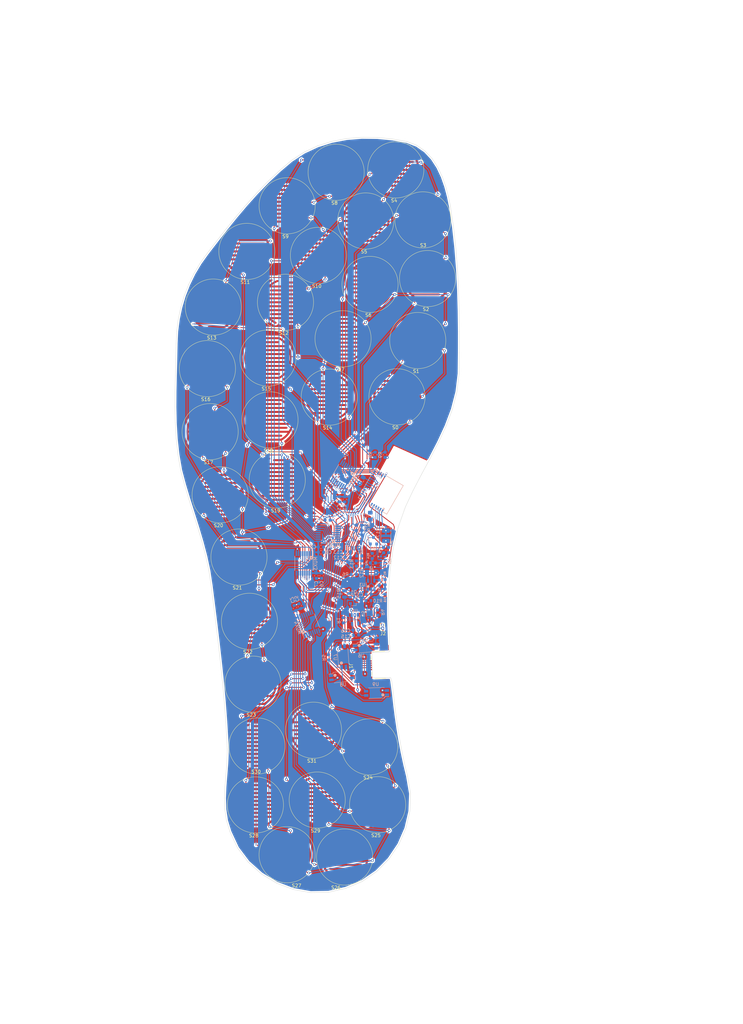
<source format=kicad_pcb>
(kicad_pcb (version 20171130) (host pcbnew "(5.0.0)")
  (layers (0 F.Cu signal) (31 B.Cu signal) (34 B.Paste user hide) (35 F.Paste user hide) (36 B.SilkS user) (37 F.SilkS user) (38 B.Mask user) (39 F.Mask user) (44 Edge.Cuts user))
  (net 0 "")
  (net 1 GND)
  (net 2 +3V3)
  (net 3 +5V)
  (net 4 +BATT)
  (net 5 /U1_A7)
  (net 6 /U1_A6)
  (net 7 /U1_A5)
  (net 8 /U1_A4)
  (net 9 /U1_A3)
  (net 10 /U1_A2)
  (net 11 /U1_A1)
  (net 12 /U1_A0)
  (net 13 /U2_A7)
  (net 14 /U2_A6)
  (net 15 /U2_A5)
  (net 16 /U2_A4)
  (net 17 /U2_A3)
  (net 18 /U2_A2)
  (net 19 /U2_A1)
  (net 20 /U2_A0)
  (net 21 /U1_Data)
  (net 22 /U2_Data)
  (net 23 /U3_Data)
  (net 24 /U4_Data)
  (net 25 /U3_A7)
  (net 26 /U3_A6)
  (net 27 /U3_A5)
  (net 28 /U3_A4)
  (net 29 /U3_A3)
  (net 30 /U3_A2)
  (net 31 /U3_A1)
  (net 32 /U3_A0)
  (net 33 /U4_A7)
  (net 34 /U4_A6)
  (net 35 /U4_A5)
  (net 36 /U4_A4)
  (net 37 /U4_A3)
  (net 38 /U4_A2)
  (net 39 /U4_A1)
  (net 40 /U4_A0)
  (net 41 "Net-(L3-Pad1)")
  (net 42 "Net-(R1-Pad1)")
  (net 43 /S0)
  (net 44 /S1)
  (net 45 /S2)
  (net 46 /MUX_E)
  (net 47 -BATT)
  (net 48 "Net-(C1-Pad1)")
  (net 49 Analog_Batt_Lvl)
  (net 50 Enable_Batt_Lvl)
  (net 51 "Net-(R5-Pad1)")
  (net 52 "Net-(R5-Pad2)")
  (net 53 "Net-(R10-Pad1)")
  (net 54 "Net-(R11-Pad1)")
  (net 55 XRES)
  (net 56 P0.6)
  (net 57 P0.7)
  (net 58 /P0.7_USB)
  (net 59 /P0.6_USB)
  (net 60 /XRES_USB)
  (net 61 "Net-(Q2-Pad3)")
  (net 62 /+3V3_VDDR)
  (net 63 /+3V3_VDD)
  (net 64 /+BATT_CUT)
  (net 65 "Net-(JP2-Pad2)")
  (net 66 "Net-(JP3-Pad1)")
  (net 67 /SCL)
  (net 68 /SDA)
  (net 69 "Net-(JP5-Pad1)")
  (net 70 P4.0)
  (net 71 P4.1)
  (module Resistor_SMD:R_0603_1608Metric (layer B.Cu) (at 153.229453 177.450707 274)
    (fp_text reference R4 (at 0 -1.43 274) (layer B.SilkS) (effects (justify mirror)))
    (fp_text value "390 ohm")
    (pad 2 smd roundrect (at 0.7875 0 274) (size 0.875 0.95) (layers B.Cu B.Paste B.Mask) (net 48 "Net-(C1-Pad1)"))
    (pad 1 smd roundrect (at -0.7875 0 274) (size 0.875 0.95) (layers B.Cu B.Paste B.Mask) (net 4 +BATT))
  )
  (module Capacitor_SMD:C_0603_1608Metric (layer B.Cu) (at 150.449453 171.900707 181)
    (fp_text reference C3 (at 2.530154 -0.127757 181) (layer B.SilkS) (effects (justify mirror)))
    (fp_text value 4.7uF)
    (pad 2 smd roundrect (at 0.7875 0 181) (size 0.875 0.95) (layers B.Cu B.Paste B.Mask) (net 64 /+BATT_CUT))
    (pad 1 smd roundrect (at -0.7875 0 181) (size 0.875 0.95) (layers B.Cu B.Paste B.Mask) (net 1 GND))
  )
  (module Package_TO_SOT_SMD:TSOT-23-5 (layer B.Cu) (at 151.239453 169.110707 91)
    (fp_text reference U3 (at 0.142354 -2.716272 1) (layer B.SilkS) (effects (font (size 0.9 0.9)) (justify mirror)))
    (fp_text value ADP2108AUJ-3.3)
    (pad 5 smd rect (at 1.31 -0.95 91) (size 1.22 0.65) (layers B.Cu B.Paste B.Mask) (net 41 "Net-(L3-Pad1)"))
    (pad 4 smd rect (at 1.31 0.95 91) (size 1.22 0.65) (layers B.Cu B.Paste B.Mask) (net 2 +3V3))
    (pad 3 smd rect (at -1.31 0.95 91) (size 1.22 0.65) (layers B.Cu B.Paste B.Mask) (net 64 /+BATT_CUT))
    (pad 2 smd rect (at -1.31 0 91) (size 1.22 0.65) (layers B.Cu B.Paste B.Mask) (net 1 GND))
    (pad 1 smd rect (at -1.31 -0.95 91) (size 1.22 0.65) (layers B.Cu B.Paste B.Mask) (net 64 /+BATT_CUT))
  )
  (module Inductor_SMD:L_1206_3216Metric (layer B.Cu) (at 151.345453 165.320707 1)
    (fp_text reference L3 (at -0.04016 -1.480926 1) (layer B.SilkS) (effects (font (size 0.6 0.6)) (justify mirror)))
    (fp_text value 1uH)
    (pad 1 smd roundrect (at -1.4 0 1) (size 1.25 1.75) (layers B.Cu B.Paste B.Mask) (roundrect_rratio 0.2) (net 41 "Net-(L3-Pad1)"))
    (pad 2 smd roundrect (at 1.4 0 1) (size 1.25 1.75) (layers B.Cu B.Paste B.Mask) (roundrect_rratio 0.2) (net 2 +3V3))
  )
  (module fsr_footprints:FSR_Circle_7mm (layer F.Cu) (at 125.769453 54.280707 180)
    (fp_text reference S9 (at 0.5 -9.3) (layer F.SilkS))
    (fp_text value FSR)
    (pad 1 smd custom (at -6.7 -1.2 180) (size 0.5 0.5) (layers F.Cu F.Mask) (net 22 /U2_Data) (options (clearance outline) (anchor circle)) (primitives (gr_line (start 12.3 2.4) (end 0.1 2.4) (width 0.6)) (gr_line (start 7.7 7.2) (end 3.3 7.2) (width 0.6)) (gr_line (start 12.3 0) (end 0.1 0) (width 0.6)) (gr_line (start 11.1 4.8) (end 0.9 4.8) (width 0.6)) (gr_line (start 8.1 -4.8) (end 3.3 -4.8) (width 0.6)) (gr_line (start 11.1 -2.4) (end 0.9 -2.4) (width 0.6)) (gr_arc (start 6.7 1.2) (end 3.3 7.2) (angle 120.9) (width 0.6))))
    (pad 2 smd custom (at 6.8 0 180) (size 0.5 0.5) (layers F.Cu F.Mask) (net 19 /U2_A1) (options (clearance outline) (anchor circle)) (primitives (gr_line (start -10.2 -4.8) (end -2 -4.8) (width 0.6)) (gr_line (start -11.8 -2.4) (end -0.4 -2.4) (width 0.6)) (gr_arc (start -6.8 0) (end -3.8 -6.2) (angle 133.6) (width 0.6)) (gr_line (start -12 2.4) (end -0.4 2.4) (width 0.6)) (gr_line (start -12.4 0) (end -0.2 0) (width 0.6)) (gr_line (start -10 4.8) (end -2 4.8) (width 0.6))))
  )
  (module Connector_PinHeader_1.00mm:PinHeader_1x02_P1.00mm_Vertical (layer F.Cu) (at 154.709453 182.230707 4)
    (fp_text reference J2 (at 0 1.56 4) (layer F.SilkS))
    (fp_text value 3V7_Battery)
    (pad 2 thru_hole oval (at 0 -1 4) (size 0.85 0.85) (drill 0.5) (layers *.Cu *.Mask) (net 4 +BATT))
    (pad 1 thru_hole rect (at 0 0 4) (size 0.85 0.85) (drill 0.5) (layers *.Cu *.Mask) (net 47 -BATT))
  )
  (module Package_LGA:Bosch_LGA-14_3x2.5mm_P0.5mm (layer B.Cu) (at 145.819453 156.580707)
    (fp_text reference U2 (at 0 -2.5) (layer B.SilkS) (effects (justify mirror)))
    (fp_text value ISM330DLC)
    (pad 11 smd rect (at 1.2625 -0.75) (size 0.675 0.25) (layers B.Cu B.Paste B.Mask))
    (pad 10 smd rect (at 1.2625 -0.25) (size 0.675 0.25) (layers B.Cu B.Paste B.Mask))
    (pad 9 smd rect (at 1.2625 0.25) (size 0.675 0.25) (layers B.Cu B.Paste B.Mask))
    (pad 8 smd rect (at 1.2625 0.75) (size 0.675 0.25) (layers B.Cu B.Paste B.Mask) (net 2 +3V3))
    (pad 4 smd rect (at -1.2625 0.75) (size 0.675 0.25) (layers B.Cu B.Paste B.Mask))
    (pad 3 smd rect (at -1.2625 0.25) (size 0.675 0.25) (layers B.Cu B.Paste B.Mask) (net 1 GND))
    (pad 2 smd rect (at -1.2625 -0.25) (size 0.675 0.25) (layers B.Cu B.Paste B.Mask) (net 1 GND))
    (pad 1 smd rect (at -1.2625 -0.75) (size 0.675 0.25) (layers B.Cu B.Paste B.Mask) (net 1 GND))
    (pad 7 smd rect (at 0.5 1.0125) (size 0.25 0.675) (layers B.Cu B.Paste B.Mask) (net 1 GND))
    (pad 6 smd rect (at 0 1.0125) (size 0.25 0.675) (layers B.Cu B.Paste B.Mask) (net 1 GND))
    (pad 5 smd rect (at -0.5 1.0125) (size 0.25 0.675) (layers B.Cu B.Paste B.Mask) (net 2 +3V3))
    (pad 12 smd rect (at 0.5 -1.0125) (size 0.25 0.675) (layers B.Cu B.Paste B.Mask))
    (pad 14 smd rect (at -0.5 -1.0125) (size 0.25 0.675) (layers B.Cu B.Paste B.Mask) (net 68 /SDA))
    (pad 13 smd rect (at 0 -1.0125) (size 0.25 0.675) (layers B.Cu B.Paste B.Mask) (net 67 /SCL))
  )
  (module Capacitor_SMD:C_0603_1608Metric (layer B.Cu) (at 149.119453 182.280707 274)
    (fp_text reference C1 (at 0 -1.43 274) (layer B.SilkS) (effects (justify mirror)))
    (fp_text value 0.1uF)
    (pad 2 smd roundrect (at 0.7875 0 274) (size 0.875 0.95) (layers B.Cu B.Paste B.Mask) (net 47 -BATT))
    (pad 1 smd roundrect (at -0.7875 0 274) (size 0.875 0.95) (layers B.Cu B.Paste B.Mask) (net 48 "Net-(C1-Pad1)"))
  )
  (module Capacitor_SMD:C_0603_1608Metric (layer B.Cu) (at 128.169453 176.030707 290)
    (fp_text reference C2 (at -2.498995 -0.005009 290) (layer B.SilkS) (effects (justify mirror)))
    (fp_text value 1uF)
    (pad 2 smd roundrect (at 0.7875 0 290) (size 0.875 0.95) (layers B.Cu B.Paste B.Mask) (net 2 +3V3))
    (pad 1 smd roundrect (at -0.7875 0 290) (size 0.875 0.95) (layers B.Cu B.Paste B.Mask) (net 1 GND))
  )
  (module Capacitor_SMD:C_0603_1608Metric (layer B.Cu) (at 153.631453 168.368707 271)
    (fp_text reference C4 (at 2.031691 0.035463 271) (layer B.SilkS) (effects (font (size 0.6 0.6)) (justify mirror)))
    (fp_text value 10uF)
    (pad 2 smd roundrect (at 0.7875 0 271) (size 0.875 0.95) (layers B.Cu B.Paste B.Mask) (net 1 GND))
    (pad 1 smd roundrect (at -0.7875 0 271) (size 0.875 0.95) (layers B.Cu B.Paste B.Mask) (net 2 +3V3))
  )
  (module Capacitor_SMD:C_0603_1608Metric (layer B.Cu) (at 129.619453 175.480707 290)
    (fp_text reference C5 (at -2.392243 0.140264 290) (layer B.SilkS) (effects (justify mirror)))
    (fp_text value 0.1uF)
    (pad 2 smd roundrect (at 0.7875 0 290) (size 0.875 0.95) (layers B.Cu B.Paste B.Mask) (net 2 +3V3))
    (pad 1 smd roundrect (at -0.7875 0 290) (size 0.875 0.95) (layers B.Cu B.Paste B.Mask) (net 1 GND))
  )
  (module Capacitor_SMD:C_0603_1608Metric (layer B.Cu) (at 136.219453 166.268207 90)
    (fp_text reference C6 (at -2.5125 0 90) (layer B.SilkS) (effects (justify mirror)))
    (fp_text value 1uF)
    (pad 2 smd roundrect (at 0.7875 0 90) (size 0.875 0.95) (layers B.Cu B.Paste B.Mask) (net 2 +3V3))
    (pad 1 smd roundrect (at -0.7875 0 90) (size 0.875 0.95) (layers B.Cu B.Paste B.Mask) (net 1 GND))
  )
  (module Capacitor_SMD:C_0603_1608Metric (layer B.Cu) (at 134.619453 166.280707 90)
    (fp_text reference C7 (at -2.5 0 90) (layer B.SilkS) (effects (justify mirror)))
    (fp_text value 0.1uF)
    (pad 2 smd roundrect (at 0.7875 0 90) (size 0.875 0.95) (layers B.Cu B.Paste B.Mask) (net 2 +3V3))
    (pad 1 smd roundrect (at -0.7875 0 90) (size 0.875 0.95) (layers B.Cu B.Paste B.Mask) (net 1 GND))
  )
  (module Capacitor_SMD:C_0603_1608Metric (layer B.Cu) (at 136.006953 159.180707 180)
    (fp_text reference C8 (at -2.3125 0 180) (layer B.SilkS) (effects (justify mirror)))
    (fp_text value 1uF)
    (pad 2 smd roundrect (at 0.7875 0 180) (size 0.875 0.95) (layers B.Cu B.Paste B.Mask) (net 2 +3V3))
    (pad 1 smd roundrect (at -0.7875 0 180) (size 0.875 0.95) (layers B.Cu B.Paste B.Mask) (net 1 GND))
  )
  (module Capacitor_SMD:C_0603_1608Metric (layer B.Cu) (at 136.006953 157.580707 180)
    (fp_text reference C9 (at 2.3875 0 180) (layer B.SilkS) (effects (justify mirror)))
    (fp_text value 0.1uF)
    (pad 2 smd roundrect (at 0.7875 0 180) (size 0.875 0.95) (layers B.Cu B.Paste B.Mask) (net 2 +3V3))
    (pad 1 smd roundrect (at -0.7875 0 180) (size 0.875 0.95) (layers B.Cu B.Paste B.Mask) (net 1 GND))
  )
  (module Capacitor_SMD:C_0603_1608Metric (layer B.Cu) (at 141.594453 143.143207 90)
    (fp_text reference C10 (at -2.9375 -0.075 90) (layer B.SilkS) (effects (justify mirror)))
    (fp_text value 1uF)
    (pad 2 smd roundrect (at 0.7875 0 90) (size 0.875 0.95) (layers B.Cu B.Paste B.Mask) (net 2 +3V3))
    (pad 1 smd roundrect (at -0.7875 0 90) (size 0.875 0.95) (layers B.Cu B.Paste B.Mask) (net 1 GND))
  )
  (module Capacitor_SMD:C_0603_1608Metric (layer B.Cu) (at 143.219453 143.155707 90)
    (fp_text reference C11 (at -2.95 -0.075 90) (layer B.SilkS) (effects (justify mirror)))
    (fp_text value 0.1uF)
    (pad 2 smd roundrect (at 0.7875 0 90) (size 0.875 0.95) (layers B.Cu B.Paste B.Mask) (net 2 +3V3))
    (pad 1 smd roundrect (at -0.7875 0 90) (size 0.875 0.95) (layers B.Cu B.Paste B.Mask) (net 1 GND))
  )
  (module Capacitor_SMD:C_0603_1608Metric (layer B.Cu) (at 144.131953 160.680707)
    (fp_text reference C12 (at -2.9125 0.1) (layer B.SilkS) (effects (justify mirror)))
    (fp_text value 1uF)
    (pad 2 smd roundrect (at 0.7875 0) (size 0.875 0.95) (layers B.Cu B.Paste B.Mask) (net 2 +3V3))
    (pad 1 smd roundrect (at -0.7875 0) (size 0.875 0.95) (layers B.Cu B.Paste B.Mask) (net 1 GND))
  )
  (module Capacitor_SMD:C_0603_1608Metric (layer B.Cu) (at 144.131953 159.080707)
    (fp_text reference C13 (at -2.9225 0.03) (layer B.SilkS) (effects (justify mirror)))
    (fp_text value 0.1uF)
    (pad 2 smd roundrect (at 0.7875 0) (size 0.875 0.95) (layers B.Cu B.Paste B.Mask) (net 2 +3V3))
    (pad 1 smd roundrect (at -0.7875 0) (size 0.875 0.95) (layers B.Cu B.Paste B.Mask) (net 1 GND))
  )
  (module Capacitor_SMD:C_0603_1608Metric (layer B.Cu) (at 147.619453 160.280707 180)
    (fp_text reference C14 (at 0.22 1.35 180) (layer B.SilkS) (effects (justify mirror)))
    (fp_text value 0.1uF)
    (pad 2 smd roundrect (at 0.7875 0 180) (size 0.875 0.95) (layers B.Cu B.Paste B.Mask) (net 1 GND))
    (pad 1 smd roundrect (at -0.7875 0 180) (size 0.875 0.95) (layers B.Cu B.Paste B.Mask) (net 49 Analog_Batt_Lvl))
  )
  (module Inductor_SMD:L_0805_2012Metric_Pad1.15x1.40mm_HandSolder (layer B.Cu) (at 150.949453 148.225707 90)
    (fp_text reference L1 (at 0 -1.65 90) (layer B.SilkS) (effects (justify mirror)))
    (fp_text value "300ohm 100MHz")
    (pad 2 smd roundrect (at 1.025 0 90) (size 1.15 1.4) (layers B.Cu B.Paste B.Mask) (roundrect_rratio 0.217391) (net 62 /+3V3_VDDR))
    (pad 1 smd roundrect (at -1.025 0 90) (size 1.15 1.4) (layers B.Cu B.Paste B.Mask) (roundrect_rratio 0.217391) (net 2 +3V3))
  )
  (module Inductor_SMD:L_0805_2012Metric_Pad1.15x1.40mm_HandSolder (layer B.Cu) (at 148.269453 137.390707 60)
    (fp_text reference L2 (at 0 -1.65 60) (layer B.SilkS) (effects (justify mirror)))
    (fp_text value "300ohm 100MHz")
    (pad 2 smd roundrect (at 1.025 0 60) (size 1.15 1.4) (layers B.Cu B.Paste B.Mask) (roundrect_rratio 0.217391) (net 63 /+3V3_VDD))
    (pad 1 smd roundrect (at -1.025 0 60) (size 1.15 1.4) (layers B.Cu B.Paste B.Mask) (roundrect_rratio 0.217391) (net 2 +3V3))
  )
  (module Package_SO:TSSOP-16_4.4x5mm_P0.65mm (layer B.Cu) (at 142.719453 135.780707 240)
    (fp_text reference MUX1 (at 0 -3.55 240) (layer B.SilkS) (effects (justify mirror)))
    (fp_text value CD74HC4051)
    (pad 16 smd rect (at 2.95 -2.275 240) (size 1.5 0.45) (layers B.Cu B.Paste B.Mask) (net 2 +3V3))
    (pad 15 smd rect (at 2.95 -1.625 240) (size 1.5 0.45) (layers B.Cu B.Paste B.Mask) (net 10 /U1_A2))
    (pad 14 smd rect (at 2.95 -0.975 240) (size 1.5 0.45) (layers B.Cu B.Paste B.Mask) (net 11 /U1_A1))
    (pad 13 smd rect (at 2.95 -0.325 240) (size 1.5 0.45) (layers B.Cu B.Paste B.Mask) (net 12 /U1_A0))
    (pad 12 smd rect (at 2.95 0.325 240) (size 1.5 0.45) (layers B.Cu B.Paste B.Mask) (net 9 /U1_A3))
    (pad 11 smd rect (at 2.95 0.975 240) (size 1.5 0.45) (layers B.Cu B.Paste B.Mask) (net 43 /S0))
    (pad 10 smd rect (at 2.95 1.625 240) (size 1.5 0.45) (layers B.Cu B.Paste B.Mask) (net 44 /S1))
    (pad 9 smd rect (at 2.95 2.275 240) (size 1.5 0.45) (layers B.Cu B.Paste B.Mask) (net 45 /S2))
    (pad 8 smd rect (at -2.95 2.275 240) (size 1.5 0.45) (layers B.Cu B.Paste B.Mask) (net 1 GND))
    (pad 7 smd rect (at -2.95 1.625 240) (size 1.5 0.45) (layers B.Cu B.Paste B.Mask) (net 1 GND))
    (pad 6 smd rect (at -2.95 0.975 240) (size 1.5 0.45) (layers B.Cu B.Paste B.Mask) (net 46 /MUX_E))
    (pad 5 smd rect (at -2.95 0.325 240) (size 1.5 0.45) (layers B.Cu B.Paste B.Mask) (net 7 /U1_A5))
    (pad 4 smd rect (at -2.95 -0.325 240) (size 1.5 0.45) (layers B.Cu B.Paste B.Mask) (net 5 /U1_A7))
    (pad 3 smd rect (at -2.95 -0.975 240) (size 1.5 0.45) (layers B.Cu B.Paste B.Mask) (net 2 +3V3))
    (pad 2 smd rect (at -2.95 -1.625 240) (size 1.5 0.45) (layers B.Cu B.Paste B.Mask) (net 6 /U1_A6))
    (pad 1 smd rect (at -2.95 -2.275 240) (size 1.5 0.45) (layers B.Cu B.Paste B.Mask) (net 8 /U1_A4))
  )
  (module Package_SO:TSSOP-16_4.4x5mm_P0.65mm (layer B.Cu) (at 138.119453 153.580707 180)
    (fp_text reference MUX2 (at -1.7 -3.6 180) (layer B.SilkS) (effects (justify mirror)))
    (fp_text value CD74HC4051)
    (pad 16 smd rect (at 2.95 -2.275 180) (size 1.5 0.45) (layers B.Cu B.Paste B.Mask) (net 2 +3V3))
    (pad 15 smd rect (at 2.95 -1.625 180) (size 1.5 0.45) (layers B.Cu B.Paste B.Mask) (net 18 /U2_A2))
    (pad 14 smd rect (at 2.95 -0.975 180) (size 1.5 0.45) (layers B.Cu B.Paste B.Mask) (net 19 /U2_A1))
    (pad 13 smd rect (at 2.95 -0.325 180) (size 1.5 0.45) (layers B.Cu B.Paste B.Mask) (net 20 /U2_A0))
    (pad 12 smd rect (at 2.95 0.325 180) (size 1.5 0.45) (layers B.Cu B.Paste B.Mask) (net 17 /U2_A3))
    (pad 11 smd rect (at 2.95 0.975 180) (size 1.5 0.45) (layers B.Cu B.Paste B.Mask) (net 43 /S0))
    (pad 10 smd rect (at 2.95 1.625 180) (size 1.5 0.45) (layers B.Cu B.Paste B.Mask) (net 44 /S1))
    (pad 9 smd rect (at 2.95 2.275 180) (size 1.5 0.45) (layers B.Cu B.Paste B.Mask) (net 45 /S2))
    (pad 8 smd rect (at -2.95 2.275 180) (size 1.5 0.45) (layers B.Cu B.Paste B.Mask) (net 1 GND))
    (pad 7 smd rect (at -2.95 1.625 180) (size 1.5 0.45) (layers B.Cu B.Paste B.Mask) (net 1 GND))
    (pad 6 smd rect (at -2.95 0.975 180) (size 1.5 0.45) (layers B.Cu B.Paste B.Mask) (net 46 /MUX_E))
    (pad 5 smd rect (at -2.95 0.325 180) (size 1.5 0.45) (layers B.Cu B.Paste B.Mask) (net 15 /U2_A5))
    (pad 4 smd rect (at -2.95 -0.325 180) (size 1.5 0.45) (layers B.Cu B.Paste B.Mask) (net 13 /U2_A7))
    (pad 3 smd rect (at -2.95 -0.975 180) (size 1.5 0.45) (layers B.Cu B.Paste B.Mask) (net 2 +3V3))
    (pad 2 smd rect (at -2.95 -1.625 180) (size 1.5 0.45) (layers B.Cu B.Paste B.Mask) (net 14 /U2_A6))
    (pad 1 smd rect (at -2.95 -2.275 180) (size 1.5 0.45) (layers B.Cu B.Paste B.Mask) (net 16 /U2_A4))
  )
  (module Package_SO:TSSOP-16_4.4x5mm_P0.65mm (layer B.Cu) (at 130.819453 162.530707 270)
    (fp_text reference MUX3 (at 0 -3.55 270) (layer B.SilkS) (effects (justify mirror)))
    (fp_text value CD74HC4051)
    (pad 16 smd rect (at 2.95 -2.275 270) (size 1.5 0.45) (layers B.Cu B.Paste B.Mask) (net 2 +3V3))
    (pad 15 smd rect (at 2.95 -1.625 270) (size 1.5 0.45) (layers B.Cu B.Paste B.Mask) (net 30 /U3_A2))
    (pad 14 smd rect (at 2.95 -0.975 270) (size 1.5 0.45) (layers B.Cu B.Paste B.Mask) (net 31 /U3_A1))
    (pad 13 smd rect (at 2.95 -0.325 270) (size 1.5 0.45) (layers B.Cu B.Paste B.Mask) (net 32 /U3_A0))
    (pad 12 smd rect (at 2.95 0.325 270) (size 1.5 0.45) (layers B.Cu B.Paste B.Mask) (net 29 /U3_A3))
    (pad 11 smd rect (at 2.95 0.975 270) (size 1.5 0.45) (layers B.Cu B.Paste B.Mask) (net 43 /S0))
    (pad 10 smd rect (at 2.95 1.625 270) (size 1.5 0.45) (layers B.Cu B.Paste B.Mask) (net 44 /S1))
    (pad 9 smd rect (at 2.95 2.275 270) (size 1.5 0.45) (layers B.Cu B.Paste B.Mask) (net 45 /S2))
    (pad 8 smd rect (at -2.95 2.275 270) (size 1.5 0.45) (layers B.Cu B.Paste B.Mask) (net 1 GND))
    (pad 7 smd rect (at -2.95 1.625 270) (size 1.5 0.45) (layers B.Cu B.Paste B.Mask) (net 1 GND))
    (pad 6 smd rect (at -2.95 0.975 270) (size 1.5 0.45) (layers B.Cu B.Paste B.Mask) (net 46 /MUX_E))
    (pad 5 smd rect (at -2.95 0.325 270) (size 1.5 0.45) (layers B.Cu B.Paste B.Mask) (net 27 /U3_A5))
    (pad 4 smd rect (at -2.95 -0.325 270) (size 1.5 0.45) (layers B.Cu B.Paste B.Mask) (net 25 /U3_A7))
    (pad 3 smd rect (at -2.95 -0.975 270) (size 1.5 0.45) (layers B.Cu B.Paste B.Mask) (net 2 +3V3))
    (pad 2 smd rect (at -2.95 -1.625 270) (size 1.5 0.45) (layers B.Cu B.Paste B.Mask) (net 26 /U3_A6))
    (pad 1 smd rect (at -2.95 -2.275 270) (size 1.5 0.45) (layers B.Cu B.Paste B.Mask) (net 28 /U3_A4))
  )
  (module Package_SO:TSSOP-16_4.4x5mm_P0.65mm (layer B.Cu) (at 132.269453 180.830707 110)
    (fp_text reference MUX4 (at 0 -3.55 110) (layer B.SilkS) (effects (justify mirror)))
    (fp_text value CD74HC4051)
    (pad 16 smd rect (at 2.95 -2.275 110) (size 1.5 0.45) (layers B.Cu B.Paste B.Mask) (net 2 +3V3))
    (pad 15 smd rect (at 2.95 -1.625 110) (size 1.5 0.45) (layers B.Cu B.Paste B.Mask) (net 38 /U4_A2))
    (pad 14 smd rect (at 2.95 -0.975 110) (size 1.5 0.45) (layers B.Cu B.Paste B.Mask) (net 39 /U4_A1))
    (pad 13 smd rect (at 2.95 -0.325 110) (size 1.5 0.45) (layers B.Cu B.Paste B.Mask) (net 40 /U4_A0))
    (pad 12 smd rect (at 2.95 0.325 110) (size 1.5 0.45) (layers B.Cu B.Paste B.Mask) (net 37 /U4_A3))
    (pad 11 smd rect (at 2.95 0.975 110) (size 1.5 0.45) (layers B.Cu B.Paste B.Mask) (net 43 /S0))
    (pad 10 smd rect (at 2.95 1.625 110) (size 1.5 0.45) (layers B.Cu B.Paste B.Mask) (net 44 /S1))
    (pad 9 smd rect (at 2.95 2.275 110) (size 1.5 0.45) (layers B.Cu B.Paste B.Mask) (net 45 /S2))
    (pad 8 smd rect (at -2.95 2.275 110) (size 1.5 0.45) (layers B.Cu B.Paste B.Mask) (net 1 GND))
    (pad 7 smd rect (at -2.95 1.625 110) (size 1.5 0.45) (layers B.Cu B.Paste B.Mask) (net 1 GND))
    (pad 6 smd rect (at -2.95 0.975 110) (size 1.5 0.45) (layers B.Cu B.Paste B.Mask) (net 46 /MUX_E))
    (pad 5 smd rect (at -2.95 0.325 110) (size 1.5 0.45) (layers B.Cu B.Paste B.Mask) (net 35 /U4_A5))
    (pad 4 smd rect (at -2.95 -0.325 110) (size 1.5 0.45) (layers B.Cu B.Paste B.Mask) (net 33 /U4_A7))
    (pad 3 smd rect (at -2.95 -0.975 110) (size 1.5 0.45) (layers B.Cu B.Paste B.Mask) (net 2 +3V3))
    (pad 2 smd rect (at -2.95 -1.625 110) (size 1.5 0.45) (layers B.Cu B.Paste B.Mask) (net 34 /U4_A6))
    (pad 1 smd rect (at -2.95 -2.275 110) (size 1.5 0.45) (layers B.Cu B.Paste B.Mask) (net 36 /U4_A4))
  )
  (module Package_TO_SOT_SMD:SOT-23 (layer B.Cu) (at 151.919453 155.680707 90)
    (fp_text reference Q2 (at -2.43 -0.03) (layer B.SilkS) (effects (justify mirror)))
    (fp_text value Q_PMOS_GSD)
    (pad 3 smd rect (at 1 0 90) (size 0.9 0.8) (layers B.Cu B.Paste B.Mask) (net 61 "Net-(Q2-Pad3)"))
    (pad 2 smd rect (at -1 0.95 90) (size 0.9 0.8) (layers B.Cu B.Paste B.Mask) (net 64 /+BATT_CUT))
    (pad 1 smd rect (at -1 -0.95 90) (size 0.9 0.8) (layers B.Cu B.Paste B.Mask) (net 50 Enable_Batt_Lvl))
  )
  (module Resistor_SMD:R_0603_1608Metric (layer B.Cu) (at 142.738238 179.764286 93)
    (fp_text reference R1 (at 0 -1.43 93) (layer B.SilkS) (effects (justify mirror)))
    (fp_text value 10k)
    (pad 2 smd roundrect (at 0.7875 0 93) (size 0.875 0.95) (layers B.Cu B.Paste B.Mask) (net 47 -BATT))
    (pad 1 smd roundrect (at -0.7875 0 93) (size 0.875 0.95) (layers B.Cu B.Paste B.Mask) (net 42 "Net-(R1-Pad1)"))
  )
  (module Resistor_SMD:R_0603_1608Metric (layer B.Cu) (at 147.531953 150.980707 180)
    (fp_text reference R2 (at -2.4875 -0.1 180) (layer B.SilkS) (effects (justify mirror)))
    (fp_text value 10k)
    (pad 2 smd roundrect (at 0.7875 0 180) (size 0.875 0.95) (layers B.Cu B.Paste B.Mask) (net 68 /SDA))
    (pad 1 smd roundrect (at -0.7875 0 180) (size 0.875 0.95) (layers B.Cu B.Paste B.Mask) (net 2 +3V3))
  )
  (module Resistor_SMD:R_0603_1608Metric (layer B.Cu) (at 147.519453 152.580707 180)
    (fp_text reference R3 (at -2.4 0 180) (layer B.SilkS) (effects (justify mirror)))
    (fp_text value 10k)
    (pad 2 smd roundrect (at 0.7875 0 180) (size 0.875 0.95) (layers B.Cu B.Paste B.Mask) (net 67 /SCL))
    (pad 1 smd roundrect (at -0.7875 0 180) (size 0.875 0.95) (layers B.Cu B.Paste B.Mask) (net 2 +3V3))
  )
  (module Resistor_SMD:R_0603_1608Metric (layer B.Cu) (at 138.319453 190.980707 94)
    (fp_text reference R5 (at 0 -1.43 94) (layer B.SilkS) (effects (justify mirror)))
    (fp_text value 0-1k)
    (pad 2 smd roundrect (at 0.7875 0 94) (size 0.875 0.95) (layers B.Cu B.Paste B.Mask) (net 52 "Net-(R5-Pad2)"))
    (pad 1 smd roundrect (at -0.7875 0 94) (size 0.875 0.95) (layers B.Cu B.Paste B.Mask) (net 51 "Net-(R5-Pad1)"))
  )
  (module Resistor_SMD:R_0603_1608Metric (layer B.Cu) (at 145.931953 165.880707 180)
    (fp_text reference R6 (at 2.5125 0 180) (layer B.SilkS) (effects (justify mirror)))
    (fp_text value 10k)
    (pad 2 smd roundrect (at 0.7875 0 180) (size 0.875 0.95) (layers B.Cu B.Paste B.Mask) (net 24 /U4_Data))
    (pad 1 smd roundrect (at -0.7875 0 180) (size 0.875 0.95) (layers B.Cu B.Paste B.Mask) (net 1 GND))
  )
  (module Resistor_SMD:R_0603_1608Metric (layer B.Cu) (at 138.019453 149.430707 180)
    (fp_text reference R7 (at 2.5 -0.05 180) (layer B.SilkS) (effects (justify mirror)))
    (fp_text value 10k)
    (pad 2 smd roundrect (at 0.7875 0 180) (size 0.875 0.95) (layers B.Cu B.Paste B.Mask) (net 23 /U3_Data))
    (pad 1 smd roundrect (at -0.7875 0 180) (size 0.875 0.95) (layers B.Cu B.Paste B.Mask) (net 1 GND))
  )
  (module Resistor_SMD:R_0603_1608Metric (layer B.Cu) (at 152.419453 129.668207 90)
    (fp_text reference R8 (at 0 -1.43 90) (layer B.SilkS) (effects (justify mirror)))
    (fp_text value 10k)
    (pad 2 smd roundrect (at 0.7875 0 90) (size 0.875 0.95) (layers B.Cu B.Paste B.Mask) (net 22 /U2_Data))
    (pad 1 smd roundrect (at -0.7875 0 90) (size 0.875 0.95) (layers B.Cu B.Paste B.Mask) (net 1 GND))
  )
  (module Resistor_SMD:R_0603_1608Metric (layer B.Cu) (at 155.419453 129.680707 90)
    (fp_text reference R9 (at 0 -1.43 90) (layer B.SilkS) (effects (justify mirror)))
    (fp_text value 10k)
    (pad 2 smd roundrect (at 0.7875 0 90) (size 0.875 0.95) (layers B.Cu B.Paste B.Mask) (net 21 /U1_Data))
    (pad 1 smd roundrect (at -0.7875 0 90) (size 0.875 0.95) (layers B.Cu B.Paste B.Mask) (net 1 GND))
  )
  (module Resistor_SMD:R_0603_1608Metric (layer B.Cu) (at 150.384953 173.822707 180)
    (fp_text reference R10 (at -2.8245 -0.078 180) (layer B.SilkS) (effects (justify mirror)))
    (fp_text value 2.7k)
    (pad 2 smd roundrect (at 0.7875 0 180) (size 0.875 0.95) (layers B.Cu B.Paste B.Mask) (net 1 GND))
    (pad 1 smd roundrect (at -0.7875 0 180) (size 0.875 0.95) (layers B.Cu B.Paste B.Mask) (net 53 "Net-(R10-Pad1)"))
  )
  (module Resistor_SMD:R_0603_1608Metric (layer B.Cu) (at 151.83495 185.180707 5)
    (fp_text reference R11 (at -2.848361 0.252711 5) (layer B.SilkS) (effects (justify mirror)))
    (fp_text value "100-500 ohm")
    (pad 2 smd roundrect (at 0.7875 0 5) (size 0.875 0.95) (layers B.Cu B.Paste B.Mask) (net 2 +3V3))
    (pad 1 smd roundrect (at -0.7875 0 5) (size 0.875 0.95) (layers B.Cu B.Paste B.Mask) (net 54 "Net-(R11-Pad1)"))
  )
  (module Resistor_SMD:R_0603_1608Metric (layer B.Cu) (at 148.419453 162.568207 90)
    (fp_text reference R12 (at -2.9125 -0.1 90) (layer B.SilkS) (effects (justify mirror)))
    (fp_text value 10k)
    (pad 2 smd roundrect (at 0.7875 0 90) (size 0.875 0.95) (layers B.Cu B.Paste B.Mask) (net 49 Analog_Batt_Lvl))
    (pad 1 smd roundrect (at -0.7875 0 90) (size 0.875 0.95) (layers B.Cu B.Paste B.Mask) (net 61 "Net-(Q2-Pad3)"))
  )
  (module Resistor_SMD:R_0603_1608Metric (layer B.Cu) (at 146.719453 162.580707 270)
    (fp_text reference R13 (at 0.1 1.4 270) (layer B.SilkS) (effects (justify mirror)))
    (fp_text value 10k)
    (pad 2 smd roundrect (at 0.7875 0 270) (size 0.875 0.95) (layers B.Cu B.Paste B.Mask) (net 1 GND))
    (pad 1 smd roundrect (at -0.7875 0 270) (size 0.875 0.95) (layers B.Cu B.Paste B.Mask) (net 49 Analog_Batt_Lvl))
  )
  (module Resistor_SMD:R_0603_1608Metric (layer B.Cu) (at 151.519453 160.293207 90)
    (fp_text reference R14 (at 0.0325 -1.18 90) (layer B.SilkS) (effects (font (size 0.6 0.6)) (justify mirror)))
    (fp_text value 100k)
    (pad 2 smd roundrect (at 0.7875 0 90) (size 0.875 0.95) (layers B.Cu B.Paste B.Mask) (net 50 Enable_Batt_Lvl))
    (pad 1 smd roundrect (at -0.7875 0 90) (size 0.875 0.95) (layers B.Cu B.Paste B.Mask) (net 64 /+BATT_CUT))
  )
  (module Package_TO_SOT_SMD:TSOT-23-5 (layer B.Cu) (at 146.319453 179.480707 273)
    (fp_text reference U1 (at -2.60167 -0.036211 183) (layer B.SilkS) (effects (font (size 0.9 0.9)) (justify mirror)))
    (fp_text value STC4054-4.2)
    (pad 5 smd rect (at 1.31 -0.95 273) (size 1.22 0.65) (layers B.Cu B.Paste B.Mask) (net 42 "Net-(R1-Pad1)"))
    (pad 4 smd rect (at 1.31 0.95 273) (size 1.22 0.65) (layers B.Cu B.Paste B.Mask) (net 3 +5V))
    (pad 3 smd rect (at -1.31 0.95 273) (size 1.22 0.65) (layers B.Cu B.Paste B.Mask) (net 4 +BATT))
    (pad 2 smd rect (at -1.31 0 273) (size 1.22 0.65) (layers B.Cu B.Paste B.Mask) (net 47 -BATT))
    (pad 1 smd rect (at -1.31 -0.95 273) (size 1.22 0.65) (layers B.Cu B.Paste B.Mask))
  )
  (module Digikey_EZ_BLE:CYBLE-222014-01 (layer B.Cu) (at 152.849453 139.920707 240)
    (fp_text reference U4 (at -4 13 240) (layer B.SilkS) (effects (justify mirror)))
    (fp_text value CYBLE-222014-01)
    (pad 1 smd rect (at 4.89 -4.91 240) (size 1 0.41) (layers B.Cu B.Paste B.Mask) (net 1 GND))
    (pad 2 smd rect (at 4.89 -4.14 240) (size 1 0.41) (layers B.Cu B.Paste B.Mask) (net 71 P4.1))
    (pad 3 smd rect (at 4.89 -3.38 240) (size 1 0.41) (layers B.Cu B.Paste B.Mask) (net 50 Enable_Batt_Lvl))
    (pad 4 smd rect (at 4.89 -2.62 240) (size 1 0.41) (layers B.Cu B.Paste B.Mask) (net 49 Analog_Batt_Lvl))
    (pad 5 smd rect (at 4.89 -1.86 240) (size 1 0.41) (layers B.Cu B.Paste B.Mask) (net 62 /+3V3_VDDR))
    (pad 7 smd rect (at 4.34 3.19 330) (size 1 0.41) (layers B.Cu B.Paste B.Mask) (net 46 /MUX_E))
    (pad 8 smd rect (at 3.58 3.19 330) (size 1 0.41) (layers B.Cu B.Paste B.Mask) (net 57 P0.7))
    (pad 9 smd rect (at 2.81 3.19 330) (size 1 0.41) (layers B.Cu B.Paste B.Mask) (net 68 /SDA))
    (pad 10 smd rect (at 2.05 3.19 330) (size 1 0.41) (layers B.Cu B.Paste B.Mask) (net 67 /SCL))
    (pad 11 smd rect (at 1.29 3.19 330) (size 1 0.41) (layers B.Cu B.Paste B.Mask) (net 1 GND))
    (pad 12 smd rect (at 0.53 3.19 330) (size 1 0.41) (layers B.Cu B.Paste B.Mask) (net 56 P0.6))
    (pad 13 smd rect (at -0.23 3.19 330) (size 1 0.41) (layers B.Cu B.Paste B.Mask) (net 24 /U4_Data))
    (pad 14 smd rect (at -1 3.19 330) (size 1 0.41) (layers B.Cu B.Paste B.Mask) (net 63 /+3V3_VDD))
    (pad 15 smd rect (at -1.76 3.19 330) (size 1 0.41) (layers B.Cu B.Paste B.Mask) (net 55 XRES))
    (pad 16 smd rect (at -2.52 3.19 330) (size 1 0.41) (layers B.Cu B.Paste B.Mask) (net 23 /U3_Data))
    (pad 17 smd rect (at -3.28 3.19 330) (size 1 0.41) (layers B.Cu B.Paste B.Mask) (net 22 /U2_Data))
    (pad 18 smd rect (at -4.04 3.19 330) (size 1 0.41) (layers B.Cu B.Paste B.Mask) (net 21 /U1_Data))
    (pad 19 smd rect (at -4.6 1.95 240) (size 1 0.41) (layers B.Cu B.Paste B.Mask) (net 43 /S0))
    (pad 20 smd rect (at -4.6 1.19 240) (size 1 0.41) (layers B.Cu B.Paste B.Mask) (net 44 /S1))
    (pad 21 smd rect (at -4.6 0.43 240) (size 1 0.41) (layers B.Cu B.Paste B.Mask) (net 45 /S2))
    (pad 22 smd rect (at -4.6 -0.33 240) (size 1 0.41) (layers B.Cu B.Paste B.Mask) (net 70 P4.0))
    (pad 6 smd rect (at 4.89 -1.1 240) (size 1 0.41) (layers B.Cu B.Paste B.Mask))
  )
  (module SamacSys_Parts:AP9211SAACHAC7 (layer B.Cu) (at 150.769453 177.630707 4)
    (fp_text reference U5 (at -1.955713 0.013605 -86) (layer B.SilkS) (effects (font (size 0.9 0.9)) (justify mirror)))
    (fp_text value AP9211SA-AN-HAC-7 hide)
    (pad 7 smd rect (at 0 0 94) (size 1.8 1.8) (layers B.Cu B.Paste B.Mask))
    (pad 6 smd rect (at -0.599 -1.35 94) (size 0.5 0.75) (layers B.Cu B.Paste B.Mask) (net 1 GND))
    (pad 5 smd rect (at 0.176 -1.35 4) (size 0.4 0.5) (layers B.Cu B.Paste B.Mask) (net 53 "Net-(R10-Pad1)"))
    (pad 4 smd rect (at 0.776 -1.35 4) (size 0.4 0.5) (layers B.Cu B.Paste B.Mask))
    (pad 3 smd rect (at 0.776 1.35 4) (size 0.4 0.5) (layers B.Cu B.Paste B.Mask) (net 48 "Net-(C1-Pad1)"))
    (pad 2 smd rect (at 0.176004 1.35 4) (size 0.4 0.5) (layers B.Cu B.Paste B.Mask) (net 47 -BATT))
    (pad 1 smd rect (at -0.599 1.35 94) (size 0.5 0.75) (layers B.Cu B.Paste B.Mask) (net 47 -BATT))
  )
  (module Package_SO:SOP-4_4.4x2.8mm_P1.27mm (layer B.Cu) (at 149.519453 187.880707 5)
    (fp_text reference U6 (at -1.521658 2.476804 5) (layer B.SilkS) (effects (justify mirror)))
    (fp_text value TCMT1100)
    (pad 4 smd rect (at 3.15 -0.64 5) (size 1.3 0.8) (layers B.Cu B.Paste B.Mask) (net 2 +3V3))
    (pad 3 smd rect (at 3.15 0.64 5) (size 1.3 0.8) (layers B.Cu B.Paste B.Mask) (net 52 "Net-(R5-Pad2)"))
    (pad 2 smd rect (at -3.15 0.64 5) (size 1.3 0.8) (layers B.Cu B.Paste B.Mask) (net 3 +5V))
    (pad 1 smd rect (at -3.15 -0.64 5) (size 1.3 0.8) (layers B.Cu B.Paste B.Mask) (net 54 "Net-(R11-Pad1)"))
  )
  (module Package_SO:SOP-4_4.4x2.8mm_P1.27mm (layer B.Cu) (at 142.719453 190.780707 94)
    (fp_text reference U7 (at 0 -2.4 94) (layer B.SilkS) (effects (justify mirror)))
    (fp_text value TCMT1100)
    (pad 4 smd rect (at 3.15 -0.64 94) (size 1.3 0.8) (layers B.Cu B.Paste B.Mask) (net 60 /XRES_USB))
    (pad 3 smd rect (at 3.15 0.64 94) (size 1.3 0.8) (layers B.Cu B.Paste B.Mask) (net 55 XRES))
    (pad 2 smd rect (at -3.15 0.64 94) (size 1.3 0.8) (layers B.Cu B.Paste B.Mask) (net 1 GND))
    (pad 1 smd rect (at -3.15 -0.64 94) (size 1.3 0.8) (layers B.Cu B.Paste B.Mask) (net 51 "Net-(R5-Pad1)"))
  )
  (module Package_SO:SOP-4_4.4x2.8mm_P1.27mm (layer B.Cu) (at 142.219453 196.880707 6)
    (fp_text reference U8 (at 0.246393 2.439117 6) (layer B.SilkS) (effects (justify mirror)))
    (fp_text value TCMT1100)
    (pad 4 smd rect (at 3.15 -0.64 6) (size 1.3 0.8) (layers B.Cu B.Paste B.Mask) (net 59 /P0.6_USB))
    (pad 3 smd rect (at 3.15 0.64 6) (size 1.3 0.8) (layers B.Cu B.Paste B.Mask) (net 56 P0.6))
    (pad 2 smd rect (at -3.15 0.64 6) (size 1.3 0.8) (layers B.Cu B.Paste B.Mask) (net 1 GND))
    (pad 1 smd rect (at -3.15 -0.64 6) (size 1.3 0.8) (layers B.Cu B.Paste B.Mask) (net 51 "Net-(R5-Pad1)"))
  )
  (module Package_SO:SOP-4_4.4x2.8mm_P1.27mm (layer B.Cu) (at 152.849453 201.790707 182)
    (fp_text reference U9 (at 0.157364 2.657111 182) (layer B.SilkS) (effects (justify mirror)))
    (fp_text value TCMT1100)
    (pad 4 smd rect (at 3.15 -0.64 182) (size 1.3 0.8) (layers B.Cu B.Paste B.Mask) (net 58 /P0.7_USB))
    (pad 3 smd rect (at 3.15 0.64 182) (size 1.3 0.8) (layers B.Cu B.Paste B.Mask) (net 57 P0.7))
    (pad 2 smd rect (at -3.15 0.64 182) (size 1.3 0.8) (layers B.Cu B.Paste B.Mask) (net 1 GND))
    (pad 1 smd rect (at -3.15 -0.64 182) (size 1.3 0.8) (layers B.Cu B.Paste B.Mask) (net 51 "Net-(R5-Pad1)"))
  )
  (module Capacitor_SMD:C_0603_1608Metric (layer B.Cu) (at 146.633871 184.28564 184)
    (fp_text reference C15 (at 3.094999 -0.155001 184) (layer B.SilkS) (effects (justify mirror)))
    (fp_text value 1uF)
    (pad 2 smd roundrect (at 0.7875 0 184) (size 0.875 0.95) (layers B.Cu B.Paste B.Mask) (net 3 +5V))
    (pad 1 smd roundrect (at -0.7875 0 184) (size 0.875 0.95) (layers B.Cu B.Paste B.Mask) (net 47 -BATT))
  )
  (module Capacitor_SMD:C_0603_1608Metric (layer B.Cu) (at 146.514452 182.715706 184)
    (fp_text reference C16 (at 3.044999 -0.015001 184) (layer B.SilkS) (effects (justify mirror)))
    (fp_text value 0.1uF)
    (pad 2 smd roundrect (at 0.7875 0 184) (size 0.875 0.95) (layers B.Cu B.Paste B.Mask) (net 3 +5V))
    (pad 1 smd roundrect (at -0.7875 0 184) (size 0.875 0.95) (layers B.Cu B.Paste B.Mask) (net 47 -BATT))
  )
  (module Connector_USB:USB_Micro_CustomV2 (layer F.Cu) (at 153.799453 193.300707 272)
    (fp_text reference J1 (at 0 8.7 272) (layer F.SilkS))
    (fp_text value Conn_Micro_USB)
    (pad 6 smd custom (at -5.2 2.6 272) (size 1.6 2.4) (layers F.Cu F.Paste F.Mask) (net 47 -BATT) (options (clearance outline) (anchor rect)) (primitives (gr_poly (pts (xy 0.8 1.2) (xy 1.025 1.2) (xy 1.75 0.6) (xy 1.75 -0.2) (xy 0.8 -0.2)) (width 0))))
    (pad 6 smd custom (at 5.2 2.6 272) (size 1.6 2.4) (layers F.Cu F.Paste F.Mask) (net 47 -BATT) (options (clearance outline) (anchor rect)) (primitives (gr_poly (pts (xy -0.8 1.2) (xy -1.025 1.2) (xy -1.75 0.6) (xy -1.75 -0.2) (xy -0.8 -0.2)) (width 0))))
    (pad 6 smd rect (at 2.55 4.55 272) (size 1.8 1.5) (layers F.Cu F.Paste F.Mask) (net 47 -BATT))
    (pad 6 smd rect (at -2.55 4.55 272) (size 1.8 1.5) (layers F.Cu F.Paste F.Mask) (net 47 -BATT))
    (pad 6 smd rect (at 5.15 -1.7 272) (size 1.6 2.4) (layers F.Cu F.Paste F.Mask) (net 47 -BATT))
    (pad 6 smd rect (at -5.15 -1.7 272) (size 1.6 2.4) (layers F.Cu F.Paste F.Mask) (net 47 -BATT))
    (pad 5 smd rect (at 1.3 2.925 272) (size 0.4 1.05) (layers F.Cu F.Paste F.Mask) (net 47 -BATT))
    (pad 4 smd rect (at 0.65 2.925 272) (size 0.4 1.05) (layers F.Cu F.Paste F.Mask) (net 58 /P0.7_USB))
    (pad 3 smd rect (at 0 2.925 272) (size 0.4 1.05) (layers F.Cu F.Paste F.Mask) (net 59 /P0.6_USB))
    (pad 2 smd rect (at -0.65 2.925 272) (size 0.4 1.05) (layers F.Cu F.Paste F.Mask) (net 60 /XRES_USB))
    (pad 1 smd rect (at -1.3 2.925 272) (size 0.4 1.05) (layers F.Cu F.Paste F.Mask) (net 3 +5V))
  )
  (module Capacitor_Tantalum_SMD:CP_EIA-3528-12_Kemet-T (layer B.Cu) (at 155.669453 154.170707 270)
    (fp_text reference C17 (at -0.91 2.36 270) (layer B.SilkS) (effects (justify mirror)))
    (fp_text value 100uF)
    (pad 2 smd roundrect (at 1.5375 0 270) (size 1.325 2.35) (layers B.Cu B.Paste B.Mask) (roundrect_rratio 0.188679) (net 1 GND))
    (pad 1 smd roundrect (at -1.5375 0 270) (size 1.325 2.35) (layers B.Cu B.Paste B.Mask) (roundrect_rratio 0.188679) (net 2 +3V3))
  )
  (module fsr_footprints:FSR_Circle_7mm (layer F.Cu) (at 159.039453 112.120707 180)
    (fp_text reference S0 (at 0.5 -9.3) (layer F.SilkS))
    (fp_text value FSR)
    (pad 1 smd custom (at -6.7 -1.2 180) (size 0.5 0.5) (layers F.Cu F.Mask) (net 21 /U1_Data) (options (clearance outline) (anchor circle)) (primitives (gr_line (start 12.3 2.4) (end 0.1 2.4) (width 0.6)) (gr_line (start 7.7 7.2) (end 3.3 7.2) (width 0.6)) (gr_line (start 12.3 0) (end 0.1 0) (width 0.6)) (gr_line (start 11.1 4.8) (end 0.9 4.8) (width 0.6)) (gr_line (start 8.1 -4.8) (end 3.3 -4.8) (width 0.6)) (gr_line (start 11.1 -2.4) (end 0.9 -2.4) (width 0.6)) (gr_arc (start 6.7 1.2) (end 3.3 7.2) (angle 120.9) (width 0.6))))
    (pad 2 smd custom (at 6.8 0 180) (size 0.5 0.5) (layers F.Cu F.Mask) (net 12 /U1_A0) (options (clearance outline) (anchor circle)) (primitives (gr_line (start -10.2 -4.8) (end -2 -4.8) (width 0.6)) (gr_line (start -11.8 -2.4) (end -0.4 -2.4) (width 0.6)) (gr_arc (start -6.8 0) (end -3.8 -6.2) (angle 133.6) (width 0.6)) (gr_line (start -12 2.4) (end -0.4 2.4) (width 0.6)) (gr_line (start -12.4 0) (end -0.2 0) (width 0.6)) (gr_line (start -10 4.8) (end -2 4.8) (width 0.6))))
  )
  (module fsr_footprints:FSR_Circle_7mm (layer F.Cu) (at 165.329453 95.080707 180)
    (fp_text reference S1 (at 0.5 -9.3) (layer F.SilkS))
    (fp_text value FSR)
    (pad 1 smd custom (at -6.7 -1.2 180) (size 0.5 0.5) (layers F.Cu F.Mask) (net 21 /U1_Data) (options (clearance outline) (anchor circle)) (primitives (gr_line (start 12.3 2.4) (end 0.1 2.4) (width 0.6)) (gr_line (start 7.7 7.2) (end 3.3 7.2) (width 0.6)) (gr_line (start 12.3 0) (end 0.1 0) (width 0.6)) (gr_line (start 11.1 4.8) (end 0.9 4.8) (width 0.6)) (gr_line (start 8.1 -4.8) (end 3.3 -4.8) (width 0.6)) (gr_line (start 11.1 -2.4) (end 0.9 -2.4) (width 0.6)) (gr_arc (start 6.7 1.2) (end 3.3 7.2) (angle 120.9) (width 0.6))))
    (pad 2 smd custom (at 6.8 0 180) (size 0.5 0.5) (layers F.Cu F.Mask) (net 11 /U1_A1) (options (clearance outline) (anchor circle)) (primitives (gr_line (start -10.2 -4.8) (end -2 -4.8) (width 0.6)) (gr_line (start -11.8 -2.4) (end -0.4 -2.4) (width 0.6)) (gr_arc (start -6.8 0) (end -3.8 -6.2) (angle 133.6) (width 0.6)) (gr_line (start -12 2.4) (end -0.4 2.4) (width 0.6)) (gr_line (start -12.4 0) (end -0.2 0) (width 0.6)) (gr_line (start -10 4.8) (end -2 4.8) (width 0.6))))
  )
  (module fsr_footprints:FSR_Circle_7mm (layer F.Cu) (at 168.299453 76.320707 180)
    (fp_text reference S2 (at 0.5 -9.3) (layer F.SilkS))
    (fp_text value FSR)
    (pad 1 smd custom (at -6.7 -1.2 180) (size 0.5 0.5) (layers F.Cu F.Mask) (net 21 /U1_Data) (options (clearance outline) (anchor circle)) (primitives (gr_line (start 12.3 2.4) (end 0.1 2.4) (width 0.6)) (gr_line (start 7.7 7.2) (end 3.3 7.2) (width 0.6)) (gr_line (start 12.3 0) (end 0.1 0) (width 0.6)) (gr_line (start 11.1 4.8) (end 0.9 4.8) (width 0.6)) (gr_line (start 8.1 -4.8) (end 3.3 -4.8) (width 0.6)) (gr_line (start 11.1 -2.4) (end 0.9 -2.4) (width 0.6)) (gr_arc (start 6.7 1.2) (end 3.3 7.2) (angle 120.9) (width 0.6))))
    (pad 2 smd custom (at 6.8 0 180) (size 0.5 0.5) (layers F.Cu F.Mask) (net 10 /U1_A2) (options (clearance outline) (anchor circle)) (primitives (gr_line (start -10.2 -4.8) (end -2 -4.8) (width 0.6)) (gr_line (start -11.8 -2.4) (end -0.4 -2.4) (width 0.6)) (gr_arc (start -6.8 0) (end -3.8 -6.2) (angle 133.6) (width 0.6)) (gr_line (start -12 2.4) (end -0.4 2.4) (width 0.6)) (gr_line (start -12.4 0) (end -0.2 0) (width 0.6)) (gr_line (start -10 4.8) (end -2 4.8) (width 0.6))))
  )
  (module fsr_footprints:FSR_Circle_7mm (layer F.Cu) (at 166.899453 58.550707 180)
    (fp_text reference S3 (at -0.06 -7.7) (layer F.SilkS))
    (fp_text value FSR)
    (pad 1 smd custom (at -6.7 -1.2 180) (size 0.5 0.5) (layers F.Cu F.Mask) (net 21 /U1_Data) (options (clearance outline) (anchor circle)) (primitives (gr_line (start 12.3 2.4) (end 0.1 2.4) (width 0.6)) (gr_line (start 7.7 7.2) (end 3.3 7.2) (width 0.6)) (gr_line (start 12.3 0) (end 0.1 0) (width 0.6)) (gr_line (start 11.1 4.8) (end 0.9 4.8) (width 0.6)) (gr_line (start 8.1 -4.8) (end 3.3 -4.8) (width 0.6)) (gr_line (start 11.1 -2.4) (end 0.9 -2.4) (width 0.6)) (gr_arc (start 6.7 1.2) (end 3.3 7.2) (angle 120.9) (width 0.6))))
    (pad 2 smd custom (at 6.8 0 180) (size 0.5 0.5) (layers F.Cu F.Mask) (net 9 /U1_A3) (options (clearance outline) (anchor circle)) (primitives (gr_line (start -10.2 -4.8) (end -2 -4.8) (width 0.6)) (gr_line (start -11.8 -2.4) (end -0.4 -2.4) (width 0.6)) (gr_arc (start -6.8 0) (end -3.8 -6.2) (angle 133.6) (width 0.6)) (gr_line (start -12 2.4) (end -0.4 2.4) (width 0.6)) (gr_line (start -12.4 0) (end -0.2 0) (width 0.6)) (gr_line (start -10 4.8) (end -2 4.8) (width 0.6))))
  )
  (module fsr_footprints:FSR_Circle_7mm (layer F.Cu) (at 158.669453 43.410707 180)
    (fp_text reference S4 (at 0.5 -9.3) (layer F.SilkS))
    (fp_text value FSR)
    (pad 1 smd custom (at -6.7 -1.2 180) (size 0.5 0.5) (layers F.Cu F.Mask) (net 21 /U1_Data) (options (clearance outline) (anchor circle)) (primitives (gr_line (start 12.3 2.4) (end 0.1 2.4) (width 0.6)) (gr_line (start 7.7 7.2) (end 3.3 7.2) (width 0.6)) (gr_line (start 12.3 0) (end 0.1 0) (width 0.6)) (gr_line (start 11.1 4.8) (end 0.9 4.8) (width 0.6)) (gr_line (start 8.1 -4.8) (end 3.3 -4.8) (width 0.6)) (gr_line (start 11.1 -2.4) (end 0.9 -2.4) (width 0.6)) (gr_arc (start 6.7 1.2) (end 3.3 7.2) (angle 120.9) (width 0.6))))
    (pad 2 smd custom (at 6.8 0 180) (size 0.5 0.5) (layers F.Cu F.Mask) (net 8 /U1_A4) (options (clearance outline) (anchor circle)) (primitives (gr_line (start -10.2 -4.8) (end -2 -4.8) (width 0.6)) (gr_line (start -11.8 -2.4) (end -0.4 -2.4) (width 0.6)) (gr_arc (start -6.8 0) (end -3.8 -6.2) (angle 133.6) (width 0.6)) (gr_line (start -12 2.4) (end -0.4 2.4) (width 0.6)) (gr_line (start -12.4 0) (end -0.2 0) (width 0.6)) (gr_line (start -10 4.8) (end -2 4.8) (width 0.6))))
  )
  (module fsr_footprints:FSR_Circle_7mm (layer F.Cu) (at 149.559453 58.880707 180)
    (fp_text reference S5 (at 0.5 -9.3) (layer F.SilkS))
    (fp_text value FSR)
    (pad 1 smd custom (at -6.7 -1.2 180) (size 0.5 0.5) (layers F.Cu F.Mask) (net 21 /U1_Data) (options (clearance outline) (anchor circle)) (primitives (gr_line (start 12.3 2.4) (end 0.1 2.4) (width 0.6)) (gr_line (start 7.7 7.2) (end 3.3 7.2) (width 0.6)) (gr_line (start 12.3 0) (end 0.1 0) (width 0.6)) (gr_line (start 11.1 4.8) (end 0.9 4.8) (width 0.6)) (gr_line (start 8.1 -4.8) (end 3.3 -4.8) (width 0.6)) (gr_line (start 11.1 -2.4) (end 0.9 -2.4) (width 0.6)) (gr_arc (start 6.7 1.2) (end 3.3 7.2) (angle 120.9) (width 0.6))))
    (pad 2 smd custom (at 6.8 0 180) (size 0.5 0.5) (layers F.Cu F.Mask) (net 7 /U1_A5) (options (clearance outline) (anchor circle)) (primitives (gr_line (start -10.2 -4.8) (end -2 -4.8) (width 0.6)) (gr_line (start -11.8 -2.4) (end -0.4 -2.4) (width 0.6)) (gr_arc (start -6.8 0) (end -3.8 -6.2) (angle 133.6) (width 0.6)) (gr_line (start -12 2.4) (end -0.4 2.4) (width 0.6)) (gr_line (start -12.4 0) (end -0.2 0) (width 0.6)) (gr_line (start -10 4.8) (end -2 4.8) (width 0.6))))
  )
  (module fsr_footprints:FSR_Circle_7mm (layer F.Cu) (at 150.869453 78.090707 180)
    (fp_text reference S6 (at 0.5 -9.3) (layer F.SilkS))
    (fp_text value FSR)
    (pad 1 smd custom (at -6.7 -1.2 180) (size 0.5 0.5) (layers F.Cu F.Mask) (net 21 /U1_Data) (options (clearance outline) (anchor circle)) (primitives (gr_line (start 12.3 2.4) (end 0.1 2.4) (width 0.6)) (gr_line (start 7.7 7.2) (end 3.3 7.2) (width 0.6)) (gr_line (start 12.3 0) (end 0.1 0) (width 0.6)) (gr_line (start 11.1 4.8) (end 0.9 4.8) (width 0.6)) (gr_line (start 8.1 -4.8) (end 3.3 -4.8) (width 0.6)) (gr_line (start 11.1 -2.4) (end 0.9 -2.4) (width 0.6)) (gr_arc (start 6.7 1.2) (end 3.3 7.2) (angle 120.9) (width 0.6))))
    (pad 2 smd custom (at 6.8 0 180) (size 0.5 0.5) (layers F.Cu F.Mask) (net 6 /U1_A6) (options (clearance outline) (anchor circle)) (primitives (gr_line (start -10.2 -4.8) (end -2 -4.8) (width 0.6)) (gr_line (start -11.8 -2.4) (end -0.4 -2.4) (width 0.6)) (gr_arc (start -6.8 0) (end -3.8 -6.2) (angle 133.6) (width 0.6)) (gr_line (start -12 2.4) (end -0.4 2.4) (width 0.6)) (gr_line (start -12.4 0) (end -0.2 0) (width 0.6)) (gr_line (start -10 4.8) (end -2 4.8) (width 0.6))))
  )
  (module fsr_footprints:FSR_Circle_7mm (layer F.Cu) (at 142.699453 94.540707 180)
    (fp_text reference S7 (at 0.5 -9.3) (layer F.SilkS))
    (fp_text value FSR)
    (pad 1 smd custom (at -6.7 -1.2 180) (size 0.5 0.5) (layers F.Cu F.Mask) (net 21 /U1_Data) (options (clearance outline) (anchor circle)) (primitives (gr_line (start 12.3 2.4) (end 0.1 2.4) (width 0.6)) (gr_line (start 7.7 7.2) (end 3.3 7.2) (width 0.6)) (gr_line (start 12.3 0) (end 0.1 0) (width 0.6)) (gr_line (start 11.1 4.8) (end 0.9 4.8) (width 0.6)) (gr_line (start 8.1 -4.8) (end 3.3 -4.8) (width 0.6)) (gr_line (start 11.1 -2.4) (end 0.9 -2.4) (width 0.6)) (gr_arc (start 6.7 1.2) (end 3.3 7.2) (angle 120.9) (width 0.6))))
    (pad 2 smd custom (at 6.8 0 180) (size 0.5 0.5) (layers F.Cu F.Mask) (net 5 /U1_A7) (options (clearance outline) (anchor circle)) (primitives (gr_line (start -10.2 -4.8) (end -2 -4.8) (width 0.6)) (gr_line (start -11.8 -2.4) (end -0.4 -2.4) (width 0.6)) (gr_arc (start -6.8 0) (end -3.8 -6.2) (angle 133.6) (width 0.6)) (gr_line (start -12 2.4) (end -0.4 2.4) (width 0.6)) (gr_line (start -12.4 0) (end -0.2 0) (width 0.6)) (gr_line (start -10 4.8) (end -2 4.8) (width 0.6))))
  )
  (module fsr_footprints:FSR_Circle_7mm (layer F.Cu) (at 140.609453 44.150707 180)
    (fp_text reference S8 (at 0.5 -9.3) (layer F.SilkS))
    (fp_text value FSR)
    (pad 1 smd custom (at -6.7 -1.2 180) (size 0.5 0.5) (layers F.Cu F.Mask) (net 22 /U2_Data) (options (clearance outline) (anchor circle)) (primitives (gr_line (start 12.3 2.4) (end 0.1 2.4) (width 0.6)) (gr_line (start 7.7 7.2) (end 3.3 7.2) (width 0.6)) (gr_line (start 12.3 0) (end 0.1 0) (width 0.6)) (gr_line (start 11.1 4.8) (end 0.9 4.8) (width 0.6)) (gr_line (start 8.1 -4.8) (end 3.3 -4.8) (width 0.6)) (gr_line (start 11.1 -2.4) (end 0.9 -2.4) (width 0.6)) (gr_arc (start 6.7 1.2) (end 3.3 7.2) (angle 120.9) (width 0.6))))
    (pad 2 smd custom (at 6.8 0 180) (size 0.5 0.5) (layers F.Cu F.Mask) (net 20 /U2_A0) (options (clearance outline) (anchor circle)) (primitives (gr_line (start -10.2 -4.8) (end -2 -4.8) (width 0.6)) (gr_line (start -11.8 -2.4) (end -0.4 -2.4) (width 0.6)) (gr_arc (start -6.8 0) (end -3.8 -6.2) (angle 133.6) (width 0.6)) (gr_line (start -12 2.4) (end -0.4 2.4) (width 0.6)) (gr_line (start -12.4 0) (end -0.2 0) (width 0.6)) (gr_line (start -10 4.8) (end -2 4.8) (width 0.6))))
  )
  (module fsr_footprints:FSR_Circle_7mm (layer F.Cu) (at 135.249453 69.300707 180)
    (fp_text reference S10 (at 0.5 -9.3) (layer F.SilkS))
    (fp_text value FSR)
    (pad 1 smd custom (at -6.7 -1.2 180) (size 0.5 0.5) (layers F.Cu F.Mask) (net 22 /U2_Data) (options (clearance outline) (anchor circle)) (primitives (gr_line (start 12.3 2.4) (end 0.1 2.4) (width 0.6)) (gr_line (start 7.7 7.2) (end 3.3 7.2) (width 0.6)) (gr_line (start 12.3 0) (end 0.1 0) (width 0.6)) (gr_line (start 11.1 4.8) (end 0.9 4.8) (width 0.6)) (gr_line (start 8.1 -4.8) (end 3.3 -4.8) (width 0.6)) (gr_line (start 11.1 -2.4) (end 0.9 -2.4) (width 0.6)) (gr_arc (start 6.7 1.2) (end 3.3 7.2) (angle 120.9) (width 0.6))))
    (pad 2 smd custom (at 6.8 0 180) (size 0.5 0.5) (layers F.Cu F.Mask) (net 18 /U2_A2) (options (clearance outline) (anchor circle)) (primitives (gr_line (start -10.2 -4.8) (end -2 -4.8) (width 0.6)) (gr_line (start -11.8 -2.4) (end -0.4 -2.4) (width 0.6)) (gr_arc (start -6.8 0) (end -3.8 -6.2) (angle 133.6) (width 0.6)) (gr_line (start -12 2.4) (end -0.4 2.4) (width 0.6)) (gr_line (start -12.4 0) (end -0.2 0) (width 0.6)) (gr_line (start -10 4.8) (end -2 4.8) (width 0.6))))
  )
  (module fsr_footprints:FSR_Circle_7mm (layer F.Cu) (at 113.579453 68.100707 180)
    (fp_text reference S11 (at 0.5 -9.3) (layer F.SilkS))
    (fp_text value FSR)
    (pad 1 smd custom (at -6.7 -1.2 180) (size 0.5 0.5) (layers F.Cu F.Mask) (net 22 /U2_Data) (options (clearance outline) (anchor circle)) (primitives (gr_line (start 12.3 2.4) (end 0.1 2.4) (width 0.6)) (gr_line (start 7.7 7.2) (end 3.3 7.2) (width 0.6)) (gr_line (start 12.3 0) (end 0.1 0) (width 0.6)) (gr_line (start 11.1 4.8) (end 0.9 4.8) (width 0.6)) (gr_line (start 8.1 -4.8) (end 3.3 -4.8) (width 0.6)) (gr_line (start 11.1 -2.4) (end 0.9 -2.4) (width 0.6)) (gr_arc (start 6.7 1.2) (end 3.3 7.2) (angle 120.9) (width 0.6))))
    (pad 2 smd custom (at 6.8 0 180) (size 0.5 0.5) (layers F.Cu F.Mask) (net 17 /U2_A3) (options (clearance outline) (anchor circle)) (primitives (gr_line (start -10.2 -4.8) (end -2 -4.8) (width 0.6)) (gr_line (start -11.8 -2.4) (end -0.4 -2.4) (width 0.6)) (gr_arc (start -6.8 0) (end -3.8 -6.2) (angle 133.6) (width 0.6)) (gr_line (start -12 2.4) (end -0.4 2.4) (width 0.6)) (gr_line (start -12.4 0) (end -0.2 0) (width 0.6)) (gr_line (start -10 4.8) (end -2 4.8) (width 0.6))))
  )
  (module fsr_footprints:FSR_Circle_7mm (layer F.Cu) (at 125.269453 83.500707 180)
    (fp_text reference S12 (at 0.5 -9.3) (layer F.SilkS))
    (fp_text value FSR)
    (pad 1 smd custom (at -6.7 -1.2 180) (size 0.5 0.5) (layers F.Cu F.Mask) (net 22 /U2_Data) (options (clearance outline) (anchor circle)) (primitives (gr_line (start 12.3 2.4) (end 0.1 2.4) (width 0.6)) (gr_line (start 7.7 7.2) (end 3.3 7.2) (width 0.6)) (gr_line (start 12.3 0) (end 0.1 0) (width 0.6)) (gr_line (start 11.1 4.8) (end 0.9 4.8) (width 0.6)) (gr_line (start 8.1 -4.8) (end 3.3 -4.8) (width 0.6)) (gr_line (start 11.1 -2.4) (end 0.9 -2.4) (width 0.6)) (gr_arc (start 6.7 1.2) (end 3.3 7.2) (angle 120.9) (width 0.6))))
    (pad 2 smd custom (at 6.8 0 180) (size 0.5 0.5) (layers F.Cu F.Mask) (net 16 /U2_A4) (options (clearance outline) (anchor circle)) (primitives (gr_line (start -10.2 -4.8) (end -2 -4.8) (width 0.6)) (gr_line (start -11.8 -2.4) (end -0.4 -2.4) (width 0.6)) (gr_arc (start -6.8 0) (end -3.8 -6.2) (angle 133.6) (width 0.6)) (gr_line (start -12 2.4) (end -0.4 2.4) (width 0.6)) (gr_line (start -12.4 0) (end -0.2 0) (width 0.6)) (gr_line (start -10 4.8) (end -2 4.8) (width 0.6))))
  )
  (module fsr_footprints:FSR_Circle_7mm (layer F.Cu) (at 103.419453 84.950707 180)
    (fp_text reference S13 (at 0.5 -9.3) (layer F.SilkS))
    (fp_text value FSR)
    (pad 1 smd custom (at -6.7 -1.2 180) (size 0.5 0.5) (layers F.Cu F.Mask) (net 22 /U2_Data) (options (clearance outline) (anchor circle)) (primitives (gr_line (start 12.3 2.4) (end 0.1 2.4) (width 0.6)) (gr_line (start 7.7 7.2) (end 3.3 7.2) (width 0.6)) (gr_line (start 12.3 0) (end 0.1 0) (width 0.6)) (gr_line (start 11.1 4.8) (end 0.9 4.8) (width 0.6)) (gr_line (start 8.1 -4.8) (end 3.3 -4.8) (width 0.6)) (gr_line (start 11.1 -2.4) (end 0.9 -2.4) (width 0.6)) (gr_arc (start 6.7 1.2) (end 3.3 7.2) (angle 120.9) (width 0.6))))
    (pad 2 smd custom (at 6.8 0 180) (size 0.5 0.5) (layers F.Cu F.Mask) (net 15 /U2_A5) (options (clearance outline) (anchor circle)) (primitives (gr_line (start -10.2 -4.8) (end -2 -4.8) (width 0.6)) (gr_line (start -11.8 -2.4) (end -0.4 -2.4) (width 0.6)) (gr_arc (start -6.8 0) (end -3.8 -6.2) (angle 133.6) (width 0.6)) (gr_line (start -12 2.4) (end -0.4 2.4) (width 0.6)) (gr_line (start -12.4 0) (end -0.2 0) (width 0.6)) (gr_line (start -10 4.8) (end -2 4.8) (width 0.6))))
  )
  (module fsr_footprints:FSR_Circle_7mm (layer F.Cu) (at 138.519453 112.210707 180)
    (fp_text reference S14 (at 0.5 -9.3) (layer F.SilkS))
    (fp_text value FSR)
    (pad 1 smd custom (at -6.7 -1.2 180) (size 0.5 0.5) (layers F.Cu F.Mask) (net 22 /U2_Data) (options (clearance outline) (anchor circle)) (primitives (gr_line (start 12.3 2.4) (end 0.1 2.4) (width 0.6)) (gr_line (start 7.7 7.2) (end 3.3 7.2) (width 0.6)) (gr_line (start 12.3 0) (end 0.1 0) (width 0.6)) (gr_line (start 11.1 4.8) (end 0.9 4.8) (width 0.6)) (gr_line (start 8.1 -4.8) (end 3.3 -4.8) (width 0.6)) (gr_line (start 11.1 -2.4) (end 0.9 -2.4) (width 0.6)) (gr_arc (start 6.7 1.2) (end 3.3 7.2) (angle 120.9) (width 0.6))))
    (pad 2 smd custom (at 6.8 0 180) (size 0.5 0.5) (layers F.Cu F.Mask) (net 14 /U2_A6) (options (clearance outline) (anchor circle)) (primitives (gr_line (start -10.2 -4.8) (end -2 -4.8) (width 0.6)) (gr_line (start -11.8 -2.4) (end -0.4 -2.4) (width 0.6)) (gr_arc (start -6.8 0) (end -3.8 -6.2) (angle 133.6) (width 0.6)) (gr_line (start -12 2.4) (end -0.4 2.4) (width 0.6)) (gr_line (start -12.4 0) (end -0.2 0) (width 0.6)) (gr_line (start -10 4.8) (end -2 4.8) (width 0.6))))
  )
  (module fsr_footprints:FSR_Circle_7mm (layer F.Cu) (at 119.959453 100.380707 180)
    (fp_text reference S15 (at 0.5 -9.3) (layer F.SilkS))
    (fp_text value FSR)
    (pad 1 smd custom (at -6.7 -1.2 180) (size 0.5 0.5) (layers F.Cu F.Mask) (net 22 /U2_Data) (options (clearance outline) (anchor circle)) (primitives (gr_line (start 12.3 2.4) (end 0.1 2.4) (width 0.6)) (gr_line (start 7.7 7.2) (end 3.3 7.2) (width 0.6)) (gr_line (start 12.3 0) (end 0.1 0) (width 0.6)) (gr_line (start 11.1 4.8) (end 0.9 4.8) (width 0.6)) (gr_line (start 8.1 -4.8) (end 3.3 -4.8) (width 0.6)) (gr_line (start 11.1 -2.4) (end 0.9 -2.4) (width 0.6)) (gr_arc (start 6.7 1.2) (end 3.3 7.2) (angle 120.9) (width 0.6))))
    (pad 2 smd custom (at 6.8 0 180) (size 0.5 0.5) (layers F.Cu F.Mask) (net 13 /U2_A7) (options (clearance outline) (anchor circle)) (primitives (gr_line (start -10.2 -4.8) (end -2 -4.8) (width 0.6)) (gr_line (start -11.8 -2.4) (end -0.4 -2.4) (width 0.6)) (gr_arc (start -6.8 0) (end -3.8 -6.2) (angle 133.6) (width 0.6)) (gr_line (start -12 2.4) (end -0.4 2.4) (width 0.6)) (gr_line (start -12.4 0) (end -0.2 0) (width 0.6)) (gr_line (start -10 4.8) (end -2 4.8) (width 0.6))))
  )
  (module fsr_footprints:FSR_Circle_7mm (layer F.Cu) (at 101.639453 103.580707 180)
    (fp_text reference S16 (at 0.5 -9.3) (layer F.SilkS))
    (fp_text value FSR)
    (pad 1 smd custom (at -6.7 -1.2 180) (size 0.5 0.5) (layers F.Cu F.Mask) (net 23 /U3_Data) (options (clearance outline) (anchor circle)) (primitives (gr_line (start 12.3 2.4) (end 0.1 2.4) (width 0.6)) (gr_line (start 7.7 7.2) (end 3.3 7.2) (width 0.6)) (gr_line (start 12.3 0) (end 0.1 0) (width 0.6)) (gr_line (start 11.1 4.8) (end 0.9 4.8) (width 0.6)) (gr_line (start 8.1 -4.8) (end 3.3 -4.8) (width 0.6)) (gr_line (start 11.1 -2.4) (end 0.9 -2.4) (width 0.6)) (gr_arc (start 6.7 1.2) (end 3.3 7.2) (angle 120.9) (width 0.6))))
    (pad 2 smd custom (at 6.8 0 180) (size 0.5 0.5) (layers F.Cu F.Mask) (net 32 /U3_A0) (options (clearance outline) (anchor circle)) (primitives (gr_line (start -10.2 -4.8) (end -2 -4.8) (width 0.6)) (gr_line (start -11.8 -2.4) (end -0.4 -2.4) (width 0.6)) (gr_arc (start -6.8 0) (end -3.8 -6.2) (angle 133.6) (width 0.6)) (gr_line (start -12 2.4) (end -0.4 2.4) (width 0.6)) (gr_line (start -12.4 0) (end -0.2 0) (width 0.6)) (gr_line (start -10 4.8) (end -2 4.8) (width 0.6))))
  )
  (module fsr_footprints:FSR_Circle_7mm (layer F.Cu) (at 102.449453 122.660707 180)
    (fp_text reference S17 (at 0.5 -9.3) (layer F.SilkS))
    (fp_text value FSR)
    (pad 1 smd custom (at -6.7 -1.2 180) (size 0.5 0.5) (layers F.Cu F.Mask) (net 23 /U3_Data) (options (clearance outline) (anchor circle)) (primitives (gr_line (start 12.3 2.4) (end 0.1 2.4) (width 0.6)) (gr_line (start 7.7 7.2) (end 3.3 7.2) (width 0.6)) (gr_line (start 12.3 0) (end 0.1 0) (width 0.6)) (gr_line (start 11.1 4.8) (end 0.9 4.8) (width 0.6)) (gr_line (start 8.1 -4.8) (end 3.3 -4.8) (width 0.6)) (gr_line (start 11.1 -2.4) (end 0.9 -2.4) (width 0.6)) (gr_arc (start 6.7 1.2) (end 3.3 7.2) (angle 120.9) (width 0.6))))
    (pad 2 smd custom (at 6.8 0 180) (size 0.5 0.5) (layers F.Cu F.Mask) (net 31 /U3_A1) (options (clearance outline) (anchor circle)) (primitives (gr_line (start -10.2 -4.8) (end -2 -4.8) (width 0.6)) (gr_line (start -11.8 -2.4) (end -0.4 -2.4) (width 0.6)) (gr_arc (start -6.8 0) (end -3.8 -6.2) (angle 133.6) (width 0.6)) (gr_line (start -12 2.4) (end -0.4 2.4) (width 0.6)) (gr_line (start -12.4 0) (end -0.2 0) (width 0.6)) (gr_line (start -10 4.8) (end -2 4.8) (width 0.6))))
  )
  (module fsr_footprints:FSR_Circle_7mm (layer F.Cu) (at 120.579453 119.100707 180)
    (fp_text reference S18 (at 0.5 -9.3) (layer F.SilkS))
    (fp_text value FSR)
    (pad 1 smd custom (at -6.7 -1.2 180) (size 0.5 0.5) (layers F.Cu F.Mask) (net 23 /U3_Data) (options (clearance outline) (anchor circle)) (primitives (gr_line (start 12.3 2.4) (end 0.1 2.4) (width 0.6)) (gr_line (start 7.7 7.2) (end 3.3 7.2) (width 0.6)) (gr_line (start 12.3 0) (end 0.1 0) (width 0.6)) (gr_line (start 11.1 4.8) (end 0.9 4.8) (width 0.6)) (gr_line (start 8.1 -4.8) (end 3.3 -4.8) (width 0.6)) (gr_line (start 11.1 -2.4) (end 0.9 -2.4) (width 0.6)) (gr_arc (start 6.7 1.2) (end 3.3 7.2) (angle 120.9) (width 0.6))))
    (pad 2 smd custom (at 6.8 0 180) (size 0.5 0.5) (layers F.Cu F.Mask) (net 30 /U3_A2) (options (clearance outline) (anchor circle)) (primitives (gr_line (start -10.2 -4.8) (end -2 -4.8) (width 0.6)) (gr_line (start -11.8 -2.4) (end -0.4 -2.4) (width 0.6)) (gr_arc (start -6.8 0) (end -3.8 -6.2) (angle 133.6) (width 0.6)) (gr_line (start -12 2.4) (end -0.4 2.4) (width 0.6)) (gr_line (start -12.4 0) (end -0.2 0) (width 0.6)) (gr_line (start -10 4.8) (end -2 4.8) (width 0.6))))
  )
  (module fsr_footprints:FSR_Circle_7mm (layer F.Cu) (at 122.779453 137.300707 180)
    (fp_text reference S19 (at 0.5 -9.3) (layer F.SilkS))
    (fp_text value FSR)
    (pad 1 smd custom (at -6.7 -1.2 180) (size 0.5 0.5) (layers F.Cu F.Mask) (net 23 /U3_Data) (options (clearance outline) (anchor circle)) (primitives (gr_line (start 12.3 2.4) (end 0.1 2.4) (width 0.6)) (gr_line (start 7.7 7.2) (end 3.3 7.2) (width 0.6)) (gr_line (start 12.3 0) (end 0.1 0) (width 0.6)) (gr_line (start 11.1 4.8) (end 0.9 4.8) (width 0.6)) (gr_line (start 8.1 -4.8) (end 3.3 -4.8) (width 0.6)) (gr_line (start 11.1 -2.4) (end 0.9 -2.4) (width 0.6)) (gr_arc (start 6.7 1.2) (end 3.3 7.2) (angle 120.9) (width 0.6))))
    (pad 2 smd custom (at 6.8 0 180) (size 0.5 0.5) (layers F.Cu F.Mask) (net 29 /U3_A3) (options (clearance outline) (anchor circle)) (primitives (gr_line (start -10.2 -4.8) (end -2 -4.8) (width 0.6)) (gr_line (start -11.8 -2.4) (end -0.4 -2.4) (width 0.6)) (gr_arc (start -6.8 0) (end -3.8 -6.2) (angle 133.6) (width 0.6)) (gr_line (start -12 2.4) (end -0.4 2.4) (width 0.6)) (gr_line (start -12.4 0) (end -0.2 0) (width 0.6)) (gr_line (start -10 4.8) (end -2 4.8) (width 0.6))))
  )
  (module fsr_footprints:FSR_Circle_7mm (layer F.Cu) (at 105.479453 141.780707 180)
    (fp_text reference S20 (at 0.5 -9.3) (layer F.SilkS))
    (fp_text value FSR)
    (pad 1 smd custom (at -6.7 -1.2 180) (size 0.5 0.5) (layers F.Cu F.Mask) (net 23 /U3_Data) (options (clearance outline) (anchor circle)) (primitives (gr_line (start 12.3 2.4) (end 0.1 2.4) (width 0.6)) (gr_line (start 7.7 7.2) (end 3.3 7.2) (width 0.6)) (gr_line (start 12.3 0) (end 0.1 0) (width 0.6)) (gr_line (start 11.1 4.8) (end 0.9 4.8) (width 0.6)) (gr_line (start 8.1 -4.8) (end 3.3 -4.8) (width 0.6)) (gr_line (start 11.1 -2.4) (end 0.9 -2.4) (width 0.6)) (gr_arc (start 6.7 1.2) (end 3.3 7.2) (angle 120.9) (width 0.6))))
    (pad 2 smd custom (at 6.8 0 180) (size 0.5 0.5) (layers F.Cu F.Mask) (net 28 /U3_A4) (options (clearance outline) (anchor circle)) (primitives (gr_line (start -10.2 -4.8) (end -2 -4.8) (width 0.6)) (gr_line (start -11.8 -2.4) (end -0.4 -2.4) (width 0.6)) (gr_arc (start -6.8 0) (end -3.8 -6.2) (angle 133.6) (width 0.6)) (gr_line (start -12 2.4) (end -0.4 2.4) (width 0.6)) (gr_line (start -12.4 0) (end -0.2 0) (width 0.6)) (gr_line (start -10 4.8) (end -2 4.8) (width 0.6))))
  )
  (module fsr_footprints:FSR_Circle_7mm (layer F.Cu) (at 111.189453 160.630707 180)
    (fp_text reference S21 (at 0.5 -9.3) (layer F.SilkS))
    (fp_text value FSR)
    (pad 1 smd custom (at -6.7 -1.2 180) (size 0.5 0.5) (layers F.Cu F.Mask) (net 23 /U3_Data) (options (clearance outline) (anchor circle)) (primitives (gr_line (start 12.3 2.4) (end 0.1 2.4) (width 0.6)) (gr_line (start 7.7 7.2) (end 3.3 7.2) (width 0.6)) (gr_line (start 12.3 0) (end 0.1 0) (width 0.6)) (gr_line (start 11.1 4.8) (end 0.9 4.8) (width 0.6)) (gr_line (start 8.1 -4.8) (end 3.3 -4.8) (width 0.6)) (gr_line (start 11.1 -2.4) (end 0.9 -2.4) (width 0.6)) (gr_arc (start 6.7 1.2) (end 3.3 7.2) (angle 120.9) (width 0.6))))
    (pad 2 smd custom (at 6.8 0 180) (size 0.5 0.5) (layers F.Cu F.Mask) (net 27 /U3_A5) (options (clearance outline) (anchor circle)) (primitives (gr_line (start -10.2 -4.8) (end -2 -4.8) (width 0.6)) (gr_line (start -11.8 -2.4) (end -0.4 -2.4) (width 0.6)) (gr_arc (start -6.8 0) (end -3.8 -6.2) (angle 133.6) (width 0.6)) (gr_line (start -12 2.4) (end -0.4 2.4) (width 0.6)) (gr_line (start -12.4 0) (end -0.2 0) (width 0.6)) (gr_line (start -10 4.8) (end -2 4.8) (width 0.6))))
  )
  (module fsr_footprints:FSR_Circle_7mm (layer F.Cu) (at 114.359453 180.090707 180)
    (fp_text reference S22 (at 0.5 -9.3) (layer F.SilkS))
    (fp_text value FSR)
    (pad 1 smd custom (at -6.7 -1.2 180) (size 0.5 0.5) (layers F.Cu F.Mask) (net 23 /U3_Data) (options (clearance outline) (anchor circle)) (primitives (gr_line (start 12.3 2.4) (end 0.1 2.4) (width 0.6)) (gr_line (start 7.7 7.2) (end 3.3 7.2) (width 0.6)) (gr_line (start 12.3 0) (end 0.1 0) (width 0.6)) (gr_line (start 11.1 4.8) (end 0.9 4.8) (width 0.6)) (gr_line (start 8.1 -4.8) (end 3.3 -4.8) (width 0.6)) (gr_line (start 11.1 -2.4) (end 0.9 -2.4) (width 0.6)) (gr_arc (start 6.7 1.2) (end 3.3 7.2) (angle 120.9) (width 0.6))))
    (pad 2 smd custom (at 6.8 0 180) (size 0.5 0.5) (layers F.Cu F.Mask) (net 26 /U3_A6) (options (clearance outline) (anchor circle)) (primitives (gr_line (start -10.2 -4.8) (end -2 -4.8) (width 0.6)) (gr_line (start -11.8 -2.4) (end -0.4 -2.4) (width 0.6)) (gr_arc (start -6.8 0) (end -3.8 -6.2) (angle 133.6) (width 0.6)) (gr_line (start -12 2.4) (end -0.4 2.4) (width 0.6)) (gr_line (start -12.4 0) (end -0.2 0) (width 0.6)) (gr_line (start -10 4.8) (end -2 4.8) (width 0.6))))
  )
  (module fsr_footprints:FSR_Circle_7mm (layer F.Cu) (at 115.409453 199.110707 180)
    (fp_text reference S23 (at 0.5 -9.3) (layer F.SilkS))
    (fp_text value FSR)
    (pad 1 smd custom (at -6.7 -1.2 180) (size 0.5 0.5) (layers F.Cu F.Mask) (net 23 /U3_Data) (options (clearance outline) (anchor circle)) (primitives (gr_line (start 12.3 2.4) (end 0.1 2.4) (width 0.6)) (gr_line (start 7.7 7.2) (end 3.3 7.2) (width 0.6)) (gr_line (start 12.3 0) (end 0.1 0) (width 0.6)) (gr_line (start 11.1 4.8) (end 0.9 4.8) (width 0.6)) (gr_line (start 8.1 -4.8) (end 3.3 -4.8) (width 0.6)) (gr_line (start 11.1 -2.4) (end 0.9 -2.4) (width 0.6)) (gr_arc (start 6.7 1.2) (end 3.3 7.2) (angle 120.9) (width 0.6))))
    (pad 2 smd custom (at 6.8 0 180) (size 0.5 0.5) (layers F.Cu F.Mask) (net 25 /U3_A7) (options (clearance outline) (anchor circle)) (primitives (gr_line (start -10.2 -4.8) (end -2 -4.8) (width 0.6)) (gr_line (start -11.8 -2.4) (end -0.4 -2.4) (width 0.6)) (gr_arc (start -6.8 0) (end -3.8 -6.2) (angle 133.6) (width 0.6)) (gr_line (start -12 2.4) (end -0.4 2.4) (width 0.6)) (gr_line (start -12.4 0) (end -0.2 0) (width 0.6)) (gr_line (start -10 4.8) (end -2 4.8) (width 0.6))))
  )
  (module fsr_footprints:FSR_Circle_7mm (layer F.Cu) (at 150.769453 218.080707 180)
    (fp_text reference S24 (at 0.5 -9.3) (layer F.SilkS))
    (fp_text value FSR)
    (pad 1 smd custom (at -6.7 -1.2 180) (size 0.5 0.5) (layers F.Cu F.Mask) (net 24 /U4_Data) (options (clearance outline) (anchor circle)) (primitives (gr_line (start 12.3 2.4) (end 0.1 2.4) (width 0.6)) (gr_line (start 7.7 7.2) (end 3.3 7.2) (width 0.6)) (gr_line (start 12.3 0) (end 0.1 0) (width 0.6)) (gr_line (start 11.1 4.8) (end 0.9 4.8) (width 0.6)) (gr_line (start 8.1 -4.8) (end 3.3 -4.8) (width 0.6)) (gr_line (start 11.1 -2.4) (end 0.9 -2.4) (width 0.6)) (gr_arc (start 6.7 1.2) (end 3.3 7.2) (angle 120.9) (width 0.6))))
    (pad 2 smd custom (at 6.8 0 180) (size 0.5 0.5) (layers F.Cu F.Mask) (net 40 /U4_A0) (options (clearance outline) (anchor circle)) (primitives (gr_line (start -10.2 -4.8) (end -2 -4.8) (width 0.6)) (gr_line (start -11.8 -2.4) (end -0.4 -2.4) (width 0.6)) (gr_arc (start -6.8 0) (end -3.8 -6.2) (angle 133.6) (width 0.6)) (gr_line (start -12 2.4) (end -0.4 2.4) (width 0.6)) (gr_line (start -12.4 0) (end -0.2 0) (width 0.6)) (gr_line (start -10 4.8) (end -2 4.8) (width 0.6))))
  )
  (module fsr_footprints:FSR_Circle_7mm (layer F.Cu) (at 153.169453 235.610707 180)
    (fp_text reference S25 (at 0.5 -9.3) (layer F.SilkS))
    (fp_text value FSR)
    (pad 1 smd custom (at -6.7 -1.2 180) (size 0.5 0.5) (layers F.Cu F.Mask) (net 24 /U4_Data) (options (clearance outline) (anchor circle)) (primitives (gr_line (start 12.3 2.4) (end 0.1 2.4) (width 0.6)) (gr_line (start 7.7 7.2) (end 3.3 7.2) (width 0.6)) (gr_line (start 12.3 0) (end 0.1 0) (width 0.6)) (gr_line (start 11.1 4.8) (end 0.9 4.8) (width 0.6)) (gr_line (start 8.1 -4.8) (end 3.3 -4.8) (width 0.6)) (gr_line (start 11.1 -2.4) (end 0.9 -2.4) (width 0.6)) (gr_arc (start 6.7 1.2) (end 3.3 7.2) (angle 120.9) (width 0.6))))
    (pad 2 smd custom (at 6.8 0 180) (size 0.5 0.5) (layers F.Cu F.Mask) (net 39 /U4_A1) (options (clearance outline) (anchor circle)) (primitives (gr_line (start -10.2 -4.8) (end -2 -4.8) (width 0.6)) (gr_line (start -11.8 -2.4) (end -0.4 -2.4) (width 0.6)) (gr_arc (start -6.8 0) (end -3.8 -6.2) (angle 133.6) (width 0.6)) (gr_line (start -12 2.4) (end -0.4 2.4) (width 0.6)) (gr_line (start -12.4 0) (end -0.2 0) (width 0.6)) (gr_line (start -10 4.8) (end -2 4.8) (width 0.6))))
  )
  (module fsr_footprints:FSR_Circle_7mm (layer F.Cu) (at 143.179453 251.440707 180)
    (fp_text reference S26 (at 2.63 -9.27) (layer F.SilkS))
    (fp_text value FSR)
    (pad 1 smd custom (at -6.7 -1.2 180) (size 0.5 0.5) (layers F.Cu F.Mask) (net 24 /U4_Data) (options (clearance outline) (anchor circle)) (primitives (gr_line (start 12.3 2.4) (end 0.1 2.4) (width 0.6)) (gr_line (start 7.7 7.2) (end 3.3 7.2) (width 0.6)) (gr_line (start 12.3 0) (end 0.1 0) (width 0.6)) (gr_line (start 11.1 4.8) (end 0.9 4.8) (width 0.6)) (gr_line (start 8.1 -4.8) (end 3.3 -4.8) (width 0.6)) (gr_line (start 11.1 -2.4) (end 0.9 -2.4) (width 0.6)) (gr_arc (start 6.7 1.2) (end 3.3 7.2) (angle 120.9) (width 0.6))))
    (pad 2 smd custom (at 6.8 0 180) (size 0.5 0.5) (layers F.Cu F.Mask) (net 38 /U4_A2) (options (clearance outline) (anchor circle)) (primitives (gr_line (start -10.2 -4.8) (end -2 -4.8) (width 0.6)) (gr_line (start -11.8 -2.4) (end -0.4 -2.4) (width 0.6)) (gr_arc (start -6.8 0) (end -3.8 -6.2) (angle 133.6) (width 0.6)) (gr_line (start -12 2.4) (end -0.4 2.4) (width 0.6)) (gr_line (start -12.4 0) (end -0.2 0) (width 0.6)) (gr_line (start -10 4.8) (end -2 4.8) (width 0.6))))
  )
  (module fsr_footprints:FSR_Circle_7mm (layer F.Cu) (at 125.759453 250.750707 180)
    (fp_text reference S27 (at -2.86 -9.35) (layer F.SilkS))
    (fp_text value FSR)
    (pad 1 smd custom (at -6.7 -1.2 180) (size 0.5 0.5) (layers F.Cu F.Mask) (net 24 /U4_Data) (options (clearance outline) (anchor circle)) (primitives (gr_line (start 12.3 2.4) (end 0.1 2.4) (width 0.6)) (gr_line (start 7.7 7.2) (end 3.3 7.2) (width 0.6)) (gr_line (start 12.3 0) (end 0.1 0) (width 0.6)) (gr_line (start 11.1 4.8) (end 0.9 4.8) (width 0.6)) (gr_line (start 8.1 -4.8) (end 3.3 -4.8) (width 0.6)) (gr_line (start 11.1 -2.4) (end 0.9 -2.4) (width 0.6)) (gr_arc (start 6.7 1.2) (end 3.3 7.2) (angle 120.9) (width 0.6))))
    (pad 2 smd custom (at 6.8 0 180) (size 0.5 0.5) (layers F.Cu F.Mask) (net 37 /U4_A3) (options (clearance outline) (anchor circle)) (primitives (gr_line (start -10.2 -4.8) (end -2 -4.8) (width 0.6)) (gr_line (start -11.8 -2.4) (end -0.4 -2.4) (width 0.6)) (gr_arc (start -6.8 0) (end -3.8 -6.2) (angle 133.6) (width 0.6)) (gr_line (start -12 2.4) (end -0.4 2.4) (width 0.6)) (gr_line (start -12.4 0) (end -0.2 0) (width 0.6)) (gr_line (start -10 4.8) (end -2 4.8) (width 0.6))))
  )
  (module fsr_footprints:FSR_Circle_7mm (layer F.Cu) (at 116.169453 235.680707 180)
    (fp_text reference S28 (at 0.5 -9.3) (layer F.SilkS))
    (fp_text value FSR)
    (pad 1 smd custom (at -6.7 -1.2 180) (size 0.5 0.5) (layers F.Cu F.Mask) (net 24 /U4_Data) (options (clearance outline) (anchor circle)) (primitives (gr_line (start 12.3 2.4) (end 0.1 2.4) (width 0.6)) (gr_line (start 7.7 7.2) (end 3.3 7.2) (width 0.6)) (gr_line (start 12.3 0) (end 0.1 0) (width 0.6)) (gr_line (start 11.1 4.8) (end 0.9 4.8) (width 0.6)) (gr_line (start 8.1 -4.8) (end 3.3 -4.8) (width 0.6)) (gr_line (start 11.1 -2.4) (end 0.9 -2.4) (width 0.6)) (gr_arc (start 6.7 1.2) (end 3.3 7.2) (angle 120.9) (width 0.6))))
    (pad 2 smd custom (at 6.8 0 180) (size 0.5 0.5) (layers F.Cu F.Mask) (net 36 /U4_A4) (options (clearance outline) (anchor circle)) (primitives (gr_line (start -10.2 -4.8) (end -2 -4.8) (width 0.6)) (gr_line (start -11.8 -2.4) (end -0.4 -2.4) (width 0.6)) (gr_arc (start -6.8 0) (end -3.8 -6.2) (angle 133.6) (width 0.6)) (gr_line (start -12 2.4) (end -0.4 2.4) (width 0.6)) (gr_line (start -12.4 0) (end -0.2 0) (width 0.6)) (gr_line (start -10 4.8) (end -2 4.8) (width 0.6))))
  )
  (module fsr_footprints:FSR_Circle_7mm (layer F.Cu) (at 134.879453 234.200707 180)
    (fp_text reference S29 (at 0.5 -9.3) (layer F.SilkS))
    (fp_text value FSR)
    (pad 1 smd custom (at -6.7 -1.2 180) (size 0.5 0.5) (layers F.Cu F.Mask) (net 24 /U4_Data) (options (clearance outline) (anchor circle)) (primitives (gr_line (start 12.3 2.4) (end 0.1 2.4) (width 0.6)) (gr_line (start 7.7 7.2) (end 3.3 7.2) (width 0.6)) (gr_line (start 12.3 0) (end 0.1 0) (width 0.6)) (gr_line (start 11.1 4.8) (end 0.9 4.8) (width 0.6)) (gr_line (start 8.1 -4.8) (end 3.3 -4.8) (width 0.6)) (gr_line (start 11.1 -2.4) (end 0.9 -2.4) (width 0.6)) (gr_arc (start 6.7 1.2) (end 3.3 7.2) (angle 120.9) (width 0.6))))
    (pad 2 smd custom (at 6.8 0 180) (size 0.5 0.5) (layers F.Cu F.Mask) (net 35 /U4_A5) (options (clearance outline) (anchor circle)) (primitives (gr_line (start -10.2 -4.8) (end -2 -4.8) (width 0.6)) (gr_line (start -11.8 -2.4) (end -0.4 -2.4) (width 0.6)) (gr_arc (start -6.8 0) (end -3.8 -6.2) (angle 133.6) (width 0.6)) (gr_line (start -12 2.4) (end -0.4 2.4) (width 0.6)) (gr_line (start -12.4 0) (end -0.2 0) (width 0.6)) (gr_line (start -10 4.8) (end -2 4.8) (width 0.6))))
  )
  (module fsr_footprints:FSR_Circle_7mm (layer F.Cu) (at 116.639453 217.840707 180)
    (fp_text reference S30 (at 0.26 -7.79) (layer F.SilkS))
    (fp_text value FSR)
    (pad 1 smd custom (at -6.7 -1.2 180) (size 0.5 0.5) (layers F.Cu F.Mask) (net 24 /U4_Data) (options (clearance outline) (anchor circle)) (primitives (gr_line (start 12.3 2.4) (end 0.1 2.4) (width 0.6)) (gr_line (start 7.7 7.2) (end 3.3 7.2) (width 0.6)) (gr_line (start 12.3 0) (end 0.1 0) (width 0.6)) (gr_line (start 11.1 4.8) (end 0.9 4.8) (width 0.6)) (gr_line (start 8.1 -4.8) (end 3.3 -4.8) (width 0.6)) (gr_line (start 11.1 -2.4) (end 0.9 -2.4) (width 0.6)) (gr_arc (start 6.7 1.2) (end 3.3 7.2) (angle 120.9) (width 0.6))))
    (pad 2 smd custom (at 6.8 0 180) (size 0.5 0.5) (layers F.Cu F.Mask) (net 34 /U4_A6) (options (clearance outline) (anchor circle)) (primitives (gr_line (start -10.2 -4.8) (end -2 -4.8) (width 0.6)) (gr_line (start -11.8 -2.4) (end -0.4 -2.4) (width 0.6)) (gr_arc (start -6.8 0) (end -3.8 -6.2) (angle 133.6) (width 0.6)) (gr_line (start -12 2.4) (end -0.4 2.4) (width 0.6)) (gr_line (start -12.4 0) (end -0.2 0) (width 0.6)) (gr_line (start -10 4.8) (end -2 4.8) (width 0.6))))
  )
  (module fsr_footprints:FSR_Circle_7mm (layer F.Cu) (at 133.759453 213.060707 180)
    (fp_text reference S31 (at 0.5 -9.3) (layer F.SilkS))
    (fp_text value FSR)
    (pad 1 smd custom (at -6.7 -1.2 180) (size 0.5 0.5) (layers F.Cu F.Mask) (net 24 /U4_Data) (options (clearance outline) (anchor circle)) (primitives (gr_line (start 12.3 2.4) (end 0.1 2.4) (width 0.6)) (gr_line (start 7.7 7.2) (end 3.3 7.2) (width 0.6)) (gr_line (start 12.3 0) (end 0.1 0) (width 0.6)) (gr_line (start 11.1 4.8) (end 0.9 4.8) (width 0.6)) (gr_line (start 8.1 -4.8) (end 3.3 -4.8) (width 0.6)) (gr_line (start 11.1 -2.4) (end 0.9 -2.4) (width 0.6)) (gr_arc (start 6.7 1.2) (end 3.3 7.2) (angle 120.9) (width 0.6))))
    (pad 2 smd custom (at 6.8 0 180) (size 0.5 0.5) (layers F.Cu F.Mask) (net 33 /U4_A7) (options (clearance outline) (anchor circle)) (primitives (gr_line (start -10.2 -4.8) (end -2 -4.8) (width 0.6)) (gr_line (start -11.8 -2.4) (end -0.4 -2.4) (width 0.6)) (gr_arc (start -6.8 0) (end -3.8 -6.2) (angle 133.6) (width 0.6)) (gr_line (start -12 2.4) (end -0.4 2.4) (width 0.6)) (gr_line (start -12.4 0) (end -0.2 0) (width 0.6)) (gr_line (start -10 4.8) (end -2 4.8) (width 0.6))))
  )
  (module Package_TO_SOT_SMD:SOT-23 (layer B.Cu) (at 145.919453 173.740707)
    (fp_text reference Q1 (at 0 -2.5) (layer B.SilkS) (effects (justify mirror)))
    (fp_text value Q_PMOS_GSD)
    (pad 1 smd rect (at -1 -0.95) (size 0.9 0.8) (layers B.Cu B.Paste B.Mask) (net 3 +5V))
    (pad 2 smd rect (at -1 0.95) (size 0.9 0.8) (layers B.Cu B.Paste B.Mask) (net 4 +BATT))
    (pad 3 smd rect (at 1 0) (size 0.9 0.8) (layers B.Cu B.Paste B.Mask) (net 64 /+BATT_CUT))
  )
  (module Resistor_SMD:R_0805_2012Metric (layer B.Cu) (at 143.129453 171.803207 270)
    (fp_text reference R15 (at -0.05 1.66 270) (layer B.SilkS) (effects (justify mirror)))
    (fp_text value 10k)
    (pad 2 smd roundrect (at 0.9375 0 270) (size 0.975 1.4) (layers B.Cu B.Paste B.Mask) (net 3 +5V))
    (pad 1 smd roundrect (at -0.9375 0 270) (size 0.975 1.4) (layers B.Cu B.Paste B.Mask) (net 1 GND))
  )
  (module Resistor_SMD:R_0603_1608Metric (layer B.Cu) (at 151.749453 162.420707)
    (fp_text reference JP2 (at -1.85 -0.03 -90) (layer B.SilkS) (effects (font (size 0.6 0.6)) (justify mirror)))
    (fp_text value Jumper)
    (pad 1 smd roundrect (at -0.7875 0) (size 0.875 0.95) (layers B.Cu B.Paste B.Mask) (net 64 /+BATT_CUT))
    (pad 2 smd roundrect (at 0.7875 0) (size 0.875 0.95) (layers B.Cu B.Paste B.Mask) (net 65 "Net-(JP2-Pad2)"))
  )
  (module Resistor_SMD:R_0603_1608Metric (layer B.Cu) (at 156.489453 158.510707 90)
    (fp_text reference JP3 (at 2.08 0.952 90) (layer B.SilkS) (effects (font (size 0.6 0.6)) (justify mirror)))
    (fp_text value Jumper)
    (pad 1 smd roundrect (at -0.7875 0 90) (size 0.875 0.95) (layers B.Cu B.Paste B.Mask) (net 66 "Net-(JP3-Pad1)"))
    (pad 2 smd roundrect (at 0.7875 0 90) (size 0.875 0.95) (layers B.Cu B.Paste B.Mask) (net 67 /SCL))
  )
  (module Resistor_SMD:R_0603_1608Metric (layer B.Cu) (at 154.999453 158.530707 90)
    (fp_text reference JP5 (at 0 -1.114 90) (layer B.SilkS) (effects (font (size 0.6 0.6)) (justify mirror)))
    (fp_text value Jumper)
    (pad 2 smd roundrect (at 0.7875 0 90) (size 0.875 0.95) (layers B.Cu B.Paste B.Mask) (net 68 /SDA))
    (pad 1 smd roundrect (at -0.7875 0 90) (size 0.875 0.95) (layers B.Cu B.Paste B.Mask) (net 69 "Net-(JP5-Pad1)"))
  )
  (module Resistor_SMD:R_0603_1608Metric (layer B.Cu) (at 155.399453 171.100707 270)
    (fp_text reference R16 (at 2.348 -0.01 270) (layer B.SilkS) (effects (font (size 0.6 0.6)) (justify mirror)))
    (fp_text value 10k)
    (pad 1 smd roundrect (at -0.7875 0 270) (size 0.875 0.95) (layers B.Cu B.Paste B.Mask) (net 2 +3V3))
    (pad 2 smd roundrect (at 0.7875 0 270) (size 0.875 0.95) (layers B.Cu B.Paste B.Mask) (net 70 P4.0))
  )
  (module Resistor_SMD:R_0603_1608Metric (layer B.Cu) (at 155.409453 168.240707 90)
    (fp_text reference R17 (at 2.412 0 90) (layer B.SilkS) (effects (font (size 0.6 0.6)) (justify mirror)))
    (fp_text value 10k)
    (pad 2 smd roundrect (at 0.7875 0 90) (size 0.875 0.95) (layers B.Cu B.Paste B.Mask) (net 56 P0.6))
    (pad 1 smd roundrect (at -0.7875 0 90) (size 0.875 0.95) (layers B.Cu B.Paste B.Mask) (net 2 +3V3))
  )
  (module SamacSys_Parts:RV-8803-C7 (layer B.Cu) (at 154.729453 161.850707 270)
    (fp_text reference U10 (at 0 -2.12 270) (layer B.SilkS) (effects (font (size 0.6 0.6)) (justify mirror)))
    (fp_text value RV8803 hide)
    (pad 1 smd rect (at -1.35 0.6 270) (size 0.5 0.8) (layers B.Cu B.Paste B.Mask) (net 69 "Net-(JP5-Pad1)"))
    (pad 2 smd rect (at -0.45 0.6 270) (size 0.5 0.8) (layers B.Cu B.Paste B.Mask) (net 71 P4.1))
    (pad 3 smd rect (at 0.45 0.6 270) (size 0.5 0.8) (layers B.Cu B.Paste B.Mask) (net 65 "Net-(JP2-Pad2)"))
    (pad 4 smd rect (at 1.35 0.6 270) (size 0.5 0.8) (layers B.Cu B.Paste B.Mask) (net 65 "Net-(JP2-Pad2)"))
    (pad 5 smd rect (at 1.35 -0.6 270) (size 0.5 0.8) (layers B.Cu B.Paste B.Mask) (net 1 GND))
    (pad 6 smd rect (at 0.45 -0.6 270) (size 0.5 0.8) (layers B.Cu B.Paste B.Mask) (net 70 P4.0))
    (pad 7 smd rect (at -0.45 -0.6 270) (size 0.5 0.8) (layers B.Cu B.Paste B.Mask) (net 56 P0.6))
    (pad 8 smd rect (at -1.35 -0.6 270) (size 0.5 0.8) (layers B.Cu B.Paste B.Mask) (net 66 "Net-(JP3-Pad1)"))
  )
  (gr_line (start 157.409453 198.080707) (end 157.911277 201.713331) (layer Edge.Cuts) (width 0.1))
  (gr_line (start 159.908994 216.22776) (end 160.58851 219.826527) (layer Edge.Cuts) (width 0.1))
  (gr_line (start 158.318261 205.354232) (end 158.781673 208.988807) (layer Edge.Cuts) (width 0.1))
  (gr_line (start 166.439167 135.641675) (end 163.896161 140.51111) (layer Edge.Cuts) (width 0.1))
  (gr_line (start 156.901228 164.777847) (end 156.473684 171.419579) (layer Edge.Cuts) (width 0.1))
  (gr_line (start 156.473684 171.419579) (end 156.433104 178.103725) (layer Edge.Cuts) (width 0.1))
  (gr_line (start 157.82375 158.212702) (end 156.901228 164.777847) (layer Edge.Cuts) (width 0.1))
  (gr_line (start 158.781673 208.988807) (end 159.309317 212.614252) (layer Edge.Cuts) (width 0.1))
  (gr_line (start 159.309317 212.614252) (end 159.908994 216.22776) (layer Edge.Cuts) (width 0.1))
  (gr_line (start 156.433104 178.103725) (end 156.669453 184.800707) (layer Edge.Cuts) (width 0.1))
  (gr_line (start 160.58851 219.826527) (end 161.355667 223.407748) (layer Edge.Cuts) (width 0.1))
  (gr_line (start 161.355667 223.407748) (end 162.218263 226.968638) (layer Edge.Cuts) (width 0.1))
  (gr_line (start 161.58581 145.448873) (end 159.349271 151.75832) (layer Edge.Cuts) (width 0.1))
  (gr_line (start 157.911277 201.713331) (end 158.318261 205.354232) (layer Edge.Cuts) (width 0.1))
  (gr_line (start 163.896161 140.51111) (end 161.58581 145.448873) (layer Edge.Cuts) (width 0.1))
  (gr_line (start 159.349271 151.75832) (end 157.82375 158.212702) (layer Edge.Cuts) (width 0.1))
  (gr_line (start 91.804491 115.187999) (end 91.832941 110.363289) (layer Edge.Cuts) (width 0.1))
  (gr_line (start 165.05322 35.998127) (end 167.584278 37.758537) (layer Edge.Cuts) (width 0.1))
  (gr_line (start 171.377382 42.610777) (end 172.735392 45.486747) (layer Edge.Cuts) (width 0.1))
  (gr_line (start 93.538615 134.34104) (end 92.720838 129.588003) (layer Edge.Cuts) (width 0.1))
  (gr_line (start 177.902462 98.762229) (end 177.834792 105.079571) (layer Edge.Cuts) (width 0.1))
  (gr_line (start 157.566844 34.050597) (end 162.035185 34.825417) (layer Edge.Cuts) (width 0.1))
  (gr_line (start 110.386031 57.495262) (end 113.463918 53.866538) (layer Edge.Cuts) (width 0.1))
  (gr_line (start 104.458042 64.936275) (end 107.391097 61.194235) (layer Edge.Cuts) (width 0.1))
  (gr_line (start 102.774677 169.303407) (end 102.100033 164.814401) (layer Edge.Cuts) (width 0.1))
  (gr_line (start 176.152462 60.876072) (end 176.845671 67.159237) (layer Edge.Cuts) (width 0.1))
  (gr_line (start 172.735392 45.486747) (end 173.798349 48.518722) (layer Edge.Cuts) (width 0.1))
  (gr_line (start 92.354174 92.237686) (end 92.828098 88.603699) (layer Edge.Cuts) (width 0.1))
  (gr_line (start 177.339628 73.462631) (end 177.66331 79.780439) (layer Edge.Cuts) (width 0.1))
  (gr_line (start 173.798349 48.518722) (end 174.614234 51.598763) (layer Edge.Cuts) (width 0.1))
  (gr_line (start 169.676338 39.998727) (end 171.377382 42.610777) (layer Edge.Cuts) (width 0.1))
  (gr_line (start 94.632497 81.526271) (end 95.955707 78.122873) (layer Edge.Cuts) (width 0.1))
  (gr_line (start 91.832941 110.363289) (end 91.939131 105.53735) (layer Edge.Cuts) (width 0.1))
  (gr_line (start 143.82283 33.938667) (end 148.398524 33.563147) (layer Edge.Cuts) (width 0.1))
  (gr_line (start 119.952856 46.928557) (end 123.406058 43.673667) (layer Edge.Cuts) (width 0.1))
  (gr_line (start 103.513143 175.149231) (end 102.774677 169.303407) (layer Edge.Cuts) (width 0.1))
  (gr_line (start 139.335639 34.785817) (end 143.82283 33.938667) (layer Edge.Cuts) (width 0.1))
  (gr_line (start 107.391097 61.194235) (end 110.386031 57.495262) (layer Edge.Cuts) (width 0.1))
  (gr_line (start 174.614234 51.598763) (end 175.231028 54.618948) (layer Edge.Cuts) (width 0.1))
  (gr_line (start 130.875339 38.071277) (end 134.999095 36.148647) (layer Edge.Cuts) (width 0.1))
  (gr_line (start 94.703276 138.709633) (end 93.538615 134.34104) (layer Edge.Cuts) (width 0.1))
  (gr_line (start 101.154082 160.392744) (end 100.003925 156.021718) (layer Edge.Cuts) (width 0.1))
  (gr_line (start 99.425986 71.686817) (end 101.565789 68.694201) (layer Edge.Cuts) (width 0.1))
  (gr_line (start 97.554747 74.836382) (end 99.425986 71.686817) (layer Edge.Cuts) (width 0.1))
  (gr_line (start 91.939131 105.53735) (end 92.069529 100.71686) (layer Edge.Cuts) (width 0.1))
  (gr_line (start 102.100033 164.814401) (end 101.154082 160.392744) (layer Edge.Cuts) (width 0.1))
  (gr_line (start 104.242183 180.998686) (end 103.513143 175.149231) (layer Edge.Cuts) (width 0.1))
  (gr_line (start 177.845692 86.106851) (end 177.915752 92.436052) (layer Edge.Cuts) (width 0.1))
  (gr_line (start 169.05861 130.790919) (end 166.439167 135.641675) (layer Edge.Cuts) (width 0.1))
  (gr_line (start 173.901941 120.946843) (end 171.598274 125.909192) (layer Edge.Cuts) (width 0.1))
  (gr_line (start 177.915752 92.436052) (end 177.902462 98.762229) (layer Edge.Cuts) (width 0.1))
  (gr_line (start 176.845671 67.159237) (end 177.339628 73.462631) (layer Edge.Cuts) (width 0.1))
  (gr_line (start 123.406058 43.673667) (end 127.026516 40.597757) (layer Edge.Cuts) (width 0.1))
  (gr_line (start 116.645835 50.335243) (end 119.952856 46.928557) (layer Edge.Cuts) (width 0.1))
  (gr_line (start 175.231028 54.618948) (end 176.152462 60.876072) (layer Edge.Cuts) (width 0.1))
  (gr_line (start 95.955707 78.122873) (end 97.554747 74.836382) (layer Edge.Cuts) (width 0.1))
  (gr_line (start 177.66331 79.780439) (end 177.845692 86.106851) (layer Edge.Cuts) (width 0.1))
  (gr_line (start 162.035185 34.825417) (end 165.05322 35.998127) (layer Edge.Cuts) (width 0.1))
  (gr_line (start 92.828098 88.603699) (end 93.58875 85.026553) (layer Edge.Cuts) (width 0.1))
  (gr_line (start 92.720838 129.588003) (end 92.19491 124.807033) (layer Edge.Cuts) (width 0.1))
  (gr_line (start 134.999095 36.148647) (end 139.335639 34.785817) (layer Edge.Cuts) (width 0.1))
  (gr_line (start 100.003925 156.021718) (end 98.716665 151.684609) (layer Edge.Cuts) (width 0.1))
  (gr_line (start 127.026516 40.597757) (end 130.875339 38.071277) (layer Edge.Cuts) (width 0.1))
  (gr_line (start 113.463918 53.866538) (end 116.645835 50.335243) (layer Edge.Cuts) (width 0.1))
  (gr_line (start 101.565789 68.694201) (end 104.458042 64.936275) (layer Edge.Cuts) (width 0.1))
  (gr_line (start 93.58875 85.026553) (end 94.632497 81.526271) (layer Edge.Cuts) (width 0.1))
  (gr_line (start 92.069529 100.71686) (end 92.170609 95.908494) (layer Edge.Cuts) (width 0.1))
  (gr_line (start 148.398524 33.563147) (end 153.000576 33.615147) (layer Edge.Cuts) (width 0.1))
  (gr_line (start 98.716665 151.684609) (end 97.359402 147.364702) (layer Edge.Cuts) (width 0.1))
  (gr_line (start 97.359402 147.364702) (end 95.999239 143.045282) (layer Edge.Cuts) (width 0.1))
  (gr_line (start 95.999239 143.045282) (end 94.703276 138.709633) (layer Edge.Cuts) (width 0.1))
  (gr_line (start 177.176417 110.581683) (end 175.813394 115.854223) (layer Edge.Cuts) (width 0.1))
  (gr_line (start 167.584278 37.758537) (end 169.676338 39.998727) (layer Edge.Cuts) (width 0.1))
  (gr_line (start 92.19491 124.807033) (end 91.907304 120.004806) (layer Edge.Cuts) (width 0.1))
  (gr_line (start 91.907304 120.004806) (end 91.804491 115.187999) (layer Edge.Cuts) (width 0.1))
  (gr_line (start 171.598274 125.909192) (end 169.05861 130.790919) (layer Edge.Cuts) (width 0.1))
  (gr_line (start 92.170609 95.908494) (end 92.354174 92.237686) (layer Edge.Cuts) (width 0.1))
  (gr_line (start 175.813394 115.854223) (end 173.901941 120.946843) (layer Edge.Cuts) (width 0.1))
  (gr_line (start 177.834792 105.079571) (end 177.176417 110.581683) (layer Edge.Cuts) (width 0.1))
  (gr_line (start 153.000576 33.615147) (end 157.566844 34.050597) (layer Edge.Cuts) (width 0.1))
  (gr_line (start 106.216421 198.574381) (end 105.609453 192.710707) (layer Edge.Cuts) (width 0.1))
  (gr_line (start 107.659848 219.665164) (end 107.543068 216.202713) (layer Edge.Cuts) (width 0.1))
  (gr_line (start 138.273464 262.125737) (end 132.901958 262.219437) (layer Edge.Cuts) (width 0.1))
  (gr_line (start 106.954708 230.108261) (end 107.234316 226.628107) (layer Edge.Cuts) (width 0.1))
  (gr_line (start 106.805674 233.573978) (end 106.954708 230.108261) (layer Edge.Cuts) (width 0.1))
  (gr_line (start 163.123949 232.258467) (end 162.928673 237.571542) (layer Edge.Cuts) (width 0.1))
  (gr_line (start 159.58696 247.622169) (end 156.616384 252.037087) (layer Edge.Cuts) (width 0.1))
  (gr_line (start 106.918567 237.015089) (end 106.805674 233.573978) (layer Edge.Cuts) (width 0.1))
  (gr_line (start 127.61691 261.269177) (end 122.588805 259.358497) (layer Edge.Cuts) (width 0.1))
  (gr_line (start 106.751434 204.443904) (end 106.216421 198.574381) (layer Edge.Cuts) (width 0.1))
  (gr_line (start 107.543068 216.202713) (end 107.19886 210.31983) (layer Edge.Cuts) (width 0.1))
  (gr_line (start 143.560941 260.904487) (end 138.273464 262.125737) (layer Edge.Cuts) (width 0.1))
  (gr_line (start 162.218263 226.968638) (end 163.123949 232.258467) (layer Edge.Cuts) (width 0.1))
  (gr_line (start 107.513147 223.143685) (end 107.659848 219.665164) (layer Edge.Cuts) (width 0.1))
  (gr_line (start 108.455541 243.782816) (end 107.424739 240.421425) (layer Edge.Cuts) (width 0.1))
  (gr_line (start 148.515444 258.839567) (end 143.560941 260.904487) (layer Edge.Cuts) (width 0.1))
  (gr_line (start 152.896568 255.829997) (end 148.515444 258.839567) (layer Edge.Cuts) (width 0.1))
  (gr_line (start 161.720367 242.746548) (end 159.58696 247.622169) (layer Edge.Cuts) (width 0.1))
  (gr_line (start 107.19886 210.31983) (end 106.751434 204.443904) (layer Edge.Cuts) (width 0.1))
  (gr_line (start 107.234316 226.628107) (end 107.513147 223.143685) (layer Edge.Cuts) (width 0.1))
  (gr_line (start 107.424739 240.421425) (end 106.918567 237.015089) (layer Edge.Cuts) (width 0.1))
  (gr_line (start 110.751011 248.699567) (end 108.455541 243.782816) (layer Edge.Cuts) (width 0.1))
  (gr_line (start 117.988129 256.570967) (end 113.985369 252.990137) (layer Edge.Cuts) (width 0.1))
  (gr_line (start 122.588805 259.358497) (end 117.988129 256.570967) (layer Edge.Cuts) (width 0.1))
  (gr_line (start 132.901958 262.219437) (end 127.61691 261.269177) (layer Edge.Cuts) (width 0.1))
  (gr_line (start 162.928673 237.571542) (end 161.720367 242.746548) (layer Edge.Cuts) (width 0.1))
  (gr_line (start 156.616384 252.037087) (end 152.896568 255.829997) (layer Edge.Cuts) (width 0.1))
  (gr_line (start 113.985369 252.990137) (end 110.751011 248.699567) (layer Edge.Cuts) (width 0.1))
  (gr_line (start 104.946163 186.852327) (end 104.242183 180.998686) (layer Edge.Cuts) (width 0.1))
  (gr_line (start 105.609453 192.710707) (end 104.946163 186.852327) (layer Edge.Cuts) (width 0.1))
  (gr_line (start 151.669453 196.910707) (end 151.419453 189.780707) (layer Edge.Cuts) (width 0.1))
  (gr_arc (start 152.070515 196.870281) (end 152.115647 197.270707) (angle 90.86524726) (layer Edge.Cuts) (width 0.1))
  (gr_line (start 156.859453 197.100707) (end 152.109453 197.270707) (layer Edge.Cuts) (width 0.1))
  (gr_arc (start 151.726398 189.789145) (end 151.419453 189.770707) (angle 81.56973778) (layer Edge.Cuts) (width 0.1))
  (gr_arc (start 156.889453 197.420707) (end 156.859453 197.100707) (angle 91.0584055) (layer Edge.Cuts) (width 0.1))
  (gr_arc (start 156.539453 188.990207) (end 156.859453 188.960207) (angle 91.0584055) (layer Edge.Cuts) (width 0.1))
  (gr_line (start 157.209453 197.400707) (end 157.409453 198.080707) (layer Edge.Cuts) (width 0.1))
  (gr_line (start 156.559453 189.310707) (end 151.699453 189.480707) (layer Edge.Cuts) (width 0.1))
  (gr_line (start 156.669453 184.790707) (end 156.859453 188.950707) (layer Edge.Cuts) (width 0.1))
  (via (at 143.719453 194.830707) (size 0.8) (drill 0.4) (layers F.Cu B.Cu) (net 1))
  (segment (start 143.577627 193.87839) (end 143.577627 194.688881) (width 0.25) (layer B.Cu) (net 1))
  (segment (start 143.577627 194.688881) (end 143.719453 194.830707) (width 0.25) (layer B.Cu) (net 1))
  (via (at 141.019453 197.180707) (size 0.8) (drill 0.4) (layers F.Cu B.Cu) (net 1))
  (segment (start 140.203694 197.846466) (end 139.153607 197.846466) (width 0.25) (layer B.Cu) (net 1))
  (segment (start 141.019453 197.180707) (end 140.203694 197.846466) (width 0.25) (layer B.Cu) (net 1))
  (via (at 149.769453 175.430707) (size 0.8) (drill 0.4) (layers F.Cu B.Cu) (net 1))
  (segment (start 150.077741 176.32578) (end 150.077741 175.738995) (width 0.25) (layer B.Cu) (net 1))
  (segment (start 150.077741 175.738995) (end 149.769453 175.430707) (width 0.25) (layer B.Cu) (net 1))
  (segment (start 149.597453 175.258707) (end 149.769453 175.430707) (width 0.16) (layer B.Cu) (net 1))
  (segment (start 149.597453 173.822707) (end 149.597453 175.258707) (width 0.16) (layer B.Cu) (net 1))
  (via (at 146.719453 164.380707) (size 0.5) (drill 0.37) (layers F.Cu B.Cu) (net 1))
  (segment (start 146.719453 163.368207) (end 146.719453 164.380707) (width 0.16) (layer B.Cu) (net 1))
  (segment (start 128.619453 175.030707) (end 129.350112 174.740699) (width 0.25) (layer B.Cu) (net 1))
  (segment (start 127.900112 175.290699) (end 128.619453 175.030707) (width 0.25) (layer B.Cu) (net 1))
  (via (at 128.619453 175.030707) (size 0.5) (drill 0.37) (layers F.Cu B.Cu) (net 1))
  (segment (start 135.719453 183.680707) (end 135.419453 182.830707) (width 0.25) (layer B.Cu) (net 1))
  (segment (start 135.819453 183.930707) (end 135.719453 183.680707) (width 0.25) (layer B.Cu) (net 1))
  (segment (start 135.619453 184.280707) (end 135.819453 183.930707) (width 0.25) (layer B.Cu) (net 1))
  (segment (start 134.819453 183.080707) (end 135.219453 184.130707) (width 0.25) (layer B.Cu) (net 1))
  (segment (start 135.219453 184.130707) (end 135.619453 184.280707) (width 0.25) (layer B.Cu) (net 1))
  (via (at 136.669453 182.480707) (size 0.8) (drill 0.4) (layers F.Cu B.Cu) (net 1))
  (segment (start 136.119453 182.630707) (end 136.669453 182.480707) (width 0.25) (layer B.Cu) (net 1))
  (segment (start 135.416214 182.824704) (end 136.119453 182.630707) (width 0.25) (layer B.Cu) (net 1))
  (segment (start 136.206953 167.068207) (end 136.219453 167.055707) (width 0.25) (layer B.Cu) (net 1))
  (via (at 135.419453 167.068207) (size 0.5) (drill 0.37) (layers F.Cu B.Cu) (net 1))
  (segment (start 135.419453 167.068207) (end 136.206953 167.068207) (width 0.25) (layer B.Cu) (net 1))
  (segment (start 134.619453 167.068207) (end 135.419453 167.068207) (width 0.25) (layer B.Cu) (net 1))
  (segment (start 129.194453 158.530707) (end 129.194453 159.580707) (width 0.25) (layer B.Cu) (net 1))
  (segment (start 128.869453 158.180707) (end 129.194453 158.530707) (width 0.25) (layer B.Cu) (net 1))
  (segment (start 128.544453 159.580707) (end 128.544453 158.580707) (width 0.25) (layer B.Cu) (net 1))
  (segment (start 128.544453 158.580707) (end 128.869453 158.180707) (width 0.25) (layer B.Cu) (net 1))
  (via (at 128.869453 158.180707) (size 0.5) (drill 0.37) (layers F.Cu B.Cu) (net 1))
  (segment (start 136.794453 159.180707) (end 136.794453 157.580707) (width 0.25) (layer B.Cu) (net 1))
  (via (at 136.819453 160.030707) (size 0.5) (drill 0.37) (layers F.Cu B.Cu) (net 1))
  (segment (start 136.794453 159.180707) (end 136.794453 160.005707) (width 0.25) (layer B.Cu) (net 1))
  (segment (start 136.794453 160.005707) (end 136.819453 160.030707) (width 0.25) (layer B.Cu) (net 1))
  (segment (start 141.606953 143.943207) (end 141.594453 143.930707) (width 0.25) (layer B.Cu) (net 1))
  (segment (start 143.219453 143.943207) (end 141.606953 143.943207) (width 0.25) (layer B.Cu) (net 1))
  (via (at 140.769453 143.880707) (size 0.5) (drill 0.37) (layers F.Cu B.Cu) (net 1))
  (segment (start 141.594453 143.930707) (end 140.819453 143.930707) (width 0.25) (layer B.Cu) (net 1))
  (segment (start 140.819453 143.930707) (end 140.769453 143.880707) (width 0.25) (layer B.Cu) (net 1))
  (via (at 156.119453 130.480707) (size 0.8) (drill 0.4) (layers F.Cu B.Cu) (net 1))
  (segment (start 155.419453 130.468207) (end 156.106953 130.468207) (width 0.25) (layer B.Cu) (net 1))
  (segment (start 156.106953 130.468207) (end 156.119453 130.480707) (width 0.25) (layer B.Cu) (net 1))
  (segment (start 151.544453 130.455707) (end 152.419453 130.455707) (width 0.25) (layer B.Cu) (net 1))
  (via (at 151.619453 130.480707) (size 0.8) (drill 0.4) (layers F.Cu B.Cu) (net 1))
  (segment (start 143.319453 131.380707) (end 142.819453 132.380707) (width 0.25) (layer B.Cu) (net 1))
  (segment (start 143.319453 130.880707) (end 143.319453 131.380707) (width 0.25) (layer B.Cu) (net 1))
  (segment (start 142.224244 132.088432) (end 142.819453 131.080707) (width 0.25) (layer B.Cu) (net 1))
  (segment (start 142.819453 131.080707) (end 143.319453 130.880707) (width 0.25) (layer B.Cu) (net 1))
  (segment (start 143.969453 156.830707) (end 144.556953 156.830707) (width 0.25) (layer B.Cu) (net 1))
  (segment (start 143.619453 156.680707) (end 143.969453 156.830707) (width 0.25) (layer B.Cu) (net 1))
  (segment (start 143.344453 159.880707) (end 143.344453 160.680707) (width 0.25) (layer B.Cu) (net 1))
  (segment (start 143.344453 159.080707) (end 143.344453 159.880707) (width 0.25) (layer B.Cu) (net 1))
  (segment (start 146.719453 165.880707) (end 146.719453 164.380707) (width 0.25) (layer B.Cu) (net 1))
  (segment (start 143.344453 156.955707) (end 143.619453 156.680707) (width 0.25) (layer B.Cu) (net 1))
  (segment (start 143.344453 159.080707) (end 143.344453 156.955707) (width 0.25) (layer B.Cu) (net 1))
  (via (at 142.869453 151.770707) (size 0.5) (drill 0.37) (layers F.Cu B.Cu) (net 1))
  (segment (start 142.069453 151.305707) (end 141.069453 151.305707) (width 0.25) (layer B.Cu) (net 1))
  (segment (start 142.859453 151.770707) (end 142.069453 151.305707) (width 0.25) (layer B.Cu) (net 1))
  (segment (start 141.069453 151.955707) (end 142.069453 151.955707) (width 0.25) (layer B.Cu) (net 1))
  (segment (start 142.069453 151.955707) (end 142.859453 151.770707) (width 0.25) (layer B.Cu) (net 1))
  (segment (start 143.389453 156.260707) (end 143.669453 156.330707) (width 0.25) (layer B.Cu) (net 1))
  (segment (start 143.669453 156.330707) (end 144.556953 156.330707) (width 0.25) (layer B.Cu) (net 1))
  (segment (start 143.389453 156.260707) (end 143.619453 156.680707) (width 0.25) (layer B.Cu) (net 1))
  (segment (start 143.869453 155.830707) (end 144.556953 155.830707) (width 0.25) (layer B.Cu) (net 1))
  (segment (start 143.389453 156.260707) (end 143.619453 155.980707) (width 0.25) (layer B.Cu) (net 1))
  (segment (start 143.619453 155.980707) (end 143.869453 155.830707) (width 0.25) (layer B.Cu) (net 1))
  (via (at 143.389453 156.260707) (size 0.5) (drill 0.37) (layers F.Cu B.Cu) (net 1))
  (segment (start 146.831953 159.193207) (end 146.831953 160.280707) (width 0.25) (layer B.Cu) (net 1))
  (segment (start 146.419453 158.810707) (end 146.831953 159.193207) (width 0.25) (layer B.Cu) (net 1))
  (segment (start 145.819453 158.280707) (end 145.819453 157.593207) (width 0.25) (layer B.Cu) (net 1))
  (segment (start 146.419453 158.810707) (end 145.919453 158.480707) (width 0.25) (layer B.Cu) (net 1))
  (segment (start 145.919453 158.480707) (end 145.819453 158.280707) (width 0.25) (layer B.Cu) (net 1))
  (via (at 146.419453 158.810707) (size 0.5) (drill 0.37) (layers F.Cu B.Cu) (net 1))
  (segment (start 146.319453 158.280707) (end 146.319453 157.593207) (width 0.25) (layer B.Cu) (net 1))
  (segment (start 146.419453 158.810707) (end 146.319453 158.280707) (width 0.25) (layer B.Cu) (net 1))
  (via (at 139.799453 148.990707) (size 0.5) (drill 0.37) (layers F.Cu B.Cu) (net 1))
  (segment (start 139.644453 149.430707) (end 138.806953 149.430707) (width 0.25) (layer B.Cu) (net 1))
  (segment (start 139.799453 148.990707) (end 139.644453 149.430707) (width 0.25) (layer B.Cu) (net 1))
  (via (at 154.649453 200.990707) (size 0.8) (drill 0.4) (layers F.Cu B.Cu) (net 1))
  (segment (start 155.975198 201.041163) (end 154.699909 201.041163) (width 0.25) (layer B.Cu) (net 1))
  (segment (start 154.699909 201.041163) (end 154.649453 200.990707) (width 0.25) (layer B.Cu) (net 1))
  (segment (start 149.441832 139.44288) (end 150.399453 139.980707) (width 0.25) (layer B.Cu) (net 1))
  (via (at 150.399453 139.980707) (size 0.6) (drill 0.37) (layers F.Cu B.Cu) (net 1))
  (via (at 155.669453 155.708207) (size 0.8) (drill 0.4) (layers F.Cu B.Cu) (net 1))
  (segment (start 141.069453 150.830707) (end 141.069453 151.305707) (width 0.25) (layer B.Cu) (net 1))
  (segment (start 139.669453 149.430707) (end 141.069453 150.830707) (width 0.25) (layer B.Cu) (net 1))
  (segment (start 139.644453 149.430707) (end 139.669453 149.430707) (width 0.25) (layer B.Cu) (net 1))
  (via (at 143.319453 130.880707) (size 0.5) (drill 0.37) (layers F.Cu B.Cu) (net 1))
  (via (at 144.489453 170.480707) (size 0.8) (drill 0.4) (layers F.Cu B.Cu) (net 1))
  (segment (start 151.196833 170.13599) (end 151.232316 170.100507) (width 0.25) (layer B.Cu) (net 1))
  (segment (start 151.196833 171.916963) (end 151.196833 170.13599) (width 0.25) (layer B.Cu) (net 1))
  (segment (start 151.196833 172.223327) (end 151.196833 171.916963) (width 0.25) (layer B.Cu) (net 1))
  (segment (start 149.597453 173.822707) (end 151.196833 172.223327) (width 0.25) (layer B.Cu) (net 1))
  (segment (start 153.613197 169.048087) (end 153.613197 171.006963) (width 0.25) (layer B.Cu) (net 1))
  (segment (start 152.703197 171.916963) (end 151.196833 171.916963) (width 0.25) (layer B.Cu) (net 1))
  (segment (start 153.613197 171.006963) (end 152.703197 171.916963) (width 0.25) (layer B.Cu) (net 1))
  (segment (start 143.129453 170.870707) (end 144.489453 170.480707) (width 0.25) (layer B.Cu) (net 1))
  (via (at 152.309453 163.640707) (size 0.6) (drill 0.4) (layers F.Cu B.Cu) (net 1))
  (segment (start 155.179453 163.200707) (end 155.329453 163.200707) (width 0.25) (layer B.Cu) (net 1))
  (segment (start 154.679453 163.790707) (end 155.179453 163.200707) (width 0.25) (layer B.Cu) (net 1))
  (segment (start 152.309453 163.640707) (end 152.849453 163.790707) (width 0.25) (layer B.Cu) (net 1))
  (segment (start 152.849453 163.790707) (end 154.679453 163.790707) (width 0.25) (layer B.Cu) (net 1))
  (via (at 154.647453 151.096707) (size 0.5) (drill 0.37) (layers F.Cu B.Cu) (net 1))
  (segment (start 154.339453 147.130707) (end 154.648624 146.614833) (width 0.25) (layer B.Cu) (net 1))
  (segment (start 154.647453 151.096707) (end 154.339453 147.130707) (width 0.25) (layer B.Cu) (net 1))
  (segment (start 152.601687 185.129838) (end 152.619453 185.112072) (width 0.25) (layer B.Cu) (net 2))
  (segment (start 152.601687 186.968602) (end 152.601687 185.129838) (width 0.25) (layer B.Cu) (net 2))
  (segment (start 129.169453 176.480707) (end 128.438794 176.770715) (width 0.25) (layer B.Cu) (net 2))
  (segment (start 129.888794 176.220715) (end 129.169453 176.480707) (width 0.25) (layer B.Cu) (net 2))
  (segment (start 128.769453 177.880707) (end 128.438794 176.770715) (width 0.25) (layer B.Cu) (net 2))
  (segment (start 129.122692 178.83671) (end 128.769453 177.880707) (width 0.25) (layer B.Cu) (net 2))
  (segment (start 132.919453 185.380707) (end 132.319453 183.830707) (width 0.25) (layer B.Cu) (net 2))
  (via (at 132.919453 185.380707) (size 0.5) (drill 0.37) (layers F.Cu B.Cu) (net 2))
  (segment (start 129.669453 180.480707) (end 128.719453 177.630707) (width 0.25) (layer F.Cu) (net 2))
  (segment (start 132.919453 185.380707) (end 130.419453 182.880707) (width 0.25) (layer F.Cu) (net 2))
  (segment (start 130.419453 182.880707) (end 129.669453 180.480707) (width 0.25) (layer F.Cu) (net 2))
  (via (at 128.719453 177.630707) (size 0.5) (drill 0.37) (layers F.Cu B.Cu) (net 2))
  (segment (start 134.631953 165.480707) (end 134.619453 165.493207) (width 0.25) (layer B.Cu) (net 2))
  (segment (start 136.219453 165.480707) (end 134.631953 165.480707) (width 0.25) (layer B.Cu) (net 2))
  (segment (start 134.606953 165.480707) (end 134.619453 165.493207) (width 0.25) (layer B.Cu) (net 2))
  (segment (start 133.094453 165.480707) (end 134.606953 165.480707) (width 0.25) (layer B.Cu) (net 2))
  (segment (start 135.219453 159.180707) (end 135.219453 157.580707) (width 0.25) (layer B.Cu) (net 2))
  (segment (start 135.219453 155.905707) (end 135.169453 155.855707) (width 0.25) (layer B.Cu) (net 2))
  (segment (start 135.219453 157.580707) (end 135.219453 155.905707) (width 0.25) (layer B.Cu) (net 2))
  (via (at 131.769453 163.030707) (size 0.5) (drill 0.37) (layers F.Cu B.Cu) (net 2))
  (segment (start 134.619453 165.493207) (end 132.156953 163.030707) (width 0.25) (layer B.Cu) (net 2))
  (segment (start 132.156953 163.030707) (end 131.769453 163.030707) (width 0.25) (layer B.Cu) (net 2))
  (via (at 131.819453 161.055707) (size 0.5) (drill 0.37) (layers F.Cu B.Cu) (net 2))
  (segment (start 131.769453 161.230707) (end 131.769453 163.030707) (width 0.25) (layer F.Cu) (net 2))
  (segment (start 131.819453 161.055707) (end 131.769453 161.230707) (width 0.25) (layer F.Cu) (net 2))
  (segment (start 131.794453 160.155707) (end 131.794453 159.580707) (width 0.25) (layer B.Cu) (net 2))
  (segment (start 131.819453 161.055707) (end 131.794453 160.155707) (width 0.25) (layer B.Cu) (net 2))
  (via (at 139.994453 154.555707) (size 0.5) (drill 0.37) (layers F.Cu B.Cu) (net 2))
  (segment (start 141.069453 154.555707) (end 139.994453 154.555707) (width 0.25) (layer B.Cu) (net 2))
  (via (at 136.869453 155.880707) (size 0.5) (drill 0.37) (layers F.Cu B.Cu) (net 2))
  (segment (start 139.994453 154.555707) (end 138.194453 154.555707) (width 0.25) (layer F.Cu) (net 2))
  (segment (start 138.194453 154.555707) (end 136.869453 155.880707) (width 0.25) (layer F.Cu) (net 2))
  (segment (start 135.194453 155.880707) (end 135.169453 155.855707) (width 0.25) (layer B.Cu) (net 2))
  (segment (start 136.869453 155.880707) (end 135.194453 155.880707) (width 0.25) (layer B.Cu) (net 2))
  (segment (start 143.206953 142.355707) (end 143.219453 142.368207) (width 0.25) (layer B.Cu) (net 2))
  (segment (start 141.594453 142.355707) (end 143.206953 142.355707) (width 0.25) (layer B.Cu) (net 2))
  (segment (start 143.450083 139.708403) (end 143.450083 140.825077) (width 0.25) (layer B.Cu) (net 2))
  (segment (start 143.214662 139.472982) (end 143.450083 139.708403) (width 0.25) (layer B.Cu) (net 2))
  (segment (start 143.219453 141.055707) (end 143.219453 142.368207) (width 0.25) (layer B.Cu) (net 2))
  (segment (start 143.450083 140.825077) (end 143.219453 141.055707) (width 0.25) (layer B.Cu) (net 2))
  (segment (start 144.919453 160.680707) (end 144.919453 159.080707) (width 0.25) (layer B.Cu) (net 2))
  (segment (start 144.919453 159.080707) (end 144.919453 158.880707) (width 0.25) (layer B.Cu) (net 2))
  (segment (start 145.319453 158.480707) (end 145.319453 157.593207) (width 0.25) (layer B.Cu) (net 2))
  (segment (start 144.919453 158.880707) (end 145.319453 158.480707) (width 0.25) (layer B.Cu) (net 2))
  (segment (start 148.319453 152.568207) (end 148.306953 152.580707) (width 0.25) (layer B.Cu) (net 2))
  (segment (start 148.319453 150.980707) (end 148.319453 152.568207) (width 0.25) (layer B.Cu) (net 2))
  (segment (start 148.309453 156.753001) (end 148.260725 157.049435) (width 0.25) (layer B.Cu) (net 2))
  (segment (start 147.979453 157.330707) (end 147.081953 157.330707) (width 0.25) (layer B.Cu) (net 2))
  (segment (start 135.219453 161.710707) (end 135.219453 159.180707) (width 0.25) (layer B.Cu) (net 2))
  (segment (start 136.219453 162.710707) (end 135.219453 161.710707) (width 0.25) (layer B.Cu) (net 2))
  (segment (start 141.595454 156.905706) (end 142.069453 157.379705) (width 0.25) (layer B.Cu) (net 2))
  (segment (start 140.55945 156.905706) (end 141.595454 156.905706) (width 0.25) (layer B.Cu) (net 2))
  (segment (start 139.744454 156.09071) (end 140.55945 156.905706) (width 0.25) (layer B.Cu) (net 2))
  (segment (start 139.994453 154.555707) (end 139.744454 154.805706) (width 0.25) (layer B.Cu) (net 2))
  (segment (start 139.744454 154.805706) (end 139.744454 156.09071) (width 0.25) (layer B.Cu) (net 2))
  (segment (start 142.069453 157.379705) (end 142.069453 161.230707) (width 0.25) (layer B.Cu) (net 2))
  (segment (start 142.069453 161.230707) (end 142.569453 161.730707) (width 0.25) (layer B.Cu) (net 2))
  (segment (start 142.569453 161.730707) (end 143.869453 161.730707) (width 0.25) (layer B.Cu) (net 2))
  (segment (start 143.869453 161.730707) (end 144.919453 160.680707) (width 0.25) (layer B.Cu) (net 2))
  (via (at 143.99037 167.980707) (size 0.5) (drill 0.37) (layers F.Cu B.Cu) (net 2))
  (segment (start 143.99037 167.980707) (end 136.219453 164.540707) (width 0.25) (layer F.Cu) (net 2))
  (via (at 136.219453 164.560707) (size 0.5) (drill 0.37) (layers F.Cu B.Cu) (net 2))
  (segment (start 136.219453 164.560707) (end 136.219453 162.710707) (width 0.25) (layer B.Cu) (net 2))
  (segment (start 136.219453 165.480707) (end 136.219453 164.560707) (width 0.25) (layer B.Cu) (net 2))
  (segment (start 132.009453 183.010707) (end 132.379453 183.960707) (width 0.25) (layer B.Cu) (net 2))
  (segment (start 135.739453 177.090707) (end 133.109453 180.910707) (width 0.25) (layer B.Cu) (net 2))
  (segment (start 133.109453 180.910707) (end 132.149453 182.330707) (width 0.25) (layer B.Cu) (net 2))
  (segment (start 132.149453 182.330707) (end 132.009453 183.010707) (width 0.25) (layer B.Cu) (net 2))
  (segment (start 136.089453 175.600707) (end 135.739453 177.090707) (width 0.25) (layer B.Cu) (net 2))
  (via (at 136.089453 175.600707) (size 0.5) (drill 0.37) (layers F.Cu B.Cu) (net 2))
  (via (at 140.589453 176.920707) (size 0.5) (drill 0.37) (layers F.Cu B.Cu) (net 2))
  (segment (start 140.589453 176.920707) (end 136.089453 175.600707) (width 0.25) (layer F.Cu) (net 2))
  (via (at 152.309453 184.600707) (size 0.5) (drill 0.37) (layers F.Cu B.Cu) (net 2))
  (segment (start 152.619453 185.112072) (end 152.619453 184.910707) (width 0.25) (layer B.Cu) (net 2))
  (segment (start 152.619453 184.910707) (end 152.309453 184.600707) (width 0.25) (layer B.Cu) (net 2))
  (segment (start 151.9559 184.600707) (end 148.649453 181.29426) (width 0.25) (layer F.Cu) (net 2))
  (segment (start 152.309453 184.600707) (end 151.9559 184.600707) (width 0.25) (layer F.Cu) (net 2))
  (segment (start 148.649453 181.29426) (end 148.649453 178.390707) (width 0.25) (layer F.Cu) (net 2))
  (via (at 148.649453 178.390707) (size 0.5) (drill 0.37) (layers F.Cu B.Cu) (net 2))
  (segment (start 139.659453 143.300707) (end 140.454453 142.355707) (width 0.25) (layer B.Cu) (net 2))
  (segment (start 140.454453 142.355707) (end 141.594453 142.355707) (width 0.25) (layer B.Cu) (net 2))
  (via (at 139.659453 143.300707) (size 0.5) (drill 0.37) (layers F.Cu B.Cu) (net 2))
  (segment (start 148.306953 152.580707) (end 148.306953 153.155707) (width 0.25) (layer B.Cu) (net 2))
  (segment (start 148.309453 153.158207) (end 148.309453 156.753001) (width 0.25) (layer B.Cu) (net 2))
  (segment (start 148.306953 153.155707) (end 148.309453 153.158207) (width 0.25) (layer B.Cu) (net 2))
  (via (at 148.112922 157.17799) (size 0.5) (drill 0.37) (layers F.Cu B.Cu) (net 2))
  (segment (start 148.260725 157.049435) (end 148.112922 157.17799) (width 0.25) (layer B.Cu) (net 2))
  (segment (start 148.112922 157.17799) (end 147.979453 157.330707) (width 0.25) (layer B.Cu) (net 2))
  (segment (start 141.759453 170.120349) (end 143.979453 167.960707) (width 0.25) (layer B.Cu) (net 2))
  (segment (start 141.759453 170.140707) (end 141.759453 170.120349) (width 0.25) (layer B.Cu) (net 2))
  (segment (start 140.589453 176.920707) (end 141.158363 173.040707) (width 0.25) (layer B.Cu) (net 2))
  (segment (start 141.158363 173.040707) (end 141.759453 170.140707) (width 0.25) (layer B.Cu) (net 2))
  (segment (start 150.629453 150.980707) (end 148.319453 150.980707) (width 0.25) (layer B.Cu) (net 2))
  (segment (start 150.949453 149.250707) (end 150.949453 150.660707) (width 0.25) (layer B.Cu) (net 2))
  (segment (start 150.949453 150.660707) (end 150.629453 150.980707) (width 0.25) (layer B.Cu) (net 2))
  (via (at 147.756953 138.278383) (size 0.5) (drill 0.37) (layers F.Cu B.Cu) (net 2))
  (via (at 145.609681 135.866507) (size 0.5) (drill 0.37) (layers F.Cu B.Cu) (net 2))
  (segment (start 147.756953 138.278383) (end 145.609681 136.131111) (width 0.25) (layer F.Cu) (net 2))
  (segment (start 145.609681 136.131111) (end 145.609681 135.866507) (width 0.25) (layer F.Cu) (net 2))
  (segment (start 144.629453 134.380707) (end 145.039453 133.710707) (width 0.25) (layer B.Cu) (net 2))
  (segment (start 145.609681 135.866507) (end 144.679453 134.900707) (width 0.25) (layer B.Cu) (net 2))
  (segment (start 144.679453 134.900707) (end 144.629453 134.380707) (width 0.25) (layer B.Cu) (net 2))
  (segment (start 143.214661 139.472982) (end 145.609453 135.850707) (width 0.25) (layer B.Cu) (net 2))
  (segment (start 139.659453 143.300707) (end 137.824453 145.490707) (width 0.25) (layer F.Cu) (net 2))
  (via (at 137.824453 145.490707) (size 0.5) (drill 0.37) (layers F.Cu B.Cu) (net 2))
  (via (at 138.399453 147.915707) (size 0.5) (drill 0.37) (layers F.Cu B.Cu) (net 2))
  (segment (start 139.994453 154.202154) (end 139.994453 154.555707) (width 0.25) (layer F.Cu) (net 2))
  (segment (start 140.009453 151.190707) (end 139.994453 154.202154) (width 0.25) (layer F.Cu) (net 2))
  (segment (start 138.399453 147.915707) (end 140.009453 151.190707) (width 0.25) (layer F.Cu) (net 2))
  (segment (start 137.824453 147.340707) (end 137.824453 145.490707) (width 0.25) (layer B.Cu) (net 2))
  (segment (start 138.399453 147.915707) (end 137.824453 147.340707) (width 0.25) (layer B.Cu) (net 2))
  (segment (start 148.112922 163.858155) (end 143.99037 167.980707) (width 0.25) (layer F.Cu) (net 2))
  (segment (start 148.112922 163.420707) (end 148.112922 163.858155) (width 0.25) (layer F.Cu) (net 2))
  (segment (start 148.112922 163.420707) (end 148.112922 157.17799) (width 0.25) (layer F.Cu) (net 2))
  (segment (start 148.112922 165.640707) (end 148.112922 163.420707) (width 0.25) (layer F.Cu) (net 2))
  (segment (start 155.399453 169.038207) (end 155.409453 169.028207) (width 0.25) (layer B.Cu) (net 2))
  (segment (start 155.399453 170.313207) (end 155.399453 169.038207) (width 0.25) (layer B.Cu) (net 2))
  (segment (start 148.239453 171.100707) (end 148.112922 165.640707) (width 0.25) (layer F.Cu) (net 2))
  (via (at 148.239453 171.100707) (size 0.5) (drill 0.37) (layers F.Cu B.Cu) (net 2))
  (segment (start 148.649453 178.390707) (end 148.239453 171.100707) (width 0.25) (layer B.Cu) (net 2))
  (segment (start 148.462922 165.290707) (end 148.112922 165.640707) (width 0.25) (layer F.Cu) (net 2))
  (segment (start 152.145446 167.473327) (end 153.585709 167.473327) (width 0.25) (layer B.Cu) (net 2))
  (segment (start 152.669453 165.340707) (end 148.462922 165.290707) (width 0.25) (layer F.Cu) (net 2))
  (segment (start 152.67924 165.336274) (end 152.136446 165.879068) (width 0.25) (layer B.Cu) (net 2))
  (segment (start 152.136446 165.879068) (end 152.136446 167.464327) (width 0.25) (layer B.Cu) (net 2))
  (segment (start 152.136446 167.464327) (end 152.145446 167.473327) (width 0.25) (layer B.Cu) (net 2))
  (via (at 152.669453 165.340707) (size 0.8) (drill 0.4) (layers F.Cu B.Cu) (net 2))
  (segment (start 155.064589 169.028207) (end 153.617709 167.581327) (width 0.25) (layer B.Cu) (net 2))
  (segment (start 155.409453 169.028207) (end 155.064589 169.028207) (width 0.25) (layer B.Cu) (net 2))
  (via (at 155.669453 152.633207) (size 0.5) (drill 0.37) (layers F.Cu B.Cu) (net 2))
  (segment (start 154.936243 151.899997) (end 152.848743 151.899997) (width 0.25) (layer F.Cu) (net 2))
  (segment (start 155.669453 152.633207) (end 154.936243 151.899997) (width 0.25) (layer F.Cu) (net 2))
  (via (at 151.949453 148.760707) (size 0.5) (drill 0.37) (layers F.Cu B.Cu) (net 2))
  (segment (start 152.848743 151.899997) (end 151.949453 151.000707) (width 0.25) (layer F.Cu) (net 2))
  (segment (start 151.949453 151.000707) (end 151.949453 148.760707) (width 0.25) (layer F.Cu) (net 2))
  (segment (start 151.439453 148.760707) (end 150.949453 149.250707) (width 0.25) (layer B.Cu) (net 2))
  (segment (start 151.949453 148.760707) (end 151.439453 148.760707) (width 0.25) (layer B.Cu) (net 2))
  (via (at 145.619453 188.980707) (size 0.8) (drill 0.4) (layers F.Cu B.Cu) (net 3))
  (segment (start 146.249324 188.980707) (end 146.437219 188.792812) (width 0.25) (layer B.Cu) (net 3))
  (segment (start 145.619453 188.980707) (end 146.249324 188.980707) (width 0.25) (layer B.Cu) (net 3))
  (via (at 144.619453 186.480707) (size 0.5) (drill 0.37) (layers F.Cu B.Cu) (net 3))
  (segment (start 145.619453 188.980707) (end 144.619453 187.980707) (width 0.25) (layer B.Cu) (net 3))
  (segment (start 144.619453 187.980707) (end 144.619453 186.480707) (width 0.25) (layer B.Cu) (net 3))
  (segment (start 145.519453 181.880707) (end 145.439315 180.838631) (width 0.25) (layer B.Cu) (net 3))
  (segment (start 145.72887 182.770639) (end 145.519453 181.880707) (width 0.25) (layer B.Cu) (net 3))
  (segment (start 145.769453 183.580707) (end 145.72887 182.770639) (width 0.25) (layer B.Cu) (net 3))
  (segment (start 145.848289 184.340573) (end 145.769453 183.580707) (width 0.25) (layer B.Cu) (net 3))
  (via (at 145.319453 184.380707) (size 0.5) (drill 0.37) (layers F.Cu B.Cu) (net 3))
  (segment (start 144.619453 185.230707) (end 144.619453 186.480707) (width 0.25) (layer F.Cu) (net 3))
  (segment (start 145.319453 184.380707) (end 144.619453 185.230707) (width 0.25) (layer F.Cu) (net 3))
  (segment (start 145.319453 184.380707) (end 145.848289 184.340573) (width 0.25) (layer B.Cu) (net 3))
  (segment (start 147.519453 192.280707) (end 150.829453 192.100707) (width 0.25) (layer F.Cu) (net 3))
  (segment (start 146.459453 191.540707) (end 147.519453 192.280707) (width 0.25) (layer F.Cu) (net 3))
  (segment (start 145.879453 191.120707) (end 146.459453 191.540707) (width 0.25) (layer F.Cu) (net 3))
  (segment (start 145.619453 188.980707) (end 145.619453 189.680707) (width 0.25) (layer F.Cu) (net 3))
  (segment (start 145.619453 189.680707) (end 145.879453 191.120707) (width 0.25) (layer F.Cu) (net 3))
  (segment (start 143.269453 175.253207) (end 143.259453 172.740707) (width 0.25) (layer B.Cu) (net 3))
  (segment (start 141.579453 176.943207) (end 143.269453 175.253207) (width 0.25) (layer B.Cu) (net 3))
  (segment (start 141.579453 181.280707) (end 141.579453 176.943207) (width 0.25) (layer B.Cu) (net 3))
  (segment (start 145.72887 182.770639) (end 143.069385 182.770639) (width 0.25) (layer B.Cu) (net 3))
  (segment (start 143.069385 182.770639) (end 141.579453 181.280707) (width 0.25) (layer B.Cu) (net 3))
  (segment (start 143.179453 172.790707) (end 143.129453 172.740707) (width 0.25) (layer B.Cu) (net 3))
  (segment (start 144.919453 172.790707) (end 143.179453 172.790707) (width 0.25) (layer B.Cu) (net 3))
  (via (at 145.197358 176.850707) (size 0.8) (drill 0.4) (layers F.Cu B.Cu) (net 4))
  (segment (start 150.257261 176.850707) (end 145.197358 176.850707) (width 0.25) (layer F.Cu) (net 4))
  (segment (start 145.302195 178.222221) (end 145.197358 176.850707) (width 0.25) (layer B.Cu) (net 4))
  (segment (start 154.639697 181.233143) (end 152.077261 178.670707) (width 0.25) (layer F.Cu) (net 4))
  (segment (start 152.077261 178.670707) (end 150.257261 176.850707) (width 0.25) (layer F.Cu) (net 4))
  (segment (start 152.077261 177.628584) (end 152.077261 178.670707) (width 0.25) (layer F.Cu) (net 4))
  (via (at 152.999453 175.560707) (size 0.8) (drill 0.4) (layers F.Cu B.Cu) (net 4))
  (segment (start 152.077261 177.628584) (end 152.077261 176.482899) (width 0.25) (layer F.Cu) (net 4))
  (segment (start 152.077261 176.482899) (end 152.999453 175.560707) (width 0.25) (layer F.Cu) (net 4))
  (segment (start 152.999453 176.490058) (end 153.17452 176.665125) (width 0.25) (layer B.Cu) (net 4))
  (segment (start 152.999453 175.560707) (end 152.999453 176.490058) (width 0.25) (layer B.Cu) (net 4))
  (segment (start 145.197358 176.850707) (end 144.919453 174.690707) (width 0.25) (layer B.Cu) (net 4))
  (segment (start 136.629453 103.490707) (end 137.669453 99.230707) (width 0.25) (layer F.Cu) (net 5))
  (segment (start 136.629453 103.490707) (end 136.649453 103.815707) (width 0.25) (layer B.Cu) (net 5))
  (segment (start 136.649453 103.815707) (end 136.649453 120.490707) (width 0.25) (layer B.Cu) (net 5))
  (segment (start 136.649453 120.490707) (end 145.024453 128.865707) (width 0.25) (layer B.Cu) (net 5))
  (segment (start 145.024453 128.865707) (end 145.024453 132.465707) (width 0.25) (layer B.Cu) (net 5))
  (segment (start 145.024453 132.465707) (end 144.512995 133.338432) (width 0.25) (layer B.Cu) (net 5))
  (via (at 136.629453 103.490707) (size 0.8) (drill 0.4) (layers F.Cu B.Cu) (net 5))
  (segment (start 146.174453 133.090707) (end 146.174453 132.515707) (width 0.25) (layer B.Cu) (net 6))
  (segment (start 145.662995 133.963432) (end 146.174453 133.090707) (width 0.25) (layer B.Cu) (net 6))
  (segment (start 146.174453 132.515707) (end 146.174453 128.890707) (width 0.25) (layer B.Cu) (net 6))
  (segment (start 146.174453 128.890707) (end 142.149453 124.865707) (width 0.25) (layer B.Cu) (net 6))
  (segment (start 142.149453 124.865707) (end 142.149453 114.640707) (width 0.25) (layer B.Cu) (net 6))
  (via (at 142.549453 82.515707) (size 0.8) (drill 0.4) (layers F.Cu B.Cu) (net 6))
  (segment (start 142.149453 114.640707) (end 142.549453 114.240707) (width 0.25) (layer B.Cu) (net 6))
  (segment (start 142.549453 114.240707) (end 142.549453 82.515707) (width 0.25) (layer B.Cu) (net 6))
  (segment (start 142.969453 79.970707) (end 144.039453 78.110707) (width 0.25) (layer F.Cu) (net 6))
  (segment (start 142.549453 82.515707) (end 142.969453 79.970707) (width 0.25) (layer F.Cu) (net 6))
  (via (at 141.849453 58.415707) (size 0.8) (drill 0.4) (layers F.Cu B.Cu) (net 7))
  (segment (start 141.849453 58.415707) (end 142.849453 57.165707) (width 0.25) (layer F.Cu) (net 7))
  (segment (start 141.824453 58.415707) (end 141.849453 58.415707) (width 0.25) (layer B.Cu) (net 7))
  (segment (start 144.424453 132.190707) (end 144.424453 130.265707) (width 0.25) (layer B.Cu) (net 7))
  (segment (start 143.912995 133.063432) (end 144.424453 132.190707) (width 0.25) (layer B.Cu) (net 7))
  (segment (start 144.424453 130.265707) (end 135.849453 121.690707) (width 0.25) (layer B.Cu) (net 7))
  (segment (start 135.849453 121.690707) (end 135.849453 112.390707) (width 0.25) (layer B.Cu) (net 7))
  (segment (start 126.961453 74.642707) (end 141.824453 58.415707) (width 0.25) (layer B.Cu) (net 7))
  (segment (start 135.849453 112.390707) (end 126.961453 101.820707) (width 0.25) (layer B.Cu) (net 7))
  (segment (start 126.961453 101.820707) (end 126.961453 74.642707) (width 0.25) (layer B.Cu) (net 7))
  (segment (start 150.829453 44.700707) (end 143.499452 53.465708) (width 0.25) (layer B.Cu) (net 8))
  (segment (start 143.499452 53.465708) (end 143.499452 124.765706) (width 0.25) (layer B.Cu) (net 8))
  (segment (start 143.499452 124.765706) (end 146.724453 127.990707) (width 0.25) (layer B.Cu) (net 8))
  (segment (start 146.724453 127.990707) (end 146.724453 133.440707) (width 0.25) (layer B.Cu) (net 8))
  (segment (start 146.724453 133.440707) (end 146.212995 134.313432) (width 0.25) (layer B.Cu) (net 8))
  (via (at 150.829453 44.700707) (size 0.8) (drill 0.4) (layers F.Cu B.Cu) (net 8))
  (segment (start 150.829453 44.700707) (end 151.999453 44.070707) (width 0.25) (layer F.Cu) (net 8))
  (segment (start 140.324453 139.240707) (end 140.224453 139.415707) (width 0.25) (layer B.Cu) (net 9))
  (segment (start 140.999453 138.090707) (end 140.324453 139.240707) (width 0.25) (layer B.Cu) (net 9))
  (via (at 140.224453 139.415707) (size 0.5) (drill 0.37) (layers F.Cu B.Cu) (net 9))
  (segment (start 140.224453 139.415707) (end 140.224453 138.915707) (width 0.25) (layer F.Cu) (net 9))
  (segment (start 140.224453 138.915707) (end 137.999453 136.690707) (width 0.25) (layer F.Cu) (net 9))
  (segment (start 137.999453 136.690707) (end 137.999453 131.790707) (width 0.25) (layer F.Cu) (net 9))
  (via (at 146.449453 123.165707) (size 0.5) (drill 0.37) (layers F.Cu B.Cu) (net 9))
  (segment (start 146.449453 123.340707) (end 146.449453 123.165707) (width 0.25) (layer F.Cu) (net 9))
  (segment (start 137.999453 131.790707) (end 146.449453 123.340707) (width 0.25) (layer F.Cu) (net 9))
  (via (at 158.909453 57.190707) (size 0.8) (drill 0.4) (layers F.Cu B.Cu) (net 9))
  (segment (start 146.449453 68.790707) (end 146.449453 123.165707) (width 0.25) (layer B.Cu) (net 9))
  (segment (start 158.909453 57.190707) (end 146.449453 68.790707) (width 0.25) (layer B.Cu) (net 9))
  (segment (start 158.909453 57.190707) (end 160.209453 57.200707) (width 0.25) (layer F.Cu) (net 9))
  (segment (start 142.649453 139.140707) (end 141.574453 140.890707) (width 0.25) (layer B.Cu) (net 10))
  (via (at 141.574453 140.890707) (size 0.5) (drill 0.37) (layers F.Cu B.Cu) (net 10))
  (via (at 144.174453 141.240707) (size 0.5) (drill 0.37) (layers F.Cu B.Cu) (net 10))
  (segment (start 141.574453 140.890707) (end 143.824453 140.890707) (width 0.25) (layer F.Cu) (net 10))
  (segment (start 143.824453 140.890707) (end 144.174453 141.240707) (width 0.25) (layer F.Cu) (net 10))
  (segment (start 144.174453 141.240707) (end 149.449453 133.090707) (width 0.25) (layer B.Cu) (net 10))
  (via (at 149.449453 133.090707) (size 0.5) (drill 0.37) (layers F.Cu B.Cu) (net 10))
  (segment (start 149.449453 133.090707) (end 148.624453 132.265707) (width 0.25) (layer F.Cu) (net 10))
  (via (at 148.574453 125.790707) (size 0.5) (drill 0.37) (layers F.Cu B.Cu) (net 10))
  (segment (start 148.624453 132.265707) (end 148.624453 125.840707) (width 0.25) (layer F.Cu) (net 10))
  (segment (start 148.624453 125.840707) (end 148.574453 125.790707) (width 0.25) (layer F.Cu) (net 10))
  (via (at 164.389453 83.920707) (size 0.5) (drill 0.37) (layers F.Cu B.Cu) (net 10))
  (segment (start 164.389453 83.920707) (end 164.399453 81.770707) (width 0.25) (layer F.Cu) (net 10))
  (segment (start 148.324454 125.540708) (end 148.574453 125.790707) (width 0.25) (layer B.Cu) (net 10))
  (segment (start 148.324454 102.490706) (end 148.324454 125.540708) (width 0.25) (layer B.Cu) (net 10))
  (segment (start 164.389453 83.920707) (end 148.324454 102.490706) (width 0.25) (layer B.Cu) (net 10))
  (segment (start 142.049453 138.890707) (end 141.424453 139.940707) (width 0.25) (layer B.Cu) (net 11))
  (via (at 141.424453 139.940707) (size 0.5) (drill 0.37) (layers F.Cu B.Cu) (net 11))
  (via (at 149.974453 131.215707) (size 0.5) (drill 0.37) (layers F.Cu B.Cu) (net 11))
  (via (at 149.974453 127.615707) (size 0.5) (drill 0.37) (layers F.Cu B.Cu) (net 11))
  (segment (start 149.974453 131.215707) (end 149.974453 127.615707) (width 0.25) (layer F.Cu) (net 11))
  (via (at 144.349453 139.465707) (size 0.5) (drill 0.37) (layers F.Cu B.Cu) (net 11))
  (segment (start 143.774453 139.940707) (end 141.424453 139.940707) (width 0.25) (layer F.Cu) (net 11))
  (segment (start 144.349453 139.465707) (end 143.774453 139.940707) (width 0.25) (layer F.Cu) (net 11))
  (segment (start 144.349453 139.465707) (end 147.674453 134.165707) (width 0.25) (layer B.Cu) (net 11))
  (segment (start 147.674453 134.165707) (end 149.974453 131.215707) (width 0.25) (layer B.Cu) (net 11))
  (via (at 160.599453 101.550707) (size 0.5) (drill 0.37) (layers F.Cu B.Cu) (net 11))
  (segment (start 149.974453 114.290707) (end 149.974453 127.615707) (width 0.25) (layer B.Cu) (net 11))
  (segment (start 160.599453 101.550707) (end 149.974453 114.290707) (width 0.25) (layer B.Cu) (net 11))
  (segment (start 160.599453 101.550707) (end 161.159453 100.080707) (width 0.25) (layer F.Cu) (net 11))
  (segment (start 141.424453 138.665707) (end 140.624453 139.940707) (width 0.25) (layer B.Cu) (net 12))
  (via (at 140.624453 139.940707) (size 0.5) (drill 0.37) (layers F.Cu B.Cu) (net 12))
  (segment (start 139.544452 132.570708) (end 154.589453 117.370707) (width 0.25) (layer F.Cu) (net 12))
  (segment (start 139.544452 136.232708) (end 139.544452 132.570708) (width 0.25) (layer F.Cu) (net 12))
  (segment (start 140.799453 137.487709) (end 139.544452 136.232708) (width 0.25) (layer F.Cu) (net 12))
  (segment (start 140.624453 139.940707) (end 140.899453 139.540707) (width 0.25) (layer F.Cu) (net 12))
  (segment (start 140.899453 139.540707) (end 140.799453 137.487709) (width 0.25) (layer F.Cu) (net 12))
  (segment (start 141.069453 153.905707) (end 139.214453 153.905707) (width 0.25) (layer B.Cu) (net 13))
  (segment (start 139.214453 153.905707) (end 138.659453 153.350707) (width 0.25) (layer B.Cu) (net 13))
  (segment (start 137.599453 150.817857) (end 137.604203 150.813107) (width 0.25) (layer B.Cu) (net 13))
  (segment (start 137.599453 150.820707) (end 137.599453 150.817857) (width 0.25) (layer B.Cu) (net 13))
  (segment (start 138.659453 153.350707) (end 137.604203 150.813107) (width 0.25) (layer B.Cu) (net 13))
  (segment (start 126.699453 109.790707) (end 134.074453 117.290707) (width 0.25) (layer B.Cu) (net 13))
  (segment (start 134.074453 117.290707) (end 134.074453 149.715707) (width 0.25) (layer B.Cu) (net 13))
  (segment (start 134.074453 149.715707) (end 134.849453 150.490707) (width 0.25) (layer B.Cu) (net 13))
  (segment (start 134.849453 150.490707) (end 137.281803 150.490707) (width 0.25) (layer B.Cu) (net 13))
  (segment (start 137.281803 150.490707) (end 137.604203 150.813107) (width 0.25) (layer B.Cu) (net 13))
  (via (at 126.699453 109.790707) (size 0.8) (drill 0.4) (layers F.Cu B.Cu) (net 13))
  (segment (start 118.589453 107.440707) (end 117.139453 106.530707) (width 0.25) (layer F.Cu) (net 13))
  (segment (start 126.699453 109.790707) (end 124.074453 107.440707) (width 0.25) (layer F.Cu) (net 13))
  (segment (start 124.074453 107.440707) (end 118.589453 107.440707) (width 0.25) (layer F.Cu) (net 13))
  (segment (start 135.019453 120.000707) (end 134.949453 118.200707) (width 0.25) (layer F.Cu) (net 14))
  (segment (start 135.019453 120.000707) (end 135.574453 142.428705) (width 0.25) (layer B.Cu) (net 14))
  (segment (start 135.574453 142.428705) (end 143.394454 150.248706) (width 0.25) (layer B.Cu) (net 14))
  (segment (start 143.394454 150.248706) (end 143.394454 153.880706) (width 0.25) (layer B.Cu) (net 14))
  (segment (start 143.394454 153.880706) (end 142.069453 155.205707) (width 0.25) (layer B.Cu) (net 14))
  (segment (start 142.069453 155.205707) (end 141.069453 155.205707) (width 0.25) (layer B.Cu) (net 14))
  (via (at 135.019453 120.000707) (size 0.5) (drill 0.37) (layers F.Cu B.Cu) (net 14))
  (via (at 131.624453 148.290707) (size 0.5) (drill 0.37) (layers F.Cu B.Cu) (net 15))
  (via (at 138.174453 150.615707) (size 0.5) (drill 0.37) (layers F.Cu B.Cu) (net 15))
  (segment (start 141.069453 153.255707) (end 139.274453 153.265707) (width 0.25) (layer B.Cu) (net 15))
  (segment (start 131.624453 148.290707) (end 134.999453 148.290707) (width 0.25) (layer F.Cu) (net 15))
  (segment (start 134.999453 148.290707) (end 138.174453 150.615707) (width 0.25) (layer F.Cu) (net 15))
  (segment (start 139.274453 153.265707) (end 138.174453 150.615707) (width 0.25) (layer B.Cu) (net 15))
  (via (at 97.249453 90.050707) (size 0.5) (drill 0.37) (layers F.Cu B.Cu) (net 15))
  (segment (start 97.249453 90.050707) (end 98.789453 90.050707) (width 0.25) (layer F.Cu) (net 15))
  (segment (start 124.421453 91.660707) (end 124.399453 119.190707) (width 0.25) (layer B.Cu) (net 15))
  (via (at 124.421453 91.660707) (size 0.5) (drill 0.37) (layers F.Cu B.Cu) (net 15))
  (segment (start 124.399453 119.190707) (end 127.274453 122.065707) (width 0.25) (layer B.Cu) (net 15))
  (segment (start 127.274453 122.065707) (end 127.274453 143.940707) (width 0.25) (layer B.Cu) (net 15))
  (segment (start 127.274453 143.940707) (end 131.624453 148.290707) (width 0.25) (layer B.Cu) (net 15))
  (via (at 111.467453 91.152707) (size 0.5) (drill 0.37) (layers F.Cu B.Cu) (net 15))
  (segment (start 97.249453 90.050707) (end 111.467453 91.152707) (width 0.25) (layer B.Cu) (net 15))
  (segment (start 111.467453 91.152707) (end 124.421453 91.660707) (width 0.25) (layer F.Cu) (net 15))
  (segment (start 142.474453 144.790707) (end 143.799453 147.828282) (width 0.25) (layer B.Cu) (net 16))
  (segment (start 143.799453 147.828282) (end 144.019454 148.048283) (width 0.25) (layer B.Cu) (net 16))
  (segment (start 144.019454 148.048283) (end 144.019454 153.905706) (width 0.25) (layer B.Cu) (net 16))
  (segment (start 144.019454 153.905706) (end 142.069453 155.855707) (width 0.25) (layer B.Cu) (net 16))
  (segment (start 142.069453 155.855707) (end 141.069453 155.855707) (width 0.25) (layer B.Cu) (net 16))
  (via (at 142.474453 144.790707) (size 0.5) (drill 0.37) (layers F.Cu B.Cu) (net 16))
  (via (at 119.509453 89.070707) (size 0.5) (drill 0.37) (layers F.Cu B.Cu) (net 16))
  (segment (start 119.509453 89.070707) (end 119.539453 87.300707) (width 0.25) (layer F.Cu) (net 16))
  (via (at 119.849453 128.740707) (size 0.5) (drill 0.37) (layers F.Cu B.Cu) (net 16))
  (segment (start 119.949453 90.640707) (end 119.509453 89.070707) (width 0.25) (layer B.Cu) (net 16))
  (segment (start 119.849453 128.740707) (end 119.949453 90.640707) (width 0.25) (layer B.Cu) (net 16))
  (via (at 132.579453 133.870707) (size 0.5) (drill 0.37) (layers F.Cu B.Cu) (net 16))
  (segment (start 142.474453 144.790707) (end 132.579453 133.870707) (width 0.25) (layer F.Cu) (net 16))
  (via (at 129.929453 128.830707) (size 0.5) (drill 0.37) (layers F.Cu B.Cu) (net 16))
  (segment (start 132.579453 133.870707) (end 129.929453 128.830707) (width 0.25) (layer B.Cu) (net 16))
  (segment (start 129.929453 128.830707) (end 119.849453 128.740707) (width 0.25) (layer F.Cu) (net 16))
  (via (at 118.429453 129.740707) (size 0.8) (drill 0.4) (layers F.Cu B.Cu) (net 17))
  (via (at 124.099453 129.710707) (size 0.8) (drill 0.4) (layers F.Cu B.Cu) (net 17))
  (segment (start 118.429453 129.740707) (end 124.099453 129.710707) (width 0.25) (layer F.Cu) (net 17))
  (segment (start 134.169453 153.255707) (end 135.169453 153.255707) (width 0.25) (layer B.Cu) (net 17))
  (segment (start 124.074453 143.160707) (end 134.169453 153.255707) (width 0.25) (layer B.Cu) (net 17))
  (segment (start 124.099453 129.710707) (end 124.074453 143.160707) (width 0.25) (layer B.Cu) (net 17))
  (segment (start 112.574453 124.594081) (end 118.429453 129.740707) (width 0.25) (layer B.Cu) (net 17))
  (via (at 112.509453 75.200707) (size 0.8) (drill 0.4) (layers F.Cu B.Cu) (net 17))
  (segment (start 112.509453 75.200707) (end 112.574453 124.594081) (width 0.25) (layer B.Cu) (net 17))
  (segment (start 112.509453 75.200707) (end 110.479453 74.250707) (width 0.25) (layer F.Cu) (net 17))
  (segment (start 134.169453 155.205707) (end 135.169453 155.205707) (width 0.25) (layer B.Cu) (net 18))
  (segment (start 121.024453 142.060707) (end 134.169453 155.205707) (width 0.25) (layer B.Cu) (net 18))
  (via (at 120.999453 70.950707) (size 0.8) (drill 0.4) (layers F.Cu B.Cu) (net 18))
  (segment (start 120.999453 70.950707) (end 121.024453 142.060707) (width 0.25) (layer B.Cu) (net 18))
  (segment (start 120.999453 70.950707) (end 128.629453 70.950707) (width 0.25) (layer F.Cu) (net 18))
  (via (at 121.839453 61.130707) (size 0.8) (drill 0.4) (layers F.Cu B.Cu) (net 19))
  (segment (start 134.169453 154.555707) (end 135.169453 154.555707) (width 0.25) (layer B.Cu) (net 19))
  (segment (start 121.874453 142.260707) (end 134.169453 154.555707) (width 0.25) (layer B.Cu) (net 19))
  (segment (start 121.839453 61.130707) (end 121.874453 142.260707) (width 0.25) (layer B.Cu) (net 19))
  (segment (start 121.839453 61.130707) (end 121.839453 59.940707) (width 0.25) (layer F.Cu) (net 19))
  (segment (start 130.099453 40.400707) (end 123.299452 51.540708) (width 0.25) (layer B.Cu) (net 20))
  (segment (start 123.299452 51.540708) (end 123.299452 143.035706) (width 0.25) (layer B.Cu) (net 20))
  (segment (start 123.299452 143.035706) (end 134.169453 153.905707) (width 0.25) (layer B.Cu) (net 20))
  (segment (start 134.169453 153.905707) (end 135.169453 153.905707) (width 0.25) (layer B.Cu) (net 20))
  (via (at 130.099453 40.400707) (size 0.8) (drill 0.4) (layers F.Cu B.Cu) (net 20))
  (segment (start 130.099453 40.400707) (end 134.849453 40.400707) (width 0.25) (layer F.Cu) (net 20))
  (via (at 166.699453 111.965707) (size 0.8) (drill 0.4) (layers F.Cu B.Cu) (net 21))
  (segment (start 166.699453 111.965707) (end 165.724453 112.815707) (width 0.25) (layer F.Cu) (net 21))
  (via (at 173.699453 90.015707) (size 0.8) (drill 0.4) (layers F.Cu B.Cu) (net 21))
  (segment (start 154.119453 131.380707) (end 152.119453 134.780707) (width 0.25) (layer B.Cu) (net 21))
  (segment (start 154.119453 129.618207) (end 154.119453 131.380707) (width 0.25) (layer B.Cu) (net 21))
  (segment (start 155.419453 128.893207) (end 154.844453 128.893207) (width 0.25) (layer B.Cu) (net 21))
  (segment (start 154.844453 128.893207) (end 154.119453 129.618207) (width 0.25) (layer B.Cu) (net 21))
  (via (at 149.449453 89.690707) (size 0.8) (drill 0.4) (layers F.Cu B.Cu) (net 21))
  (segment (start 149.449453 89.690707) (end 147.824453 90.790707) (width 0.25) (layer F.Cu) (net 21))
  (via (at 162.939453 119.770707) (size 0.8) (drill 0.4) (layers F.Cu B.Cu) (net 21))
  (segment (start 155.419453 126.820707) (end 155.419453 128.893207) (width 0.25) (layer B.Cu) (net 21))
  (segment (start 159.974453 122.265707) (end 155.419453 126.820707) (width 0.25) (layer B.Cu) (net 21))
  (segment (start 162.939453 119.770707) (end 159.974453 122.265707) (width 0.25) (layer B.Cu) (net 21))
  (segment (start 162.939453 119.770707) (end 162.909453 117.800707) (width 0.25) (layer F.Cu) (net 21))
  (via (at 173.399453 98.150707) (size 0.8) (drill 0.4) (layers F.Cu B.Cu) (net 21))
  (segment (start 173.524453 105.140707) (end 166.699453 111.965707) (width 0.25) (layer B.Cu) (net 21))
  (segment (start 173.399453 98.150707) (end 173.524453 105.140707) (width 0.25) (layer B.Cu) (net 21))
  (segment (start 173.399453 98.150707) (end 172.029453 97.350707) (width 0.25) (layer F.Cu) (net 21))
  (via (at 173.849453 69.990707) (size 0.8) (drill 0.4) (layers F.Cu B.Cu) (net 21))
  (segment (start 173.849453 69.990707) (end 172.489453 70.990707) (width 0.25) (layer F.Cu) (net 21))
  (via (at 166.259453 41.060707) (size 0.8) (drill 0.4) (layers F.Cu B.Cu) (net 21))
  (via (at 154.919453 52.420707) (size 0.8) (drill 0.4) (layers F.Cu B.Cu) (net 21))
  (segment (start 163.274453 41.015707) (end 166.259453 41.060707) (width 0.25) (layer B.Cu) (net 21))
  (segment (start 154.919453 52.420707) (end 163.274453 41.015707) (width 0.25) (layer B.Cu) (net 21))
  (segment (start 154.919453 52.420707) (end 153.859453 53.510707) (width 0.25) (layer F.Cu) (net 21))
  (segment (start 166.259453 41.060707) (end 165.119453 41.040707) (width 0.25) (layer F.Cu) (net 21))
  (via (at 171.439453 50.810707) (size 0.8) (drill 0.4) (layers F.Cu B.Cu) (net 21))
  (segment (start 171.439453 50.810707) (end 170.219453 52.550707) (width 0.25) (layer F.Cu) (net 21))
  (segment (start 168.549453 43.365707) (end 166.259453 41.060707) (width 0.25) (layer B.Cu) (net 21))
  (segment (start 171.439453 50.810707) (end 168.549453 43.365707) (width 0.25) (layer B.Cu) (net 21))
  (via (at 173.679453 62.700707) (size 0.8) (drill 0.4) (layers F.Cu B.Cu) (net 21))
  (segment (start 173.859453 63.520707) (end 173.849453 69.990707) (width 0.25) (layer B.Cu) (net 21))
  (segment (start 173.679453 62.700707) (end 173.859453 63.520707) (width 0.25) (layer B.Cu) (net 21))
  (segment (start 173.679453 62.700707) (end 172.819453 62.040707) (width 0.25) (layer F.Cu) (net 21))
  (via (at 174.509453 81.200707) (size 0.8) (drill 0.4) (layers F.Cu B.Cu) (net 21))
  (segment (start 173.699453 82.890707) (end 173.699453 90.015707) (width 0.25) (layer B.Cu) (net 21))
  (segment (start 174.509453 81.200707) (end 173.699453 82.890707) (width 0.25) (layer B.Cu) (net 21))
  (segment (start 174.509453 81.200707) (end 173.739453 80.570707) (width 0.25) (layer F.Cu) (net 21))
  (via (at 158.339453 81.120707) (size 0.8) (drill 0.4) (layers F.Cu B.Cu) (net 21))
  (segment (start 170.549453 81.150707) (end 174.509453 81.200707) (width 0.25) (layer B.Cu) (net 21))
  (segment (start 158.339453 81.120707) (end 170.549453 81.150707) (width 0.25) (layer B.Cu) (net 21))
  (segment (start 158.339453 81.120707) (end 157.119453 81.120707) (width 0.25) (layer F.Cu) (net 21))
  (segment (start 154.569453 84.910707) (end 149.449453 89.690707) (width 0.25) (layer B.Cu) (net 21))
  (segment (start 158.339453 81.120707) (end 154.569453 84.910707) (width 0.25) (layer B.Cu) (net 21))
  (segment (start 173.699453 90.015707) (end 171.479453 91.850707) (width 0.25) (layer F.Cu) (net 21))
  (segment (start 150.819453 134.980707) (end 151.719453 135.480707) (width 0.25) (layer B.Cu) (net 22))
  (segment (start 150.819453 129.980707) (end 150.819453 134.980707) (width 0.25) (layer B.Cu) (net 22))
  (segment (start 152.419453 128.880707) (end 151.844453 128.880707) (width 0.25) (layer B.Cu) (net 22))
  (segment (start 151.844453 128.880707) (end 150.819453 129.980707) (width 0.25) (layer B.Cu) (net 22))
  (via (at 120.679453 64.930707) (size 0.8) (drill 0.4) (layers F.Cu B.Cu) (net 22))
  (segment (start 120.679453 64.930707) (end 119.749453 64.930707) (width 0.25) (layer F.Cu) (net 22))
  (via (at 132.259453 79.430707) (size 0.8) (drill 0.4) (layers F.Cu B.Cu) (net 22))
  (segment (start 132.259453 79.430707) (end 130.889453 79.460707) (width 0.25) (layer F.Cu) (net 22))
  (segment (start 144.574452 123.735706) (end 150.819453 129.980707) (width 0.25) (layer B.Cu) (net 22))
  (segment (start 144.574452 123.390706) (end 144.574452 123.735706) (width 0.25) (layer B.Cu) (net 22))
  (via (at 144.569453 118.300707) (size 0.8) (drill 0.4) (layers F.Cu B.Cu) (net 22))
  (segment (start 144.569453 118.300707) (end 144.574452 123.390706) (width 0.25) (layer B.Cu) (net 22))
  (segment (start 144.569453 118.300707) (end 144.549453 115.350707) (width 0.25) (layer F.Cu) (net 22))
  (segment (start 107.209453 76.990707) (end 111.299453 64.965707) (width 0.25) (layer B.Cu) (net 22))
  (segment (start 107.209453 76.990707) (end 107.169453 79.070707) (width 0.25) (layer F.Cu) (net 22))
  (segment (start 111.299453 64.965707) (end 120.679453 64.930707) (width 0.25) (layer B.Cu) (net 22))
  (via (at 107.209453 76.990707) (size 0.8) (drill 0.4) (layers F.Cu B.Cu) (net 22))
  (segment (start 128.689453 75.980707) (end 132.259453 79.430707) (width 0.25) (layer F.Cu) (net 22))
  (segment (start 108.909453 76.020707) (end 128.689453 75.980707) (width 0.25) (layer F.Cu) (net 22))
  (segment (start 107.209453 76.990707) (end 107.775138 76.990707) (width 0.25) (layer F.Cu) (net 22))
  (segment (start 107.775138 76.990707) (end 108.909453 76.020707) (width 0.25) (layer F.Cu) (net 22))
  (via (at 136.689453 61.470707) (size 0.8) (drill 0.4) (layers F.Cu B.Cu) (net 22))
  (segment (start 136.709453 61.500707) (end 137.509453 63.260707) (width 0.25) (layer F.Cu) (net 22))
  (segment (start 136.689453 61.470707) (end 136.709453 61.500707) (width 0.25) (layer F.Cu) (net 22))
  (via (at 132.979453 57.940707) (size 0.8) (drill 0.4) (layers F.Cu B.Cu) (net 22))
  (segment (start 134.029453 57.950707) (end 136.689453 61.470707) (width 0.25) (layer B.Cu) (net 22))
  (segment (start 132.979453 57.940707) (end 134.029453 57.950707) (width 0.25) (layer B.Cu) (net 22))
  (segment (start 132.979453 57.940707) (end 131.669453 57.930707) (width 0.25) (layer F.Cu) (net 22))
  (via (at 133.829453 53.200707) (size 0.8) (drill 0.4) (layers F.Cu B.Cu) (net 22))
  (segment (start 133.829453 53.200707) (end 132.529453 53.210707) (width 0.25) (layer F.Cu) (net 22))
  (via (at 138.619453 51.430707) (size 0.8) (drill 0.4) (layers F.Cu B.Cu) (net 22))
  (segment (start 136.939453 51.430707) (end 133.829453 53.200707) (width 0.25) (layer B.Cu) (net 22))
  (segment (start 138.619453 51.430707) (end 136.939453 51.430707) (width 0.25) (layer B.Cu) (net 22))
  (segment (start 139.185138 51.430707) (end 140.369453 50.160707) (width 0.25) (layer F.Cu) (net 22))
  (segment (start 138.619453 51.430707) (end 139.185138 51.430707) (width 0.25) (layer F.Cu) (net 22))
  (via (at 137.269453 76.460707) (size 0.8) (drill 0.4) (layers F.Cu B.Cu) (net 22))
  (segment (start 137.269453 76.460707) (end 132.259453 79.430707) (width 0.25) (layer B.Cu) (net 22))
  (segment (start 137.269453 76.460707) (end 137.269453 75.300707) (width 0.25) (layer F.Cu) (net 22))
  (via (at 129.079453 90.760707) (size 0.8) (drill 0.4) (layers F.Cu B.Cu) (net 22))
  (segment (start 129.079453 90.760707) (end 128.739453 89.374707) (width 0.25) (layer F.Cu) (net 22))
  (via (at 129.029453 100.070707) (size 0.8) (drill 0.4) (layers F.Cu B.Cu) (net 22))
  (segment (start 129.029453 100.070707) (end 126.959453 99.950707) (width 0.25) (layer F.Cu) (net 22))
  (segment (start 129.079453 90.760707) (end 129.029453 100.050707) (width 0.25) (layer B.Cu) (net 22))
  (via (at 141.099453 103.730707) (size 0.8) (drill 0.4) (layers F.Cu B.Cu) (net 22))
  (segment (start 134.349453 100.115707) (end 129.029453 100.070707) (width 0.25) (layer B.Cu) (net 22))
  (segment (start 141.099453 103.730707) (end 134.349453 100.115707) (width 0.25) (layer B.Cu) (net 22))
  (segment (start 141.099453 103.730707) (end 141.159453 106.220707) (width 0.25) (layer F.Cu) (net 22))
  (segment (start 107.149453 129.252707) (end 107.149453 127.728707) (width 0.25) (layer F.Cu) (net 23))
  (via (at 107.149453 129.252707) (size 0.8) (drill 0.4) (layers F.Cu B.Cu) (net 23))
  (via (at 153.476728 138.395133) (size 0.5) (drill 0.37) (layers F.Cu B.Cu) (net 23))
  (segment (start 152.219453 136.655707) (end 151.319453 136.130707) (width 0.25) (layer B.Cu) (net 23))
  (segment (start 153.476728 138.395133) (end 153.226729 138.145134) (width 0.25) (layer B.Cu) (net 23))
  (segment (start 153.226729 138.145134) (end 152.219453 136.655707) (width 0.25) (layer B.Cu) (net 23))
  (segment (start 146.519453 147.180707) (end 142.279453 146.970707) (width 0.25) (layer F.Cu) (net 23))
  (segment (start 147.819453 146.580707) (end 146.519453 147.180707) (width 0.25) (layer F.Cu) (net 23))
  (segment (start 152.394453 138.705707) (end 147.819453 146.580707) (width 0.25) (layer F.Cu) (net 23))
  (segment (start 153.476728 138.395133) (end 152.705027 138.395133) (width 0.25) (layer F.Cu) (net 23))
  (segment (start 152.705027 138.395133) (end 152.394453 138.705707) (width 0.25) (layer F.Cu) (net 23))
  (segment (start 137.231953 148.668207) (end 137.231953 149.430707) (width 0.25) (layer B.Cu) (net 23))
  (via (at 117.249453 170.165707) (size 0.8) (drill 0.4) (layers F.Cu B.Cu) (net 23))
  (segment (start 137.216953 149.415707) (end 137.231953 149.430707) (width 0.25) (layer B.Cu) (net 23))
  (via (at 137.224453 148.665707) (size 0.8) (drill 0.4) (layers F.Cu B.Cu) (net 23))
  (via (at 140.324453 148.140707) (size 0.5) (drill 0.37) (layers F.Cu B.Cu) (net 23))
  (segment (start 140.324453 148.140707) (end 137.224453 148.665707) (width 0.25) (layer B.Cu) (net 23))
  (segment (start 140.324453 148.140707) (end 142.269453 146.970707) (width 0.25) (layer F.Cu) (net 23))
  (via (at 118.819453 191.650707) (size 0.8) (drill 0.4) (layers F.Cu B.Cu) (net 23))
  (segment (start 118.819453 191.650707) (end 118.879453 193.090707) (width 0.25) (layer F.Cu) (net 23))
  (via (at 118.149453 187.180707) (size 0.8) (drill 0.4) (layers F.Cu B.Cu) (net 23))
  (segment (start 118.149453 187.180707) (end 118.069453 185.970707) (width 0.25) (layer F.Cu) (net 23))
  (segment (start 118.149453 187.180707) (end 118.819453 191.650707) (width 0.25) (layer B.Cu) (net 23))
  (segment (start 117.249453 170.165707) (end 117.249453 174.070707) (width 0.25) (layer F.Cu) (net 23))
  (via (at 117.659453 165.670707) (size 0.8) (drill 0.37) (layers F.Cu B.Cu) (net 23))
  (segment (start 117.249453 169.600022) (end 117.249453 170.165707) (width 0.25) (layer B.Cu) (net 23))
  (segment (start 117.169453 167.410707) (end 117.249453 169.600022) (width 0.25) (layer B.Cu) (net 23))
  (segment (start 117.659453 165.670707) (end 117.169453 167.410707) (width 0.25) (layer B.Cu) (net 23))
  (segment (start 117.659453 165.670707) (end 116.689453 164.790707) (width 0.25) (layer F.Cu) (net 23))
  (segment (start 120.124453 151.640707) (end 125.574453 149.790707) (width 0.25) (layer F.Cu) (net 23))
  (segment (start 126.474453 148.815707) (end 126.453453 143.222707) (width 0.25) (layer F.Cu) (net 23))
  (segment (start 125.574453 149.790707) (end 126.474453 148.815707) (width 0.25) (layer F.Cu) (net 23))
  (via (at 120.124453 151.640707) (size 0.8) (drill 0.4) (layers F.Cu B.Cu) (net 23))
  (via (at 112.229453 153.128707) (size 0.8) (drill 0.4) (layers F.Cu B.Cu) (net 23))
  (segment (start 112.229453 153.128707) (end 112.229453 154.652707) (width 0.25) (layer F.Cu) (net 23))
  (segment (start 120.124453 151.640707) (end 112.229453 153.128707) (width 0.25) (layer B.Cu) (net 23))
  (segment (start 131.299453 144.190707) (end 128.231453 141.698707) (width 0.25) (layer F.Cu) (net 23))
  (segment (start 137.224453 148.665707) (end 131.299453 144.190707) (width 0.25) (layer F.Cu) (net 23))
  (segment (start 106.641453 134.332707) (end 106.641453 135.856707) (width 0.25) (layer F.Cu) (net 23))
  (via (at 106.641453 134.332707) (size 0.8) (drill 0.4) (layers F.Cu B.Cu) (net 23))
  (segment (start 106.641453 129.760707) (end 107.149453 129.252707) (width 0.25) (layer B.Cu) (net 23))
  (segment (start 106.641453 134.332707) (end 106.641453 129.760707) (width 0.25) (layer B.Cu) (net 23))
  (via (at 124.167453 126.204707) (size 0.8) (drill 0.4) (layers F.Cu B.Cu) (net 23))
  (segment (start 124.167453 126.204707) (end 123.913453 125.188707) (width 0.25) (layer F.Cu) (net 23))
  (via (at 107.657453 109.186707) (size 0.8) (drill 0.4) (layers F.Cu B.Cu) (net 23))
  (segment (start 107.657453 109.186707) (end 106.641453 108.424707) (width 0.25) (layer F.Cu) (net 23))
  (via (at 103.847453 115.536707) (size 0.8) (drill 0.4) (layers F.Cu B.Cu) (net 23))
  (segment (start 103.847453 115.536707) (end 103.847453 116.552707) (width 0.25) (layer F.Cu) (net 23))
  (segment (start 107.657453 113.504707) (end 107.657453 109.186707) (width 0.25) (layer B.Cu) (net 23))
  (segment (start 103.847453 115.536707) (end 107.657453 113.504707) (width 0.25) (layer B.Cu) (net 23))
  (via (at 125.949453 130.380707) (size 0.8) (drill 0.4) (layers F.Cu B.Cu) (net 23))
  (segment (start 125.949453 130.380707) (end 125.945453 131.284707) (width 0.25) (layer F.Cu) (net 23))
  (segment (start 124.167453 128.744707) (end 124.167453 126.204707) (width 0.25) (layer B.Cu) (net 23))
  (segment (start 125.949453 130.380707) (end 124.167453 128.744707) (width 0.25) (layer B.Cu) (net 23))
  (via (at 112.239453 146.130707) (size 0.8) (drill 0.4) (layers F.Cu B.Cu) (net 23))
  (segment (start 112.229453 153.128707) (end 112.229453 146.140707) (width 0.25) (layer B.Cu) (net 23))
  (segment (start 112.229453 146.140707) (end 112.239453 146.130707) (width 0.25) (layer B.Cu) (net 23))
  (segment (start 112.239453 143.040707) (end 112.179453 142.980707) (width 0.25) (layer F.Cu) (net 23))
  (segment (start 112.239453 146.130707) (end 112.239453 143.040707) (width 0.25) (layer F.Cu) (net 23))
  (via (at 143.019453 162.380707) (size 0.5) (drill 0.37) (layers F.Cu B.Cu) (net 24))
  (segment (start 145.144453 164.505707) (end 145.144453 165.880707) (width 0.25) (layer B.Cu) (net 24))
  (segment (start 143.019453 162.380707) (end 145.144453 164.505707) (width 0.25) (layer B.Cu) (net 24))
  (segment (start 145.519453 159.480707) (end 143.019453 162.380707) (width 0.25) (layer F.Cu) (net 24))
  (segment (start 145.519453 157.880707) (end 145.519453 159.480707) (width 0.25) (layer F.Cu) (net 24))
  (segment (start 149.079453 149.420707) (end 145.519453 157.880707) (width 0.25) (layer F.Cu) (net 24))
  (via (at 149.079453 149.420707) (size 0.5) (drill 0.37) (layers F.Cu B.Cu) (net 24))
  (segment (start 152.369453 139.430707) (end 150.193819 138.130783) (width 0.25) (layer B.Cu) (net 24))
  (segment (start 152.569453 140.330707) (end 152.369453 139.430707) (width 0.25) (layer B.Cu) (net 24))
  (segment (start 151.052719 142.997441) (end 152.569453 140.330707) (width 0.25) (layer B.Cu) (net 24))
  (segment (start 149.219453 145.880707) (end 151.052719 142.997441) (width 0.25) (layer B.Cu) (net 24))
  (segment (start 149.079453 149.420707) (end 149.129453 148.490707) (width 0.25) (layer B.Cu) (net 24))
  (segment (start 149.129453 148.490707) (end 149.219453 145.880707) (width 0.25) (layer B.Cu) (net 24))
  (via (at 154.799453 210.315707) (size 0.8) (drill 0.4) (layers F.Cu B.Cu) (net 24))
  (via (at 151.574453 252.540707) (size 0.8) (drill 0.4) (layers F.Cu B.Cu) (net 24))
  (via (at 132.289453 256.280707) (size 0.8) (drill 0.4) (layers F.Cu B.Cu) (net 24))
  (segment (start 151.574453 252.540707) (end 132.289453 256.280707) (width 0.25) (layer B.Cu) (net 24))
  (segment (start 151.574453 252.540707) (end 149.909453 252.610707) (width 0.25) (layer F.Cu) (net 24))
  (segment (start 130.769453 255.570707) (end 132.289453 256.280707) (width 0.25) (layer F.Cu) (net 24))
  (via (at 120.109453 225.430707) (size 0.8) (drill 0.4) (layers F.Cu B.Cu) (net 24))
  (segment (start 119.689453 223.920707) (end 120.109453 225.430707) (width 0.25) (layer F.Cu) (net 24))
  (via (at 120.489453 242.300707) (size 0.8) (drill 0.4) (layers F.Cu B.Cu) (net 24))
  (segment (start 120.489453 242.300707) (end 120.109453 225.430707) (width 0.25) (layer B.Cu) (net 24))
  (segment (start 119.679453 241.590707) (end 120.489453 242.300707) (width 0.25) (layer F.Cu) (net 24))
  (via (at 126.769453 243.510707) (size 0.8) (drill 0.4) (layers F.Cu B.Cu) (net 24))
  (segment (start 126.769453 243.510707) (end 126.809453 244.780707) (width 0.25) (layer F.Cu) (net 24))
  (segment (start 126.769453 243.510707) (end 120.489453 242.300707) (width 0.25) (layer B.Cu) (net 24))
  (via (at 138.379453 241.600707) (size 0.8) (drill 0.4) (layers F.Cu B.Cu) (net 24))
  (segment (start 138.339453 240.170707) (end 138.379453 241.600707) (width 0.25) (layer F.Cu) (net 24))
  (via (at 156.659453 243.420707) (size 0.8) (drill 0.4) (layers F.Cu B.Cu) (net 24))
  (segment (start 156.659453 243.420707) (end 151.574453 252.540707) (width 0.25) (layer B.Cu) (net 24))
  (segment (start 156.659453 243.420707) (end 138.379453 241.600707) (width 0.25) (layer B.Cu) (net 24))
  (segment (start 156.659453 243.420707) (end 156.539453 241.600707) (width 0.25) (layer F.Cu) (net 24))
  (via (at 158.519453 229.910707) (size 0.8) (drill 0.4) (layers F.Cu B.Cu) (net 24))
  (segment (start 157.929453 230.660707) (end 158.519453 229.910707) (width 0.25) (layer F.Cu) (net 24))
  (via (at 156.229453 223.870707) (size 0.8) (drill 0.4) (layers F.Cu B.Cu) (net 24))
  (segment (start 158.519453 229.910707) (end 156.229453 223.870707) (width 0.25) (layer B.Cu) (net 24))
  (segment (start 156.229453 223.870707) (end 155.419453 223.130707) (width 0.25) (layer F.Cu) (net 24))
  (segment (start 154.029453 212.070707) (end 154.799453 210.315707) (width 0.25) (layer F.Cu) (net 24))
  (segment (start 138.009453 207.580707) (end 139.309453 205.940707) (width 0.25) (layer F.Cu) (net 24))
  (segment (start 144.299453 165.890707) (end 145.149453 165.890707) (width 0.25) (layer B.Cu) (net 24))
  (segment (start 141.899453 167.190707) (end 144.299453 165.890707) (width 0.25) (layer B.Cu) (net 24))
  (segment (start 140.399453 173.965707) (end 141.899453 167.190707) (width 0.25) (layer B.Cu) (net 24))
  (segment (start 139.309453 205.940707) (end 154.799453 210.315707) (width 0.25) (layer B.Cu) (net 24))
  (segment (start 139.309453 205.940707) (end 137.379453 200.030707) (width 0.25) (layer B.Cu) (net 24))
  (segment (start 137.379453 200.030707) (end 136.649453 186.590707) (width 0.25) (layer B.Cu) (net 24))
  (segment (start 136.649453 186.590707) (end 139.749453 181.690707) (width 0.25) (layer B.Cu) (net 24))
  (segment (start 139.599453 177.890707) (end 140.399453 173.965707) (width 0.25) (layer B.Cu) (net 24))
  (segment (start 139.749453 181.690707) (end 139.599453 177.890707) (width 0.25) (layer B.Cu) (net 24))
  (via (at 139.309453 205.940707) (size 0.8) (drill 0.4) (layers F.Cu B.Cu) (net 24))
  (segment (start 131.144453 161.965707) (end 131.144453 159.580707) (width 0.25) (layer B.Cu) (net 25))
  (segment (start 125.249453 162.670707) (end 130.449444 162.660716) (width 0.25) (layer B.Cu) (net 25))
  (segment (start 113.699453 190.500707) (end 115.074453 183.990707) (width 0.25) (layer B.Cu) (net 25))
  (segment (start 130.449444 162.660716) (end 131.144453 161.965707) (width 0.25) (layer B.Cu) (net 25))
  (via (at 113.699453 190.500707) (size 0.8) (drill 0.4) (layers F.Cu B.Cu) (net 25))
  (segment (start 115.074453 183.990707) (end 120.399453 178.665707) (width 0.25) (layer B.Cu) (net 25))
  (segment (start 120.399453 178.665707) (end 120.399453 168.426285) (width 0.25) (layer B.Cu) (net 25))
  (segment (start 120.399453 168.426285) (end 121.085031 167.740707) (width 0.25) (layer B.Cu) (net 25))
  (segment (start 121.085031 167.740707) (end 125.249453 162.670707) (width 0.25) (layer B.Cu) (net 25))
  (segment (start 113.699453 190.500707) (end 113.049453 192.600707) (width 0.25) (layer F.Cu) (net 25))
  (segment (start 125.925792 163.480707) (end 121.549453 169.010707) (width 0.25) (layer B.Cu) (net 26))
  (segment (start 130.265863 163.480707) (end 125.925792 163.480707) (width 0.25) (layer B.Cu) (net 26))
  (segment (start 132.444453 159.580707) (end 132.444453 161.302117) (width 0.25) (layer B.Cu) (net 26))
  (segment (start 132.444453 161.302117) (end 130.265863 163.480707) (width 0.25) (layer B.Cu) (net 26))
  (via (at 121.549453 169.015707) (size 0.8) (drill 0.4) (layers F.Cu B.Cu) (net 26))
  (segment (start 116.669453 169.040707) (end 111.959453 173.580707) (width 0.25) (layer F.Cu) (net 26))
  (segment (start 121.549453 169.015707) (end 116.669453 169.040707) (width 0.25) (layer F.Cu) (net 26))
  (segment (start 130.494453 161.656709) (end 130.494453 159.580707) (width 0.25) (layer B.Cu) (net 27))
  (segment (start 117.979453 167.590707) (end 109.169453 167.580707) (width 0.25) (layer F.Cu) (net 27))
  (segment (start 109.169453 167.580707) (end 108.189453 166.840707) (width 0.25) (layer F.Cu) (net 27))
  (segment (start 122.859453 162.220707) (end 129.940455 162.210707) (width 0.25) (layer B.Cu) (net 27))
  (segment (start 129.940455 162.210707) (end 130.494453 161.656709) (width 0.25) (layer B.Cu) (net 27))
  (segment (start 122.859453 162.220707) (end 117.979453 167.590707) (width 0.25) (layer F.Cu) (net 27))
  (via (at 122.859453 162.220707) (size 0.8) (drill 0.4) (layers F.Cu B.Cu) (net 27))
  (via (at 100.545453 148.048707) (size 0.8) (drill 0.4) (layers F.Cu B.Cu) (net 28))
  (segment (start 133.094453 158.260707) (end 133.094453 159.580707) (width 0.25) (layer B.Cu) (net 28))
  (segment (start 132.474453 157.640707) (end 133.094453 158.260707) (width 0.25) (layer B.Cu) (net 28))
  (segment (start 107.649453 157.640707) (end 132.474453 157.640707) (width 0.25) (layer B.Cu) (net 28))
  (segment (start 100.545453 148.048707) (end 107.649453 157.640707) (width 0.25) (layer B.Cu) (net 28))
  (segment (start 100.545453 148.048707) (end 100.545453 146.524707) (width 0.25) (layer F.Cu) (net 28))
  (via (at 130.499453 166.765707) (size 0.5) (drill 0.37) (layers F.Cu B.Cu) (net 29))
  (segment (start 130.494453 165.480707) (end 130.494453 166.760707) (width 0.25) (layer B.Cu) (net 29))
  (segment (start 130.494453 166.760707) (end 130.499453 166.765707) (width 0.25) (layer B.Cu) (net 29))
  (via (at 130.099453 156.965707) (size 0.5) (drill 0.37) (layers F.Cu B.Cu) (net 29))
  (segment (start 130.499453 166.765707) (end 130.499453 157.365707) (width 0.25) (layer F.Cu) (net 29))
  (segment (start 130.499453 157.365707) (end 130.099453 156.965707) (width 0.25) (layer F.Cu) (net 29))
  (via (at 119.369453 147.450707) (size 0.8) (drill 0.4) (layers F.Cu B.Cu) (net 29))
  (segment (start 130.099453 156.965707) (end 119.369453 147.450707) (width 0.25) (layer B.Cu) (net 29))
  (segment (start 119.369453 147.450707) (end 119.341453 143.222707) (width 0.25) (layer F.Cu) (net 29))
  (via (at 132.424453 167.215707) (size 0.5) (drill 0.37) (layers F.Cu B.Cu) (net 30))
  (segment (start 132.444453 165.480707) (end 132.444453 167.195707) (width 0.25) (layer B.Cu) (net 30))
  (segment (start 132.444453 167.195707) (end 132.424453 167.215707) (width 0.25) (layer B.Cu) (net 30))
  (segment (start 132.424453 167.215707) (end 132.424453 164.665707) (width 0.25) (layer F.Cu) (net 30))
  (segment (start 132.424453 164.665707) (end 132.874453 164.215707) (width 0.25) (layer F.Cu) (net 30))
  (segment (start 132.874453 164.215707) (end 132.874453 156.690707) (width 0.25) (layer F.Cu) (net 30))
  (via (at 132.874453 156.690707) (size 0.5) (drill 0.37) (layers F.Cu B.Cu) (net 30))
  (via (at 113.753453 126.712707) (size 0.8) (drill 0.4) (layers F.Cu B.Cu) (net 30))
  (segment (start 113.753453 126.712707) (end 115.785453 123.918707) (width 0.25) (layer F.Cu) (net 30))
  (segment (start 112.199453 136.440707) (end 132.874453 156.690707) (width 0.25) (layer B.Cu) (net 30))
  (segment (start 113.753453 126.712707) (end 112.199453 136.440707) (width 0.25) (layer B.Cu) (net 30))
  (via (at 131.724453 167.765707) (size 0.5) (drill 0.37) (layers F.Cu B.Cu) (net 31))
  (segment (start 131.794453 165.480707) (end 131.794453 167.695707) (width 0.25) (layer B.Cu) (net 31))
  (segment (start 131.794453 167.695707) (end 131.724453 167.765707) (width 0.25) (layer B.Cu) (net 31))
  (segment (start 131.724453 167.765707) (end 131.724453 164.390707) (width 0.25) (layer F.Cu) (net 31))
  (segment (start 132.344454 163.770706) (end 132.344454 157.360708) (width 0.25) (layer F.Cu) (net 31))
  (segment (start 131.724453 164.390707) (end 132.344454 163.770706) (width 0.25) (layer F.Cu) (net 31))
  (segment (start 132.344454 157.360708) (end 131.174453 156.190707) (width 0.25) (layer F.Cu) (net 31))
  (via (at 131.174453 156.190707) (size 0.5) (drill 0.37) (layers F.Cu B.Cu) (net 31))
  (via (at 100.389453 130.730707) (size 0.8) (drill 0.4) (layers F.Cu B.Cu) (net 31))
  (segment (start 131.174453 156.190707) (end 100.389453 130.730707) (width 0.25) (layer B.Cu) (net 31))
  (segment (start 100.389453 130.730707) (end 99.369453 128.820707) (width 0.25) (layer F.Cu) (net 31))
  (via (at 131.149453 167.240707) (size 0.5) (drill 0.37) (layers F.Cu B.Cu) (net 32))
  (segment (start 131.144453 165.480707) (end 131.144453 167.235707) (width 0.25) (layer B.Cu) (net 32))
  (segment (start 131.144453 167.235707) (end 131.149453 167.240707) (width 0.25) (layer B.Cu) (net 32))
  (segment (start 131.149453 157.238705) (end 129.976455 156.065707) (width 0.25) (layer F.Cu) (net 32))
  (segment (start 131.149453 167.240707) (end 131.149453 157.238705) (width 0.25) (layer F.Cu) (net 32))
  (via (at 128.424453 156.415707) (size 0.5) (drill 0.37) (layers F.Cu B.Cu) (net 32))
  (segment (start 129.976455 156.065707) (end 128.774453 156.065707) (width 0.25) (layer F.Cu) (net 32))
  (segment (start 128.774453 156.065707) (end 128.424453 156.415707) (width 0.25) (layer F.Cu) (net 32))
  (via (at 95.465453 109.186707) (size 0.8) (drill 0.4) (layers F.Cu B.Cu) (net 32))
  (segment (start 95.465453 109.186707) (end 96.227453 107.916707) (width 0.25) (layer F.Cu) (net 32))
  (segment (start 110.569453 155.020707) (end 128.424453 156.415707) (width 0.25) (layer B.Cu) (net 32))
  (segment (start 95.465453 109.186707) (end 95.465453 129.252707) (width 0.25) (layer B.Cu) (net 32))
  (segment (start 95.465453 129.252707) (end 110.569453 155.020707) (width 0.25) (layer B.Cu) (net 32))
  (segment (start 133.474453 185.602709) (end 133.449453 184.990707) (width 0.25) (layer B.Cu) (net 33))
  (segment (start 132.149453 198.740707) (end 132.011455 187.065707) (width 0.25) (layer B.Cu) (net 33))
  (segment (start 133.074453 200.140707) (end 132.149453 198.740707) (width 0.25) (layer B.Cu) (net 33))
  (segment (start 132.011455 187.065707) (end 133.474453 185.602709) (width 0.25) (layer B.Cu) (net 33))
  (segment (start 133.449453 184.990707) (end 132.874453 183.540707) (width 0.25) (layer B.Cu) (net 33))
  (via (at 133.074453 200.140707) (size 0.8) (drill 0.4) (layers F.Cu B.Cu) (net 33))
  (segment (start 133.074453 201.665707) (end 131.289453 206.620707) (width 0.25) (layer F.Cu) (net 33))
  (segment (start 133.074453 200.140707) (end 133.074453 201.665707) (width 0.25) (layer F.Cu) (net 33))
  (segment (start 132.074453 185.090707) (end 131.749453 184.215707) (width 0.25) (layer B.Cu) (net 34))
  (segment (start 131.999453 185.590707) (end 132.074453 185.090707) (width 0.25) (layer B.Cu) (net 34))
  (segment (start 131.199453 191.540707) (end 131.224453 186.265707) (width 0.25) (layer B.Cu) (net 34))
  (segment (start 131.224453 186.265707) (end 131.999453 185.590707) (width 0.25) (layer B.Cu) (net 34))
  (via (at 131.199453 196.015707) (size 0.8) (drill 0.4) (layers F.Cu B.Cu) (net 34))
  (segment (start 131.199453 191.540707) (end 131.199453 196.015707) (width 0.25) (layer B.Cu) (net 34))
  (via (at 127.149453 196.040707) (size 0.8) (drill 0.4) (layers F.Cu B.Cu) (net 34))
  (segment (start 131.199453 196.015707) (end 127.174453 196.015707) (width 0.25) (layer F.Cu) (net 34))
  (segment (start 127.174453 196.015707) (end 127.149453 196.040707) (width 0.25) (layer F.Cu) (net 34))
  (via (at 111.949453 208.765707) (size 0.8) (drill 0.4) (layers F.Cu B.Cu) (net 34))
  (segment (start 114.674453 208.265707) (end 127.149453 196.040707) (width 0.25) (layer B.Cu) (net 34))
  (segment (start 111.949453 208.765707) (end 114.674453 208.265707) (width 0.25) (layer B.Cu) (net 34))
  (segment (start 111.949453 208.765707) (end 112.039453 212.810707) (width 0.25) (layer F.Cu) (net 34))
  (via (at 125.524453 227.940707) (size 0.8) (drill 0.4) (layers F.Cu B.Cu) (net 35))
  (segment (start 125.524453 203.140707) (end 125.524453 227.940707) (width 0.25) (layer B.Cu) (net 35))
  (via (at 126.924453 198.715707) (size 0.8) (drill 0.4) (layers F.Cu B.Cu) (net 35))
  (segment (start 126.924453 198.715707) (end 125.524453 203.140707) (width 0.25) (layer B.Cu) (net 35))
  (segment (start 133.224453 198.690707) (end 126.924453 198.715707) (width 0.25) (layer F.Cu) (net 35))
  (segment (start 133.224453 198.690707) (end 132.699453 191.290707) (width 0.25) (layer B.Cu) (net 35))
  (segment (start 132.699453 191.290707) (end 132.699453 187.165707) (width 0.25) (layer B.Cu) (net 35))
  (segment (start 132.699453 187.165707) (end 134.024453 185.815707) (width 0.25) (layer B.Cu) (net 35))
  (segment (start 134.024453 185.815707) (end 134.024453 184.715707) (width 0.25) (layer B.Cu) (net 35))
  (segment (start 134.024453 184.715707) (end 133.549453 183.440707) (width 0.25) (layer B.Cu) (net 35))
  (via (at 133.224453 198.690707) (size 0.8) (drill 0.4) (layers F.Cu B.Cu) (net 35))
  (segment (start 125.524453 227.940707) (end 128.849453 230.670707) (width 0.25) (layer F.Cu) (net 35))
  (segment (start 131.140612 185.138752) (end 130.499453 185.779911) (width 0.25) (layer B.Cu) (net 36))
  (segment (start 131.140612 184.380896) (end 131.140612 185.138752) (width 0.25) (layer B.Cu) (net 36))
  (segment (start 130.499453 185.779911) (end 130.499453 191.365707) (width 0.25) (layer B.Cu) (net 36))
  (via (at 130.549453 197.440707) (size 0.8) (drill 0.4) (layers F.Cu B.Cu) (net 36))
  (segment (start 130.499453 191.365707) (end 130.499453 197.390707) (width 0.25) (layer B.Cu) (net 36))
  (segment (start 130.499453 197.390707) (end 130.549453 197.440707) (width 0.25) (layer B.Cu) (net 36))
  (via (at 127.049453 197.465707) (size 0.8) (drill 0.4) (layers F.Cu B.Cu) (net 36))
  (segment (start 130.549453 197.440707) (end 127.074453 197.440707) (width 0.25) (layer F.Cu) (net 36))
  (segment (start 127.074453 197.440707) (end 127.049453 197.465707) (width 0.25) (layer F.Cu) (net 36))
  (via (at 113.269453 228.270707) (size 0.8) (drill 0.4) (layers F.Cu B.Cu) (net 36))
  (segment (start 113.269453 228.270707) (end 113.279453 229.340707) (width 0.25) (layer F.Cu) (net 36))
  (segment (start 114.274453 210.240707) (end 127.049453 197.465707) (width 0.25) (layer B.Cu) (net 36))
  (segment (start 113.269453 228.270707) (end 114.139453 227.090707) (width 0.25) (layer B.Cu) (net 36))
  (segment (start 114.139453 227.090707) (end 114.274453 210.240707) (width 0.25) (layer B.Cu) (net 36))
  (via (at 125.649453 200.115707) (size 0.8) (drill 0.4) (layers F.Cu B.Cu) (net 37))
  (segment (start 125.649453 200.115707) (end 116.349453 209.415707) (width 0.25) (layer B.Cu) (net 37))
  (segment (start 116.349453 209.415707) (end 116.349453 247.840707) (width 0.25) (layer B.Cu) (net 37))
  (via (at 116.349453 247.840707) (size 0.5) (drill 0.37) (layers F.Cu B.Cu) (net 37))
  (segment (start 130.774453 200.115707) (end 125.649453 200.115707) (width 0.25) (layer F.Cu) (net 37))
  (segment (start 130.774453 200.115707) (end 129.799453 198.315707) (width 0.25) (layer B.Cu) (net 37))
  (segment (start 129.799453 182.940707) (end 132.249453 180.340707) (width 0.25) (layer B.Cu) (net 37))
  (segment (start 132.249453 180.340707) (end 132.249453 179.740707) (width 0.25) (layer B.Cu) (net 37))
  (segment (start 132.249453 179.740707) (end 131.549453 177.940707) (width 0.25) (layer B.Cu) (net 37))
  (segment (start 129.799453 198.315707) (end 129.799453 182.940707) (width 0.25) (layer B.Cu) (net 37))
  (via (at 130.774453 200.115707) (size 0.8) (drill 0.4) (layers F.Cu B.Cu) (net 37))
  (segment (start 116.703006 247.840707) (end 118.959453 249.290707) (width 0.25) (layer F.Cu) (net 37))
  (segment (start 116.349453 247.840707) (end 116.703006 247.840707) (width 0.25) (layer F.Cu) (net 37))
  (segment (start 136.799453 253.710707) (end 134.039453 253.720707) (width 0.25) (layer F.Cu) (net 38))
  (segment (start 130.174453 179.765707) (end 129.724453 178.590707) (width 0.25) (layer B.Cu) (net 38))
  (segment (start 130.174453 180.365707) (end 130.174453 179.765707) (width 0.25) (layer B.Cu) (net 38))
  (segment (start 134.039453 253.720707) (end 133.099453 253.175022) (width 0.25) (layer B.Cu) (net 38))
  (segment (start 133.099453 253.175022) (end 133.099453 229.139709) (width 0.25) (layer B.Cu) (net 38))
  (segment (start 133.099453 229.139709) (end 127.924453 223.964709) (width 0.25) (layer B.Cu) (net 38))
  (segment (start 127.924453 223.964709) (end 127.924453 182.515707) (width 0.25) (layer B.Cu) (net 38))
  (segment (start 127.924453 182.515707) (end 130.174453 180.365707) (width 0.25) (layer B.Cu) (net 38))
  (via (at 134.039453 253.720707) (size 0.8) (drill 0.4) (layers F.Cu B.Cu) (net 38))
  (segment (start 145.259453 237.600707) (end 146.399453 236.820707) (width 0.25) (layer F.Cu) (net 39))
  (segment (start 144.729453 237.590707) (end 145.259453 237.600707) (width 0.25) (layer F.Cu) (net 39))
  (segment (start 130.824453 179.740707) (end 130.399453 178.540707) (width 0.25) (layer B.Cu) (net 39))
  (segment (start 144.729453 237.590707) (end 142.724453 237.615707) (width 0.25) (layer B.Cu) (net 39))
  (via (at 144.729453 237.590707) (size 0.8) (drill 0.4) (layers F.Cu B.Cu) (net 39))
  (segment (start 142.724453 237.615707) (end 128.524453 223.415707) (width 0.25) (layer B.Cu) (net 39))
  (segment (start 128.524453 223.415707) (end 128.524453 182.590707) (width 0.25) (layer B.Cu) (net 39))
  (segment (start 128.524453 182.590707) (end 130.824453 180.340707) (width 0.25) (layer B.Cu) (net 39))
  (segment (start 130.824453 180.340707) (end 130.824453 179.740707) (width 0.25) (layer B.Cu) (net 39))
  (segment (start 142.489453 219.380707) (end 129.224453 207.065707) (width 0.25) (layer B.Cu) (net 40))
  (segment (start 129.224453 207.065707) (end 129.224453 182.715707) (width 0.25) (layer B.Cu) (net 40))
  (segment (start 129.224453 182.715707) (end 131.524453 180.265707) (width 0.25) (layer B.Cu) (net 40))
  (segment (start 131.524453 180.265707) (end 131.524453 179.665707) (width 0.25) (layer B.Cu) (net 40))
  (segment (start 131.524453 179.665707) (end 130.924453 178.140707) (width 0.25) (layer B.Cu) (net 40))
  (via (at 142.489453 219.380707) (size 0.8) (drill 0.4) (layers F.Cu B.Cu) (net 40))
  (segment (start 142.489453 219.380707) (end 144.029453 219.380707) (width 0.25) (layer F.Cu) (net 40))
  (segment (start 150.236735 165.742209) (end 149.879666 165.38514) (width 0.25) (layer B.Cu) (net 41))
  (segment (start 150.236735 167.497486) (end 150.236735 165.742209) (width 0.25) (layer B.Cu) (net 41))
  (segment (start 147.249453 179.940707) (end 147.329453 180.730707) (width 0.16) (layer B.Cu) (net 42))
  (segment (start 146.749453 179.600707) (end 147.249453 179.940707) (width 0.16) (layer B.Cu) (net 42))
  (segment (start 144.289453 179.760707) (end 146.749453 179.600707) (width 0.16) (layer B.Cu) (net 42))
  (segment (start 142.779453 180.550707) (end 143.355104 180.550707) (width 0.16) (layer B.Cu) (net 42))
  (segment (start 143.355104 180.550707) (end 144.289453 179.760707) (width 0.16) (layer B.Cu) (net 42))
  (segment (start 129.844453 165.480707) (end 129.844453 167.505707) (width 0.25) (layer B.Cu) (net 43))
  (via (at 131.619453 170.730707) (size 0.5) (drill 0.37) (layers F.Cu B.Cu) (net 43))
  (segment (start 129.844453 167.505707) (end 131.619453 169.280707) (width 0.25) (layer B.Cu) (net 43))
  (segment (start 131.619453 169.280707) (end 131.619453 170.730707) (width 0.25) (layer B.Cu) (net 43))
  (via (at 131.719453 176.430707) (size 0.5) (drill 0.37) (layers F.Cu B.Cu) (net 43))
  (segment (start 131.719453 176.430707) (end 132.169453 177.780707) (width 0.25) (layer B.Cu) (net 43))
  (segment (start 131.469453 174.630707) (end 131.619453 170.730707) (width 0.25) (layer F.Cu) (net 43))
  (segment (start 131.719453 176.430707) (end 131.469453 174.630707) (width 0.25) (layer F.Cu) (net 43))
  (segment (start 131.619453 170.730707) (end 133.788447 170.730707) (width 0.25) (layer B.Cu) (net 43))
  (segment (start 133.788447 170.730707) (end 137.169453 167.880707) (width 0.25) (layer B.Cu) (net 43))
  (via (at 137.269453 161.080707) (size 0.5) (drill 0.37) (layers F.Cu B.Cu) (net 43))
  (segment (start 137.294453 161.055707) (end 137.269453 161.080707) (width 0.25) (layer B.Cu) (net 43))
  (segment (start 137.633407 161.055707) (end 137.294453 161.055707) (width 0.25) (layer B.Cu) (net 43))
  (segment (start 137.169453 167.880707) (end 137.633407 161.055707) (width 0.25) (layer B.Cu) (net 43))
  (via (at 142.83854 147.78662) (size 0.5) (drill 0.37) (layers F.Cu B.Cu) (net 43))
  (segment (start 139.744453 138.955707) (end 140.394453 137.855707) (width 0.25) (layer B.Cu) (net 43))
  (segment (start 139.219453 140.080707) (end 139.744453 138.955707) (width 0.25) (layer B.Cu) (net 43))
  (segment (start 139.069453 142.455707) (end 139.219453 140.080707) (width 0.25) (layer B.Cu) (net 43))
  (segment (start 139.069453 143.66398) (end 139.069453 142.455707) (width 0.25) (layer B.Cu) (net 43))
  (segment (start 142.83854 147.78662) (end 142.83854 147.433067) (width 0.25) (layer B.Cu) (net 43))
  (segment (start 142.83854 147.433067) (end 139.069453 143.66398) (width 0.25) (layer B.Cu) (net 43))
  (via (at 152.919453 135.955707) (size 0.5) (drill 0.37) (layers F.Cu B.Cu) (net 43))
  (segment (start 153.169453 135.455707) (end 152.919453 135.955707) (width 0.25) (layer B.Cu) (net 43))
  (segment (start 153.45269 134.966252) (end 153.169453 135.455707) (width 0.25) (layer B.Cu) (net 43))
  (via (at 141.044453 136.755707) (size 0.5) (drill 0.37) (layers F.Cu B.Cu) (net 43))
  (segment (start 141.044453 136.755707) (end 140.369453 137.855707) (width 0.25) (layer B.Cu) (net 43))
  (segment (start 152.092766 135.12902) (end 152.919453 135.955707) (width 0.25) (layer F.Cu) (net 43))
  (segment (start 142.64614 135.12902) (end 152.092766 135.12902) (width 0.25) (layer F.Cu) (net 43))
  (segment (start 141.044453 136.755707) (end 142.64614 135.12902) (width 0.25) (layer F.Cu) (net 43))
  (segment (start 140.619453 149.380707) (end 142.83854 147.78662) (width 0.25) (layer F.Cu) (net 43))
  (segment (start 140.619453 154.880707) (end 140.619453 149.380707) (width 0.25) (layer F.Cu) (net 43))
  (segment (start 137.519452 157.88171) (end 140.619453 154.880707) (width 0.25) (layer F.Cu) (net 43))
  (segment (start 137.269453 161.080707) (end 137.519452 160.830708) (width 0.25) (layer F.Cu) (net 43))
  (segment (start 137.519452 160.830708) (end 137.519452 157.88171) (width 0.25) (layer F.Cu) (net 43))
  (segment (start 136.744453 152.605707) (end 135.169453 152.605707) (width 0.25) (layer B.Cu) (net 43))
  (segment (start 137.633407 161.055707) (end 138.019453 156.180707) (width 0.25) (layer B.Cu) (net 43))
  (segment (start 138.019453 156.180707) (end 136.744453 152.605707) (width 0.25) (layer B.Cu) (net 43))
  (via (at 129.269453 167.880707) (size 0.5) (drill 0.37) (layers F.Cu B.Cu) (net 44))
  (segment (start 129.194453 165.480707) (end 129.194453 167.805707) (width 0.25) (layer B.Cu) (net 44))
  (segment (start 129.194453 167.805707) (end 129.269453 167.880707) (width 0.25) (layer B.Cu) (net 44))
  (via (at 130.619453 172.630707) (size 0.5) (drill 0.37) (layers F.Cu B.Cu) (net 44))
  (segment (start 130.669453 169.280707) (end 129.269453 167.880707) (width 0.25) (layer F.Cu) (net 44))
  (segment (start 130.619453 172.630707) (end 130.669453 169.280707) (width 0.25) (layer F.Cu) (net 44))
  (segment (start 131.719453 174.180707) (end 132.819453 177.530707) (width 0.25) (layer B.Cu) (net 44))
  (segment (start 130.619453 172.630707) (end 130.969453 173.630707) (width 0.25) (layer B.Cu) (net 44))
  (segment (start 130.969453 173.630707) (end 131.719453 174.180707) (width 0.25) (layer B.Cu) (net 44))
  (via (at 153.674134 136.126026) (size 0.5) (drill 0.37) (layers F.Cu B.Cu) (net 44))
  (segment (start 153.819453 135.830707) (end 153.674134 136.126026) (width 0.25) (layer B.Cu) (net 44))
  (segment (start 154.110869 135.346252) (end 153.819453 135.830707) (width 0.25) (layer B.Cu) (net 44))
  (via (at 141.009493 135.971668) (size 0.5) (drill 0.37) (layers F.Cu B.Cu) (net 44))
  (segment (start 142.30358 134.677581) (end 141.009493 135.971668) (width 0.25) (layer F.Cu) (net 44))
  (segment (start 152.579242 134.677581) (end 142.30358 134.677581) (width 0.25) (layer F.Cu) (net 44))
  (segment (start 153.674134 136.126026) (end 153.674134 135.772473) (width 0.25) (layer F.Cu) (net 44))
  (segment (start 153.674134 135.772473) (end 152.579242 134.677581) (width 0.25) (layer F.Cu) (net 44))
  (segment (start 140.519453 136.380707) (end 139.819453 137.555707) (width 0.25) (layer B.Cu) (net 44))
  (segment (start 141.009493 135.971668) (end 140.519453 136.380707) (width 0.25) (layer B.Cu) (net 44))
  (segment (start 136.169453 151.955707) (end 135.169453 151.955707) (width 0.25) (layer B.Cu) (net 44))
  (segment (start 136.999453 151.950707) (end 136.169453 151.955707) (width 0.25) (layer B.Cu) (net 44))
  (segment (start 138.619453 156.080707) (end 136.999453 151.950707) (width 0.25) (layer B.Cu) (net 44))
  (segment (start 131.044452 169.655706) (end 131.044452 171.006708) (width 0.25) (layer B.Cu) (net 44))
  (segment (start 129.269453 167.880707) (end 131.044452 169.655706) (width 0.25) (layer B.Cu) (net 44))
  (segment (start 131.044452 171.006708) (end 131.369453 171.330707) (width 0.25) (layer B.Cu) (net 44))
  (segment (start 131.369453 171.330707) (end 134.119453 171.330707) (width 0.25) (layer B.Cu) (net 44))
  (segment (start 134.119453 171.330707) (end 137.719453 168.180707) (width 0.25) (layer B.Cu) (net 44))
  (segment (start 137.719453 168.180707) (end 138.619453 156.080707) (width 0.25) (layer B.Cu) (net 44))
  (segment (start 137.869453 141.040707) (end 139.844453 137.530707) (width 0.25) (layer B.Cu) (net 44))
  (segment (start 134.144453 151.955707) (end 134.144453 150.605707) (width 0.25) (layer F.Cu) (net 44))
  (segment (start 135.169453 151.955707) (end 134.144453 151.955707) (width 0.25) (layer B.Cu) (net 44))
  (segment (start 134.144453 150.605707) (end 135.194453 149.555707) (width 0.25) (layer F.Cu) (net 44))
  (via (at 137.869453 141.040707) (size 0.5) (drill 0.37) (layers F.Cu B.Cu) (net 44))
  (via (at 135.194453 149.555707) (size 0.5) (drill 0.37) (layers F.Cu B.Cu) (net 44))
  (via (at 134.144453 151.955707) (size 0.5) (drill 0.37) (layers F.Cu B.Cu) (net 44))
  (via (at 136.974453 144.740707) (size 0.5) (drill 0.37) (layers F.Cu B.Cu) (net 44))
  (segment (start 137.869453 141.040707) (end 136.974453 144.740707) (width 0.25) (layer F.Cu) (net 44))
  (segment (start 136.989453 147.220707) (end 135.194453 149.555707) (width 0.25) (layer B.Cu) (net 44))
  (segment (start 136.974453 144.740707) (end 136.989453 147.220707) (width 0.25) (layer B.Cu) (net 44))
  (segment (start 132.269453 173.980707) (end 133.419453 177.280707) (width 0.25) (layer B.Cu) (net 45))
  (segment (start 128.544453 165.480707) (end 128.469453 168.280707) (width 0.25) (layer B.Cu) (net 45))
  (segment (start 128.469453 168.280707) (end 132.269453 173.980707) (width 0.25) (layer B.Cu) (net 45))
  (segment (start 132.844453 175.580707) (end 133.294453 173.055707) (width 0.25) (layer B.Cu) (net 45))
  (segment (start 133.294453 173.055707) (end 138.269453 168.480707) (width 0.25) (layer B.Cu) (net 45))
  (via (at 139.444453 157.755707) (size 0.5) (drill 0.37) (layers F.Cu B.Cu) (net 45))
  (segment (start 138.928105 158.272055) (end 139.444453 157.755707) (width 0.25) (layer B.Cu) (net 45))
  (segment (start 138.928105 158.330707) (end 138.928105 158.272055) (width 0.25) (layer B.Cu) (net 45))
  (segment (start 138.269453 168.480707) (end 138.928105 158.330707) (width 0.25) (layer B.Cu) (net 45))
  (via (at 143.494453 149.255707) (size 0.5) (drill 0.37) (layers F.Cu B.Cu) (net 45))
  (segment (start 137.269453 140.555707) (end 139.269453 137.180707) (width 0.25) (layer B.Cu) (net 45))
  (segment (start 137.244453 141.280707) (end 137.269453 140.555707) (width 0.25) (layer B.Cu) (net 45))
  (segment (start 138.169453 142.430707) (end 137.244453 141.280707) (width 0.25) (layer B.Cu) (net 45))
  (segment (start 143.494453 149.255707) (end 138.194453 143.955707) (width 0.25) (layer B.Cu) (net 45))
  (segment (start 138.194453 143.955707) (end 138.169453 142.430707) (width 0.25) (layer B.Cu) (net 45))
  (via (at 154.124599 136.661828) (size 0.5) (drill 0.37) (layers F.Cu B.Cu) (net 45))
  (segment (start 154.419453 136.330707) (end 154.124599 136.661828) (width 0.25) (layer B.Cu) (net 45))
  (segment (start 154.719453 135.830707) (end 154.419453 136.330707) (width 0.25) (layer B.Cu) (net 45))
  (via (at 140.069453 135.980707) (size 0.5) (drill 0.37) (layers F.Cu B.Cu) (net 45))
  (segment (start 141.822589 134.227571) (end 140.069453 135.980707) (width 0.25) (layer F.Cu) (net 45))
  (segment (start 152.765642 134.227571) (end 141.822589 134.227571) (width 0.25) (layer F.Cu) (net 45))
  (segment (start 154.374598 135.836527) (end 152.765642 134.227571) (width 0.25) (layer F.Cu) (net 45))
  (segment (start 154.124599 136.661828) (end 154.374598 136.411829) (width 0.25) (layer F.Cu) (net 45))
  (segment (start 154.374598 136.411829) (end 154.374598 135.836527) (width 0.25) (layer F.Cu) (net 45))
  (segment (start 139.769453 136.355707) (end 139.244453 137.230707) (width 0.25) (layer B.Cu) (net 45))
  (segment (start 140.069453 135.980707) (end 139.769453 136.355707) (width 0.25) (layer B.Cu) (net 45))
  (segment (start 141.119453 150.780707) (end 143.494453 149.230707) (width 0.25) (layer F.Cu) (net 45))
  (segment (start 141.119453 154.980707) (end 141.119453 150.780707) (width 0.25) (layer F.Cu) (net 45))
  (segment (start 139.444453 157.755707) (end 140.694453 157.330707) (width 0.25) (layer F.Cu) (net 45))
  (segment (start 140.694453 157.330707) (end 141.119453 154.980707) (width 0.25) (layer F.Cu) (net 45))
  (segment (start 136.169453 151.305707) (end 135.169453 151.305707) (width 0.25) (layer B.Cu) (net 45))
  (segment (start 137.299453 151.300707) (end 136.169453 151.305707) (width 0.25) (layer B.Cu) (net 45))
  (segment (start 138.928105 158.330707) (end 139.119453 155.980707) (width 0.25) (layer B.Cu) (net 45))
  (segment (start 139.119453 155.980707) (end 137.299453 151.300707) (width 0.25) (layer B.Cu) (net 45))
  (via (at 129.819453 161.480707) (size 0.5) (drill 0.37) (layers F.Cu B.Cu) (net 46))
  (segment (start 129.869453 159.930707) (end 129.844453 159.580707) (width 0.25) (layer B.Cu) (net 46))
  (segment (start 129.819453 161.480707) (end 129.869453 159.930707) (width 0.25) (layer B.Cu) (net 46))
  (via (at 144.419453 147.680707) (size 0.5) (drill 0.37) (layers F.Cu B.Cu) (net 46))
  (via (at 141.319453 157.480707) (size 0.5) (drill 0.37) (layers F.Cu B.Cu) (net 46))
  (via (at 142.089453 152.610707) (size 0.5) (drill 0.37) (layers F.Cu B.Cu) (net 46))
  (segment (start 141.094453 152.630707) (end 141.069453 152.605707) (width 0.25) (layer B.Cu) (net 46))
  (segment (start 142.089453 152.610707) (end 141.094453 152.630707) (width 0.25) (layer B.Cu) (net 46))
  (segment (start 141.319453 157.480707) (end 142.089453 152.610707) (width 0.25) (layer F.Cu) (net 46))
  (segment (start 144.419453 149.220707) (end 144.419453 147.670707) (width 0.25) (layer F.Cu) (net 46))
  (segment (start 144.139453 149.760707) (end 144.419453 149.220707) (width 0.25) (layer F.Cu) (net 46))
  (segment (start 141.839454 151.290706) (end 144.139453 149.760707) (width 0.25) (layer F.Cu) (net 46))
  (segment (start 142.089453 152.610707) (end 141.839454 152.360708) (width 0.25) (layer F.Cu) (net 46))
  (segment (start 141.839454 152.360708) (end 141.839454 151.290706) (width 0.25) (layer F.Cu) (net 46))
  (via (at 138.339453 170.660707) (size 0.5) (drill 0.37) (layers F.Cu B.Cu) (net 46))
  (segment (start 129.819453 167.580707) (end 129.819453 161.480707) (width 0.25) (layer F.Cu) (net 46))
  (segment (start 132.519453 170.580707) (end 129.819453 167.580707) (width 0.25) (layer F.Cu) (net 46))
  (segment (start 138.339453 170.660707) (end 132.519453 170.580707) (width 0.25) (layer F.Cu) (net 46))
  (segment (start 133.619453 181.780707) (end 134.219453 183.280707) (width 0.25) (layer B.Cu) (net 46))
  (segment (start 133.819453 180.830707) (end 133.619453 181.780707) (width 0.25) (layer B.Cu) (net 46))
  (segment (start 136.269453 177.280707) (end 133.819453 180.830707) (width 0.25) (layer B.Cu) (net 46))
  (segment (start 138.869453 168.855707) (end 136.269453 177.280707) (width 0.25) (layer B.Cu) (net 46))
  (segment (start 141.319453 157.480707) (end 139.519453 159.905707) (width 0.25) (layer B.Cu) (net 46))
  (segment (start 139.519453 159.905707) (end 138.869453 168.855707) (width 0.25) (layer B.Cu) (net 46))
  (via (at 143.679453 136.200707) (size 0.5) (drill 0.37) (layers F.Cu B.Cu) (net 46))
  (segment (start 142.819453 133.670707) (end 143.349453 132.740707) (width 0.25) (layer B.Cu) (net 46))
  (segment (start 143.679453 136.200707) (end 142.809453 134.390707) (width 0.25) (layer B.Cu) (net 46))
  (segment (start 142.809453 134.390707) (end 142.819453 133.670707) (width 0.25) (layer B.Cu) (net 46))
  (via (at 146.074453 140.140707) (size 0.5) (drill 0.37) (layers F.Cu B.Cu) (net 46))
  (segment (start 144.419453 147.680707) (end 146.074453 140.140707) (width 0.25) (layer B.Cu) (net 46))
  (segment (start 147.279453 141.740707) (end 147.908819 142.088519) (width 0.25) (layer B.Cu) (net 46))
  (segment (start 146.074453 140.140707) (end 147.279453 141.740707) (width 0.25) (layer B.Cu) (net 46))
  (segment (start 145.874453 138.965707) (end 143.679453 136.200707) (width 0.25) (layer F.Cu) (net 46))
  (segment (start 146.074453 140.140707) (end 145.874453 138.965707) (width 0.25) (layer F.Cu) (net 46))
  (segment (start 147.369453 183.630707) (end 147.419453 184.230707) (width 0.25) (layer B.Cu) (net 47))
  (segment (start 147.300034 182.660773) (end 147.369453 183.630707) (width 0.25) (layer B.Cu) (net 47))
  (segment (start 149.615654 196.007946) (end 150.921604 194.701996) (width 0.25) (layer F.Cu) (net 47))
  (segment (start 149.341218 196.007946) (end 149.615654 196.007946) (width 0.25) (layer F.Cu) (net 47))
  (segment (start 151.019559 189.054725) (end 151.019559 188.194613) (width 0.25) (layer F.Cu) (net 47))
  (segment (start 149.163231 190.911053) (end 151.019559 189.054725) (width 0.25) (layer F.Cu) (net 47))
  (segment (start 149.341218 196.546982) (end 149.341218 196.007946) (width 0.25) (layer F.Cu) (net 47))
  (segment (start 151.382514 198.588278) (end 149.341218 196.546982) (width 0.25) (layer F.Cu) (net 47))
  (segment (start 151.119657 188.094515) (end 151.019559 188.194613) (width 0.25) (layer F.Cu) (net 47))
  (segment (start 155.318685 188.094515) (end 151.119657 188.094515) (width 0.25) (layer F.Cu) (net 47))
  (segment (start 150.369453 180.480707) (end 150.266083 179.019203) (width 0.25) (layer B.Cu) (net 47))
  (segment (start 150.840041 180.980707) (end 150.840041 180.310119) (width 0.25) (layer B.Cu) (net 47))
  (segment (start 150.840041 180.980707) (end 150.369453 180.480707) (width 0.25) (layer B.Cu) (net 47))
  (segment (start 151.969453 182.180707) (end 150.840041 180.980707) (width 0.25) (layer B.Cu) (net 47))
  (segment (start 151.039196 180.110964) (end 151.039196 178.965141) (width 0.25) (layer B.Cu) (net 47))
  (segment (start 150.840041 180.310119) (end 151.039196 180.110964) (width 0.25) (layer B.Cu) (net 47))
  (segment (start 151.019453 182.230707) (end 151.969453 182.180707) (width 0.25) (layer B.Cu) (net 47))
  (segment (start 149.174386 183.066289) (end 149.969453 182.980707) (width 0.25) (layer B.Cu) (net 47))
  (segment (start 149.969453 182.980707) (end 151.019453 182.230707) (width 0.25) (layer B.Cu) (net 47))
  (segment (start 154.699453 182.180707) (end 154.739453 182.140707) (width 0.25) (layer B.Cu) (net 47))
  (segment (start 155.478113 198.588278) (end 155.67815 198.388241) (width 0.25) (layer F.Cu) (net 47))
  (segment (start 151.382514 198.588278) (end 155.478113 198.588278) (width 0.25) (layer F.Cu) (net 47))
  (via (at 149.163231 190.911053) (size 0.8) (drill 0.4) (layers F.Cu B.Cu) (net 47))
  (via (at 149.341218 196.007946) (size 0.8) (drill 0.4) (layers F.Cu B.Cu) (net 47))
  (segment (start 149.163231 190.911053) (end 149.163231 195.829959) (width 0.25) (layer B.Cu) (net 47))
  (segment (start 149.163231 195.829959) (end 149.341218 196.007946) (width 0.25) (layer B.Cu) (net 47))
  (segment (start 148.009968 184.230707) (end 149.174386 183.066289) (width 0.25) (layer B.Cu) (net 47))
  (segment (start 147.419453 184.230707) (end 148.009968 184.230707) (width 0.25) (layer B.Cu) (net 47))
  (segment (start 148.259453 182.620707) (end 149.174386 183.066289) (width 0.25) (layer B.Cu) (net 47))
  (segment (start 147.300034 182.660773) (end 148.259453 182.620707) (width 0.25) (layer B.Cu) (net 47))
  (via (at 147.300034 182.660773) (size 0.8) (drill 0.4) (layers F.Cu B.Cu) (net 47))
  (via (at 146.250893 178.172502) (size 0.8) (drill 0.4) (layers F.Cu B.Cu) (net 47))
  (segment (start 142.697023 178.977865) (end 143.329453 178.910707) (width 0.16) (layer B.Cu) (net 47))
  (segment (start 143.329453 178.910707) (end 144.259453 179.370707) (width 0.16) (layer B.Cu) (net 47))
  (segment (start 144.259453 179.370707) (end 145.969453 179.270707) (width 0.16) (layer B.Cu) (net 47))
  (segment (start 145.969453 179.270707) (end 146.329453 178.880707) (width 0.16) (layer B.Cu) (net 47))
  (segment (start 146.329453 178.880707) (end 146.329453 178.251062) (width 0.16) (layer B.Cu) (net 47))
  (segment (start 146.329453 178.251062) (end 146.250893 178.172502) (width 0.16) (layer B.Cu) (net 47))
  (segment (start 146.429453 181.480707) (end 146.250893 178.172502) (width 0.25) (layer F.Cu) (net 47))
  (segment (start 147.300034 182.660773) (end 146.429453 181.480707) (width 0.25) (layer F.Cu) (net 47))
  (segment (start 155.318685 188.094515) (end 154.709453 182.230707) (width 0.25) (layer F.Cu) (net 47))
  (segment (start 151.969453 182.180707) (end 154.699453 182.180707) (width 0.25) (layer B.Cu) (net 47))
  (via (at 150.069453 181.180707) (size 0.5) (drill 0.37) (layers F.Cu B.Cu) (net 48))
  (via (at 151.415041 180.730707) (size 0.5) (drill 0.37) (layers F.Cu B.Cu) (net 48))
  (segment (start 150.069453 181.180707) (end 150.965041 181.180707) (width 0.16) (layer F.Cu) (net 48))
  (segment (start 150.965041 181.180707) (end 151.415041 180.730707) (width 0.16) (layer F.Cu) (net 48))
  (segment (start 151.669453 179.980707) (end 151.415041 180.730707) (width 0.25) (layer B.Cu) (net 48))
  (segment (start 151.637734 178.923287) (end 151.669453 179.980707) (width 0.25) (layer B.Cu) (net 48))
  (segment (start 149.719453 181.430707) (end 150.069453 181.180707) (width 0.16) (layer B.Cu) (net 48))
  (segment (start 149.06452 181.495125) (end 149.719453 181.430707) (width 0.16) (layer B.Cu) (net 48))
  (segment (start 152.597388 178.923287) (end 153.284386 178.236289) (width 0.25) (layer B.Cu) (net 48))
  (segment (start 151.637734 178.923287) (end 152.597388 178.923287) (width 0.25) (layer B.Cu) (net 48))
  (segment (start 146.731953 161.780707) (end 146.719453 161.793207) (width 0.16) (layer B.Cu) (net 49))
  (segment (start 148.419453 161.780707) (end 146.731953 161.780707) (width 0.16) (layer B.Cu) (net 49))
  (segment (start 148.406953 161.768207) (end 148.419453 161.780707) (width 0.16) (layer B.Cu) (net 49))
  (segment (start 148.406953 160.280707) (end 148.406953 161.768207) (width 0.16) (layer B.Cu) (net 49))
  (segment (start 152.559453 151.720707) (end 152.665426 145.469833) (width 0.16) (layer B.Cu) (net 49))
  (segment (start 149.739453 153.690707) (end 152.559453 151.720707) (width 0.16) (layer B.Cu) (net 49))
  (segment (start 148.406953 160.280707) (end 148.419453 158.580707) (width 0.16) (layer B.Cu) (net 49))
  (segment (start 148.419453 158.580707) (end 149.739453 153.690707) (width 0.16) (layer B.Cu) (net 49))
  (segment (start 150.969453 158.955707) (end 150.969453 156.680707) (width 0.16) (layer B.Cu) (net 50))
  (segment (start 151.519453 159.505707) (end 150.969453 158.955707) (width 0.16) (layer B.Cu) (net 50))
  (via (at 150.291686 154.35894) (size 0.5) (drill 0.37) (layers F.Cu B.Cu) (net 50))
  (via (at 150.519453 155.780707) (size 0.5) (drill 0.37) (layers F.Cu B.Cu) (net 50))
  (segment (start 150.291686 154.35894) (end 150.291686 155.55294) (width 0.16) (layer F.Cu) (net 50))
  (segment (start 150.291686 155.55294) (end 150.519453 155.780707) (width 0.16) (layer F.Cu) (net 50))
  (segment (start 150.519453 156.230707) (end 150.969453 156.680707) (width 0.16) (layer B.Cu) (net 50))
  (segment (start 150.519453 155.780707) (end 150.519453 156.230707) (width 0.16) (layer B.Cu) (net 50))
  (segment (start 153.099453 152.130707) (end 150.291686 154.35894) (width 0.16) (layer B.Cu) (net 50))
  (segment (start 153.323605 145.849833) (end 153.129453 149.410707) (width 0.16) (layer B.Cu) (net 50))
  (segment (start 153.129453 149.410707) (end 153.099453 152.130707) (width 0.16) (layer B.Cu) (net 50))
  (segment (start 140.575775 193.967678) (end 142.300745 193.967678) (width 0.25) (layer B.Cu) (net 51))
  (segment (start 138.374386 191.766289) (end 140.575775 193.967678) (width 0.25) (layer B.Cu) (net 51))
  (segment (start 139.019811 196.573478) (end 138.319453 191.780707) (width 0.25) (layer B.Cu) (net 51))
  (segment (start 142.669453 199.380707) (end 142.300745 193.967678) (width 0.25) (layer B.Cu) (net 51))
  (segment (start 148.849453 203.990707) (end 142.669453 199.380707) (width 0.25) (layer B.Cu) (net 51))
  (segment (start 154.349547 203.990707) (end 156.01987 202.320384) (width 0.25) (layer B.Cu) (net 51))
  (segment (start 148.849453 203.990707) (end 154.349547 203.990707) (width 0.25) (layer B.Cu) (net 51))
  (segment (start 138.219453 189.480707) (end 138.26452 190.195125) (width 0.25) (layer B.Cu) (net 52))
  (segment (start 140.569453 186.130707) (end 138.219453 189.480707) (width 0.25) (layer B.Cu) (net 52))
  (segment (start 148.969453 185.530707) (end 140.569453 186.130707) (width 0.25) (layer B.Cu) (net 52))
  (segment (start 152.713246 188.243731) (end 151.719453 188.330707) (width 0.25) (layer B.Cu) (net 52))
  (segment (start 151.719453 188.330707) (end 148.969453 185.530707) (width 0.25) (layer B.Cu) (net 52))
  (segment (start 150.850853 176.271718) (end 150.850853 175.363307) (width 0.16) (layer B.Cu) (net 53))
  (segment (start 151.172453 175.041707) (end 151.172453 173.822707) (width 0.16) (layer B.Cu) (net 53))
  (segment (start 150.850853 175.363307) (end 151.172453 175.041707) (width 0.16) (layer B.Cu) (net 53))
  (via (at 149.869453 185.330707) (size 0.8) (drill 0.4) (layers F.Cu B.Cu) (net 54))
  (segment (start 151.050447 185.249342) (end 149.950818 185.249342) (width 0.25) (layer B.Cu) (net 54))
  (segment (start 149.950818 185.249342) (end 149.869453 185.330707) (width 0.25) (layer B.Cu) (net 54))
  (via (at 148.669453 186.330707) (size 0.8) (drill 0.4) (layers F.Cu B.Cu) (net 54))
  (segment (start 147.469453 187.380707) (end 146.32566 187.517683) (width 0.25) (layer B.Cu) (net 54))
  (segment (start 148.669453 186.330707) (end 147.469453 187.380707) (width 0.25) (layer B.Cu) (net 54))
  (segment (start 149.619453 185.330707) (end 149.869453 185.330707) (width 0.25) (layer F.Cu) (net 54))
  (segment (start 148.669453 186.330707) (end 149.619453 185.330707) (width 0.25) (layer F.Cu) (net 54))
  (via (at 143.069453 186.680707) (size 0.5) (drill 0.37) (layers F.Cu B.Cu) (net 55))
  (segment (start 143.069453 187.030707) (end 143.119453 187.630707) (width 0.25) (layer B.Cu) (net 55))
  (segment (start 143.069453 186.680707) (end 143.069453 187.030707) (width 0.25) (layer B.Cu) (net 55))
  (via (at 139.919453 173.430707) (size 0.5) (drill 0.37) (layers F.Cu B.Cu) (net 55))
  (via (at 148.119453 147.580707) (size 0.5) (drill 0.37) (layers F.Cu B.Cu) (net 55))
  (segment (start 149.569453 144.880707) (end 148.119453 147.580707) (width 0.25) (layer F.Cu) (net 55))
  (segment (start 153.144453 139.030707) (end 149.569453 144.880707) (width 0.25) (layer F.Cu) (net 55))
  (via (at 153.144453 139.030707) (size 0.5) (drill 0.37) (layers F.Cu B.Cu) (net 55))
  (segment (start 152.094453 137.455707) (end 150.958819 136.805764) (width 0.25) (layer B.Cu) (net 55))
  (segment (start 153.144453 139.030707) (end 152.094453 137.455707) (width 0.25) (layer B.Cu) (net 55))
  (segment (start 139.919453 173.430707) (end 142.219453 162.980707) (width 0.25) (layer B.Cu) (net 55))
  (via (at 142.219453 162.980707) (size 0.5) (drill 0.37) (layers F.Cu B.Cu) (net 55))
  (segment (start 142.419453 162.080707) (end 142.219453 162.980707) (width 0.25) (layer F.Cu) (net 55))
  (segment (start 144.919453 159.280707) (end 142.419453 162.080707) (width 0.25) (layer F.Cu) (net 55))
  (segment (start 144.919453 157.780707) (end 144.919453 159.280707) (width 0.25) (layer F.Cu) (net 55))
  (segment (start 148.119453 147.580707) (end 148.419453 149.780707) (width 0.25) (layer F.Cu) (net 55))
  (segment (start 148.419453 149.780707) (end 144.919453 157.780707) (width 0.25) (layer F.Cu) (net 55))
  (segment (start 140.219453 173.430707) (end 139.919453 173.430707) (width 0.25) (layer F.Cu) (net 55))
  (segment (start 143.219453 177.290707) (end 140.219453 173.430707) (width 0.25) (layer F.Cu) (net 55))
  (segment (start 143.069453 186.680707) (end 143.319452 186.430708) (width 0.25) (layer F.Cu) (net 55))
  (segment (start 143.319452 186.430708) (end 143.219453 177.290707) (width 0.25) (layer F.Cu) (net 55))
  (via (at 145.519453 198.130707) (size 0.5) (drill 0.37) (layers F.Cu B.Cu) (net 56))
  (segment (start 145.519453 198.130707) (end 139.169453 191.780707) (width 0.25) (layer F.Cu) (net 56))
  (via (at 138.669453 178.480707) (size 0.5) (drill 0.37) (layers F.Cu B.Cu) (net 56))
  (segment (start 139.169453 191.780707) (end 139.169453 178.980707) (width 0.25) (layer F.Cu) (net 56))
  (segment (start 139.169453 178.980707) (end 138.669453 178.480707) (width 0.25) (layer F.Cu) (net 56))
  (segment (start 145.469453 197.730707) (end 145.519453 198.130707) (width 0.25) (layer B.Cu) (net 56))
  (segment (start 145.419095 197.187936) (end 145.469453 197.730707) (width 0.25) (layer B.Cu) (net 56))
  (via (at 141.719453 162.180707) (size 0.5) (drill 0.37) (layers F.Cu B.Cu) (net 56))
  (segment (start 151.219453 139.580707) (end 149.813819 138.788963) (width 0.25) (layer B.Cu) (net 56))
  (segment (start 151.519453 140.830707) (end 151.219453 139.580707) (width 0.25) (layer B.Cu) (net 56))
  (via (at 147.019453 147.780707) (size 0.5) (drill 0.37) (layers F.Cu B.Cu) (net 56))
  (segment (start 147.019453 147.780707) (end 151.519453 140.830707) (width 0.25) (layer B.Cu) (net 56))
  (segment (start 144.319453 159.180707) (end 141.719453 162.180707) (width 0.25) (layer F.Cu) (net 56))
  (segment (start 144.319453 157.580707) (end 144.319453 159.180707) (width 0.25) (layer F.Cu) (net 56))
  (segment (start 147.019453 147.780707) (end 147.719453 149.780707) (width 0.25) (layer F.Cu) (net 56))
  (segment (start 147.719453 149.780707) (end 144.319453 157.580707) (width 0.25) (layer F.Cu) (net 56))
  (via (at 154.509453 166.650707) (size 0.5) (drill 0.37) (layers F.Cu B.Cu) (net 56))
  (segment (start 155.409453 167.453207) (end 155.311953 167.453207) (width 0.25) (layer B.Cu) (net 56))
  (segment (start 155.311953 167.453207) (end 154.509453 166.650707) (width 0.25) (layer B.Cu) (net 56))
  (segment (start 154.509453 166.297154) (end 155.059453 165.747154) (width 0.25) (layer F.Cu) (net 56))
  (segment (start 154.509453 166.650707) (end 154.509453 166.297154) (width 0.25) (layer F.Cu) (net 56))
  (segment (start 155.059453 165.747154) (end 155.059453 162.080707) (width 0.25) (layer F.Cu) (net 56))
  (via (at 156.199453 161.400707) (size 0.5) (drill 0.37) (layers F.Cu B.Cu) (net 56))
  (segment (start 155.059453 162.080707) (end 155.739453 161.400707) (width 0.25) (layer F.Cu) (net 56))
  (segment (start 155.739453 161.400707) (end 156.199453 161.400707) (width 0.25) (layer F.Cu) (net 56))
  (segment (start 156.199453 161.400707) (end 155.329453 161.400707) (width 0.25) (layer B.Cu) (net 56))
  (segment (start 154.509453 167.917709) (end 154.509453 166.650707) (width 0.25) (layer F.Cu) (net 56))
  (segment (start 148.481454 173.945708) (end 154.509453 167.917709) (width 0.25) (layer F.Cu) (net 56))
  (segment (start 140.189453 168.890707) (end 141.719453 162.180707) (width 0.25) (layer B.Cu) (net 56))
  (segment (start 140.189453 168.890707) (end 139.069453 173.230707) (width 0.25) (layer B.Cu) (net 56))
  (segment (start 139.069453 173.230707) (end 138.669453 178.480707) (width 0.25) (layer B.Cu) (net 56))
  (segment (start 140.189453 168.890707) (end 147.839453 173.960707) (width 0.25) (layer F.Cu) (net 56))
  (segment (start 147.839453 173.960707) (end 148.481454 173.945708) (width 0.25) (layer F.Cu) (net 56))
  (via (at 140.189453 168.890707) (size 0.5) (drill 0.37) (layers F.Cu B.Cu) (net 56))
  (segment (start 146.319453 147.980707) (end 146.419453 147.480707) (width 0.25) (layer B.Cu) (net 57))
  (segment (start 147.919453 145.330707) (end 149.319453 143.080707) (width 0.25) (layer B.Cu) (net 57))
  (segment (start 143.819453 158.980707) (end 143.819453 157.280707) (width 0.25) (layer F.Cu) (net 57))
  (segment (start 141.219453 161.780707) (end 143.819453 158.980707) (width 0.25) (layer F.Cu) (net 57))
  (segment (start 149.219453 141.980707) (end 148.288819 141.43034) (width 0.25) (layer B.Cu) (net 57))
  (segment (start 143.819453 157.280707) (end 147.019453 149.980707) (width 0.25) (layer F.Cu) (net 57))
  (segment (start 149.319453 143.080707) (end 149.219453 141.980707) (width 0.25) (layer B.Cu) (net 57))
  (segment (start 147.019453 149.980707) (end 146.319453 147.980707) (width 0.25) (layer F.Cu) (net 57))
  (segment (start 141.019453 162.480707) (end 141.219453 161.780707) (width 0.25) (layer F.Cu) (net 57))
  (segment (start 146.419453 147.480707) (end 147.919453 145.330707) (width 0.25) (layer B.Cu) (net 57))
  (segment (start 137.869453 178.830707) (end 138.619453 172.630707) (width 0.25) (layer B.Cu) (net 57))
  (segment (start 138.469453 179.430707) (end 137.869453 178.830707) (width 0.25) (layer B.Cu) (net 57))
  (segment (start 146.219453 199.330707) (end 145.8659 199.330707) (width 0.25) (layer F.Cu) (net 57))
  (segment (start 138.469453 191.93426) (end 138.469453 179.430707) (width 0.25) (layer F.Cu) (net 57))
  (segment (start 138.619453 172.630707) (end 141.019453 162.480707) (width 0.25) (layer B.Cu) (net 57))
  (segment (start 145.8659 199.330707) (end 138.469453 191.93426) (width 0.25) (layer F.Cu) (net 57))
  (via (at 146.319453 147.980707) (size 0.5) (drill 0.37) (layers F.Cu B.Cu) (net 57))
  (via (at 141.019453 162.480707) (size 0.5) (drill 0.37) (layers F.Cu B.Cu) (net 57))
  (via (at 138.469453 179.430707) (size 0.5) (drill 0.37) (layers F.Cu B.Cu) (net 57))
  (via (at 146.219453 199.330707) (size 0.5) (drill 0.37) (layers F.Cu B.Cu) (net 57))
  (segment (start 147.748713 199.330707) (end 149.679036 201.26103) (width 0.25) (layer B.Cu) (net 57))
  (segment (start 146.219453 199.330707) (end 147.748713 199.330707) (width 0.25) (layer B.Cu) (net 57))
  (via (at 147.119453 200.780707) (size 0.8) (drill 0.4) (layers F.Cu B.Cu) (net 58))
  (segment (start 147.119453 200.780707) (end 147.390047 200.780707) (width 0.25) (layer B.Cu) (net 58))
  (segment (start 147.859453 194.210707) (end 150.89892 194.052392) (width 0.25) (layer F.Cu) (net 58))
  (segment (start 147.179453 194.620707) (end 147.859453 194.210707) (width 0.25) (layer F.Cu) (net 58))
  (segment (start 147.119453 200.780707) (end 146.819453 195.180707) (width 0.25) (layer F.Cu) (net 58))
  (segment (start 146.819453 195.180707) (end 147.179453 194.620707) (width 0.25) (layer F.Cu) (net 58))
  (segment (start 148.973312 202.540251) (end 149.723708 202.540251) (width 0.25) (layer B.Cu) (net 58))
  (segment (start 148.313312 202.540251) (end 148.973312 202.540251) (width 0.25) (layer B.Cu) (net 58))
  (segment (start 147.119453 201.346392) (end 148.313312 202.540251) (width 0.25) (layer B.Cu) (net 58))
  (segment (start 147.119453 200.780707) (end 147.119453 201.346392) (width 0.25) (layer B.Cu) (net 58))
  (via (at 145.819453 195.480707) (size 0.8) (drill 0.4) (layers F.Cu B.Cu) (net 59))
  (segment (start 145.71954 195.480707) (end 145.285299 195.914948) (width 0.25) (layer B.Cu) (net 59))
  (segment (start 145.819453 195.480707) (end 145.71954 195.480707) (width 0.25) (layer B.Cu) (net 59))
  (segment (start 147.779453 193.570707) (end 150.876235 193.402788) (width 0.25) (layer F.Cu) (net 59))
  (segment (start 145.819453 195.480707) (end 146.989453 193.980707) (width 0.25) (layer F.Cu) (net 59))
  (segment (start 146.989453 193.980707) (end 147.779453 193.570707) (width 0.25) (layer F.Cu) (net 59))
  (via (at 141.319453 188.480707) (size 0.8) (drill 0.4) (layers F.Cu B.Cu) (net 60))
  (segment (start 141.319453 188.22485) (end 141.861279 187.683024) (width 0.25) (layer B.Cu) (net 60))
  (segment (start 141.319453 188.480707) (end 141.319453 188.22485) (width 0.25) (layer B.Cu) (net 60))
  (segment (start 147.399453 192.830707) (end 150.85355 192.753184) (width 0.25) (layer F.Cu) (net 60))
  (segment (start 146.839453 192.660707) (end 147.399453 192.830707) (width 0.25) (layer F.Cu) (net 60))
  (segment (start 141.319453 188.480707) (end 141.619453 188.480707) (width 0.25) (layer F.Cu) (net 60))
  (segment (start 141.619453 188.480707) (end 146.839453 192.660707) (width 0.25) (layer F.Cu) (net 60))
  (segment (start 148.494453 163.280707) (end 148.419453 163.355707) (width 0.16) (layer B.Cu) (net 61))
  (segment (start 150.719453 154.680707) (end 151.919453 154.680707) (width 0.16) (layer B.Cu) (net 61))
  (segment (start 149.819453 155.580707) (end 150.719453 154.680707) (width 0.16) (layer B.Cu) (net 61))
  (segment (start 148.479453 163.290707) (end 149.819453 162.033115) (width 0.16) (layer B.Cu) (net 61))
  (segment (start 149.819453 162.033115) (end 149.819453 155.580707) (width 0.16) (layer B.Cu) (net 61))
  (segment (start 151.369453 146.160707) (end 152.009453 145.090707) (width 0.25) (layer B.Cu) (net 62))
  (segment (start 150.949453 147.200707) (end 151.369453 146.160707) (width 0.25) (layer B.Cu) (net 62))
  (segment (start 148.781953 136.503031) (end 150.579453 137.460707) (width 0.25) (layer B.Cu) (net 63))
  (segment (start 152.869453 159.730707) (end 152.869453 156.680707) (width 0.16) (layer B.Cu) (net 64))
  (segment (start 151.519453 161.080707) (end 152.869453 159.730707) (width 0.16) (layer B.Cu) (net 64))
  (segment (start 152.182171 169.373836) (end 151.549042 168.740707) (width 0.25) (layer B.Cu) (net 64))
  (segment (start 152.182171 170.083928) (end 152.182171 169.373836) (width 0.25) (layer B.Cu) (net 64))
  (segment (start 151.239453 161.898207) (end 151.239453 168.740707) (width 0.25) (layer B.Cu) (net 64))
  (segment (start 151.519453 161.618207) (end 151.239453 161.898207) (width 0.25) (layer B.Cu) (net 64))
  (segment (start 151.519453 161.080707) (end 151.519453 161.618207) (width 0.25) (layer B.Cu) (net 64))
  (segment (start 151.549042 168.740707) (end 151.239453 168.740707) (width 0.25) (layer B.Cu) (net 64))
  (segment (start 150.961953 162.175707) (end 151.239453 161.898207) (width 0.25) (layer B.Cu) (net 64))
  (segment (start 150.961953 162.420707) (end 150.961953 162.175707) (width 0.25) (layer B.Cu) (net 64))
  (segment (start 150.948748 168.740707) (end 151.239453 168.740707) (width 0.25) (layer B.Cu) (net 64))
  (segment (start 149.622073 171.944451) (end 149.622073 170.777474) (width 0.25) (layer B.Cu) (net 64))
  (segment (start 149.622073 170.777474) (end 150.28246 170.117087) (width 0.25) (layer B.Cu) (net 64))
  (segment (start 150.28246 170.117087) (end 150.28246 169.406995) (width 0.25) (layer B.Cu) (net 64))
  (segment (start 150.28246 169.406995) (end 150.948748 168.740707) (width 0.25) (layer B.Cu) (net 64))
  (segment (start 149.675833 170.723714) (end 149.622073 170.777474) (width 0.25) (layer B.Cu) (net 64))
  (segment (start 149.675833 170.437087) (end 149.675833 170.723714) (width 0.25) (layer B.Cu) (net 64))
  (segment (start 149.559453 170.320707) (end 149.675833 170.437087) (width 0.25) (layer B.Cu) (net 64))
  (segment (start 147.969453 170.320707) (end 149.559453 170.320707) (width 0.25) (layer B.Cu) (net 64))
  (segment (start 146.919453 171.370707) (end 147.969453 170.320707) (width 0.25) (layer B.Cu) (net 64))
  (segment (start 146.919453 173.740707) (end 146.919453 171.370707) (width 0.25) (layer B.Cu) (net 64))
  (segment (start 154.009453 162.420707) (end 154.129453 162.300707) (width 0.25) (layer B.Cu) (net 65))
  (segment (start 152.536953 162.420707) (end 154.009453 162.420707) (width 0.25) (layer B.Cu) (net 65))
  (segment (start 154.129453 163.200707) (end 154.129453 162.300707) (width 0.25) (layer B.Cu) (net 65))
  (segment (start 155.479453 160.500707) (end 155.809453 160.170707) (width 0.25) (layer B.Cu) (net 66))
  (segment (start 155.329453 160.500707) (end 155.479453 160.500707) (width 0.25) (layer B.Cu) (net 66))
  (segment (start 155.809453 159.978207) (end 156.489453 159.298207) (width 0.25) (layer B.Cu) (net 66))
  (segment (start 155.809453 160.170707) (end 155.809453 159.978207) (width 0.25) (layer B.Cu) (net 66))
  (segment (start 145.819453 153.493207) (end 146.731953 152.580707) (width 0.25) (layer B.Cu) (net 67))
  (segment (start 145.819453 155.568207) (end 145.819453 153.493207) (width 0.25) (layer B.Cu) (net 67))
  (via (at 145.319453 152.080707) (size 0.5) (drill 0.37) (layers F.Cu B.Cu) (net 67))
  (segment (start 146.731953 152.580707) (end 145.819453 152.580707) (width 0.25) (layer B.Cu) (net 67))
  (segment (start 145.819453 152.580707) (end 145.319453 152.080707) (width 0.25) (layer B.Cu) (net 67))
  (via (at 145.019453 148.380707) (size 0.5) (drill 0.37) (layers F.Cu B.Cu) (net 67))
  (segment (start 145.319453 152.080707) (end 145.319453 148.680707) (width 0.25) (layer F.Cu) (net 67))
  (segment (start 145.319453 148.680707) (end 145.019453 148.380707) (width 0.25) (layer F.Cu) (net 67))
  (via (at 146.460836 145.499403) (size 0.5) (drill 0.37) (layers F.Cu B.Cu) (net 67))
  (segment (start 146.049453 145.990707) (end 146.460836 145.499403) (width 0.25) (layer B.Cu) (net 67))
  (segment (start 145.019453 148.380707) (end 145.139453 147.450707) (width 0.25) (layer B.Cu) (net 67))
  (segment (start 145.139453 147.450707) (end 146.049453 145.990707) (width 0.25) (layer B.Cu) (net 67))
  (segment (start 147.699453 144.660707) (end 146.460836 145.499403) (width 0.25) (layer F.Cu) (net 67))
  (segment (start 149.699453 140.470707) (end 149.159453 140.400707) (width 0.25) (layer F.Cu) (net 67))
  (segment (start 149.159453 140.400707) (end 148.689453 140.790707) (width 0.25) (layer F.Cu) (net 67))
  (segment (start 148.689453 140.790707) (end 148.709453 141.440707) (width 0.25) (layer F.Cu) (net 67))
  (segment (start 148.709453 141.440707) (end 149.169453 142.090707) (width 0.25) (layer F.Cu) (net 67))
  (segment (start 149.169453 142.090707) (end 147.699453 144.660707) (width 0.25) (layer F.Cu) (net 67))
  (via (at 149.699453 140.470707) (size 0.5) (drill 0.37) (layers F.Cu B.Cu) (net 67))
  (segment (start 149.289453 140.250707) (end 149.699453 140.470707) (width 0.25) (layer B.Cu) (net 67))
  (segment (start 149.053819 140.105321) (end 149.289453 140.250707) (width 0.25) (layer B.Cu) (net 67))
  (via (at 147.699453 154.740707) (size 0.5) (drill 0.37) (layers F.Cu B.Cu) (net 67))
  (segment (start 146.731953 153.773207) (end 146.731953 152.580707) (width 0.25) (layer B.Cu) (net 67))
  (segment (start 147.699453 154.740707) (end 146.731953 153.773207) (width 0.25) (layer B.Cu) (net 67))
  (segment (start 155.319453 156.840707) (end 156.489453 157.680707) (width 0.25) (layer B.Cu) (net 67))
  (via (at 155.319453 156.840707) (size 0.5) (drill 0.37) (layers F.Cu B.Cu) (net 67))
  (segment (start 156.489453 157.680707) (end 156.489453 157.723207) (width 0.25) (layer B.Cu) (net 67))
  (segment (start 150.809453 157.850707) (end 147.699453 154.740707) (width 0.25) (layer F.Cu) (net 67))
  (segment (start 154.549453 157.790707) (end 150.809453 157.850707) (width 0.25) (layer F.Cu) (net 67))
  (segment (start 155.319453 156.840707) (end 155.109453 157.390707) (width 0.25) (layer F.Cu) (net 67))
  (segment (start 155.109453 157.390707) (end 154.549453 157.790707) (width 0.25) (layer F.Cu) (net 67))
  (segment (start 146.206953 150.980707) (end 146.744453 150.980707) (width 0.25) (layer B.Cu) (net 68))
  (segment (start 146.206953 150.980707) (end 145.719453 150.493207) (width 0.25) (layer B.Cu) (net 68))
  (segment (start 144.519453 151.693207) (end 145.719453 150.493207) (width 0.25) (layer B.Cu) (net 68))
  (segment (start 144.519453 154.180707) (end 144.519453 151.693207) (width 0.25) (layer B.Cu) (net 68))
  (segment (start 145.319453 155.568207) (end 145.319453 154.980707) (width 0.25) (layer B.Cu) (net 68))
  (segment (start 145.319453 154.980707) (end 144.519453 154.180707) (width 0.25) (layer B.Cu) (net 68))
  (via (at 146.508538 146.348092) (size 0.5) (drill 0.37) (layers F.Cu B.Cu) (net 68))
  (segment (start 146.519453 146.359007) (end 146.508538 146.348092) (width 0.25) (layer B.Cu) (net 68))
  (segment (start 146.519453 146.380707) (end 146.519453 146.359007) (width 0.25) (layer B.Cu) (net 68))
  (via (at 149.319453 141.080707) (size 0.5) (drill 0.37) (layers F.Cu B.Cu) (net 68))
  (segment (start 149.219453 141.080707) (end 149.319453 141.080707) (width 0.25) (layer B.Cu) (net 68))
  (segment (start 148.673819 140.763501) (end 149.219453 141.080707) (width 0.25) (layer B.Cu) (net 68))
  (segment (start 149.819453 141.480707) (end 149.319453 141.080707) (width 0.25) (layer F.Cu) (net 68))
  (segment (start 149.819453 141.980707) (end 149.819453 141.480707) (width 0.25) (layer F.Cu) (net 68))
  (segment (start 146.508538 146.348092) (end 147.619453 145.880707) (width 0.25) (layer F.Cu) (net 68))
  (segment (start 147.619453 145.880707) (end 149.819453 141.980707) (width 0.25) (layer F.Cu) (net 68))
  (segment (start 145.719453 147.580707) (end 146.508538 146.348092) (width 0.25) (layer B.Cu) (net 68))
  (segment (start 145.719453 150.480707) (end 145.719453 147.580707) (width 0.25) (layer B.Cu) (net 68))
  (via (at 154.349453 157.020707) (size 0.5) (drill 0.37) (layers F.Cu B.Cu) (net 68))
  (segment (start 154.999453 157.743207) (end 154.999453 157.670707) (width 0.25) (layer B.Cu) (net 68))
  (segment (start 154.999453 157.670707) (end 154.349453 157.020707) (width 0.25) (layer B.Cu) (net 68))
  (via (at 150.119453 150.455707) (size 0.5) (drill 0.37) (layers F.Cu B.Cu) (net 68))
  (segment (start 154.349453 157.020707) (end 150.119453 152.790707) (width 0.25) (layer F.Cu) (net 68))
  (segment (start 150.119453 152.790707) (end 150.119453 150.455707) (width 0.25) (layer F.Cu) (net 68))
  (segment (start 147.206065 150.519095) (end 146.744453 150.980707) (width 0.25) (layer B.Cu) (net 68))
  (segment (start 147.769453 150.010707) (end 147.206065 150.519095) (width 0.25) (layer B.Cu) (net 68))
  (segment (start 150.119453 150.455707) (end 149.449453 150.020707) (width 0.25) (layer B.Cu) (net 68))
  (segment (start 149.449453 150.020707) (end 147.769453 150.010707) (width 0.25) (layer B.Cu) (net 68))
  (segment (start 154.129453 160.188207) (end 154.999453 159.318207) (width 0.25) (layer B.Cu) (net 69))
  (segment (start 154.129453 160.500707) (end 154.129453 160.188207) (width 0.25) (layer B.Cu) (net 69))
  (via (at 154.369453 171.930707) (size 0.5) (drill 0.37) (layers F.Cu B.Cu) (net 70))
  (segment (start 155.399453 171.888207) (end 154.411953 171.888207) (width 0.25) (layer B.Cu) (net 70))
  (segment (start 154.411953 171.888207) (end 154.369453 171.930707) (width 0.25) (layer B.Cu) (net 70))
  (segment (start 154.369453 171.577154) (end 155.489453 170.457154) (width 0.25) (layer F.Cu) (net 70))
  (segment (start 154.369453 171.930707) (end 154.369453 171.577154) (width 0.25) (layer F.Cu) (net 70))
  (via (at 156.239453 162.300707) (size 0.5) (drill 0.37) (layers F.Cu B.Cu) (net 70))
  (segment (start 155.489453 170.457154) (end 155.489453 163.050707) (width 0.25) (layer F.Cu) (net 70))
  (segment (start 155.489453 163.050707) (end 156.239453 162.300707) (width 0.25) (layer F.Cu) (net 70))
  (segment (start 156.239453 162.300707) (end 155.329453 162.300707) (width 0.25) (layer B.Cu) (net 70))
  (via (at 155.889453 135.310707) (size 0.5) (drill 0.37) (layers F.Cu B.Cu) (net 70))
  (segment (start 155.889453 135.310707) (end 155.439453 136.090707) (width 0.25) (layer B.Cu) (net 70))
  (segment (start 155.839453 135.360707) (end 155.889453 135.310707) (width 0.25) (layer F.Cu) (net 70))
  (segment (start 155.839453 135.470707) (end 155.839453 135.360707) (width 0.25) (layer F.Cu) (net 70))
  (segment (start 156.749453 161.790707) (end 158.249453 151.590707) (width 0.25) (layer F.Cu) (net 70))
  (segment (start 156.239453 162.300707) (end 156.749453 161.790707) (width 0.25) (layer F.Cu) (net 70))
  (segment (start 158.249453 151.590707) (end 157.929453 150.750707) (width 0.25) (layer F.Cu) (net 70))
  (segment (start 157.929453 150.750707) (end 150.729453 145.300707) (width 0.25) (layer F.Cu) (net 70))
  (segment (start 150.729453 145.300707) (end 150.579453 144.470707) (width 0.25) (layer F.Cu) (net 70))
  (segment (start 150.579453 144.470707) (end 155.839453 135.470707) (width 0.25) (layer F.Cu) (net 70))
  (segment (start 153.699453 146.700707) (end 153.909453 146.370707) (width 0.25) (layer B.Cu) (net 71))
  (segment (start 153.824452 157.805708) (end 153.699453 146.700707) (width 0.25) (layer B.Cu) (net 71))
  (segment (start 153.239453 158.390707) (end 153.824452 157.805708) (width 0.25) (layer B.Cu) (net 71))
  (segment (start 153.239453 161.160707) (end 153.239453 158.390707) (width 0.25) (layer B.Cu) (net 71))
  (segment (start 154.129453 161.400707) (end 153.479453 161.400707) (width 0.25) (layer B.Cu) (net 71))
  (segment (start 153.479453 161.400707) (end 153.239453 161.160707) (width 0.25) (layer B.Cu) (net 71))
  (zone (net 1) (net_name GND) (layer F.Cu) (connect_pads (clearance 0.508)) (min_thickness 0.254) (fill yes (arc_segments 16) (thermal_gap 0.508) (thermal_bridge_width 0.508))
    (polygon (pts (xy 42.819453 -5.519293) (xy 42.819453 169.480707) (xy 42.819453 289.480707) (xy 247.819453 289.480707) (xy 247.819453 174.480707) (xy 247.819453 -5.519293)))
    (polygon (pts (xy 174.819453 134.480707) (xy 158.089453 126.930707) (xy 147.359453 146.320707) (xy 165.459453 156.090707)))
  )
  (zone (net 2) (net_name +3V3) (layer B.Cu) (connect_pads (clearance 0.39)) (min_thickness 0.2) (fill yes (arc_segments 16) (thermal_gap 0.508) (thermal_bridge_width 0.508))
    (polygon (pts (xy 38.819453 -8.019293) (xy 38.819453 301.980707) (xy 263.819453 301.980707) (xy 263.819453 -8.019293)))
    (polygon (pts (xy 175.819453 134.480707) (xy 157.819453 126.480707) (xy 146.579453 146.280707) (xy 165.819453 156.480707)))
  )
)
</source>
